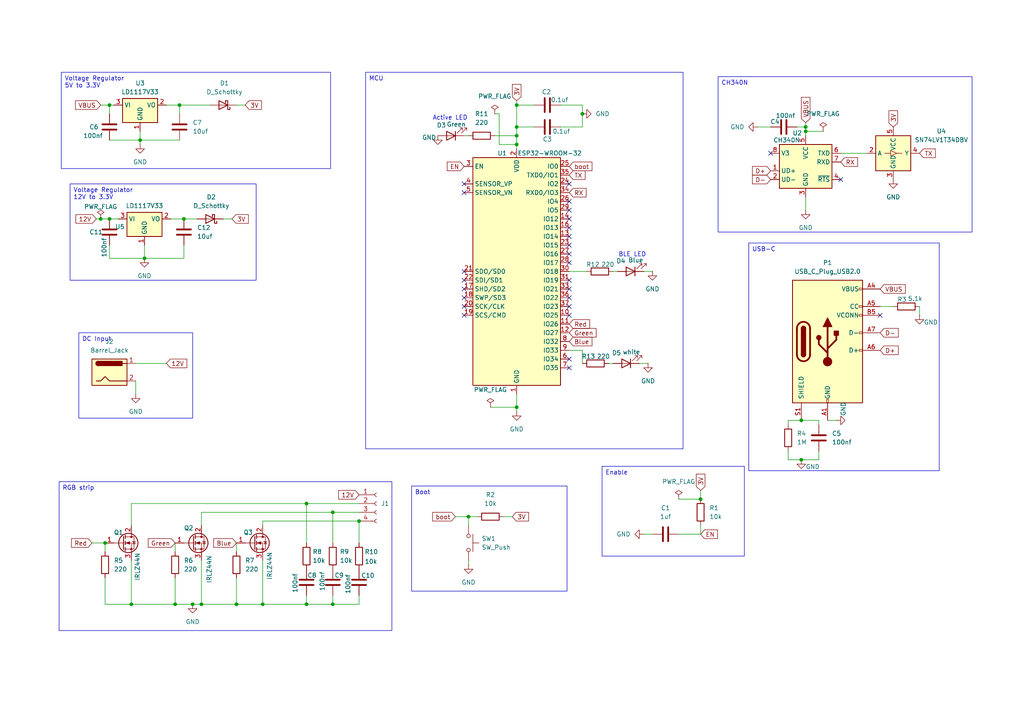
<source format=kicad_sch>
(kicad_sch
	(version 20250114)
	(generator "eeschema")
	(generator_version "9.0")
	(uuid "d0a0ac3d-10b0-4eff-b31d-eed00cc43350")
	(paper "A4")
	(lib_symbols
		(symbol "Connector:Barrel_Jack"
			(pin_names
				(offset 1.016)
			)
			(exclude_from_sim no)
			(in_bom yes)
			(on_board yes)
			(property "Reference" "J"
				(at 0 5.334 0)
				(effects
					(font
						(size 1.27 1.27)
					)
				)
			)
			(property "Value" "Barrel_Jack"
				(at 0 -5.08 0)
				(effects
					(font
						(size 1.27 1.27)
					)
				)
			)
			(property "Footprint" ""
				(at 1.27 -1.016 0)
				(effects
					(font
						(size 1.27 1.27)
					)
					(hide yes)
				)
			)
			(property "Datasheet" "~"
				(at 1.27 -1.016 0)
				(effects
					(font
						(size 1.27 1.27)
					)
					(hide yes)
				)
			)
			(property "Description" "DC Barrel Jack"
				(at 0 0 0)
				(effects
					(font
						(size 1.27 1.27)
					)
					(hide yes)
				)
			)
			(property "ki_keywords" "DC power barrel jack connector"
				(at 0 0 0)
				(effects
					(font
						(size 1.27 1.27)
					)
					(hide yes)
				)
			)
			(property "ki_fp_filters" "BarrelJack*"
				(at 0 0 0)
				(effects
					(font
						(size 1.27 1.27)
					)
					(hide yes)
				)
			)
			(symbol "Barrel_Jack_0_1"
				(rectangle
					(start -5.08 3.81)
					(end 5.08 -3.81)
					(stroke
						(width 0.254)
						(type default)
					)
					(fill
						(type background)
					)
				)
				(polyline
					(pts
						(xy -3.81 -2.54) (xy -2.54 -2.54) (xy -1.27 -1.27) (xy 0 -2.54) (xy 2.54 -2.54) (xy 5.08 -2.54)
					)
					(stroke
						(width 0.254)
						(type default)
					)
					(fill
						(type none)
					)
				)
				(arc
					(start -3.302 1.905)
					(mid -3.9343 2.54)
					(end -3.302 3.175)
					(stroke
						(width 0.254)
						(type default)
					)
					(fill
						(type none)
					)
				)
				(arc
					(start -3.302 1.905)
					(mid -3.9343 2.54)
					(end -3.302 3.175)
					(stroke
						(width 0.254)
						(type default)
					)
					(fill
						(type outline)
					)
				)
				(rectangle
					(start 3.683 3.175)
					(end -3.302 1.905)
					(stroke
						(width 0.254)
						(type default)
					)
					(fill
						(type outline)
					)
				)
				(polyline
					(pts
						(xy 5.08 2.54) (xy 3.81 2.54)
					)
					(stroke
						(width 0.254)
						(type default)
					)
					(fill
						(type none)
					)
				)
			)
			(symbol "Barrel_Jack_1_1"
				(pin passive line
					(at 7.62 2.54 180)
					(length 2.54)
					(name "~"
						(effects
							(font
								(size 1.27 1.27)
							)
						)
					)
					(number "1"
						(effects
							(font
								(size 1.27 1.27)
							)
						)
					)
				)
				(pin passive line
					(at 7.62 -2.54 180)
					(length 2.54)
					(name "~"
						(effects
							(font
								(size 1.27 1.27)
							)
						)
					)
					(number "2"
						(effects
							(font
								(size 1.27 1.27)
							)
						)
					)
				)
			)
			(embedded_fonts no)
		)
		(symbol "Connector:Conn_01x04_Socket"
			(pin_names
				(offset 1.016)
				(hide yes)
			)
			(exclude_from_sim no)
			(in_bom yes)
			(on_board yes)
			(property "Reference" "J"
				(at 0 5.08 0)
				(effects
					(font
						(size 1.27 1.27)
					)
				)
			)
			(property "Value" "Conn_01x04_Socket"
				(at 0 -7.62 0)
				(effects
					(font
						(size 1.27 1.27)
					)
				)
			)
			(property "Footprint" ""
				(at 0 0 0)
				(effects
					(font
						(size 1.27 1.27)
					)
					(hide yes)
				)
			)
			(property "Datasheet" "~"
				(at 0 0 0)
				(effects
					(font
						(size 1.27 1.27)
					)
					(hide yes)
				)
			)
			(property "Description" "Generic connector, single row, 01x04, script generated"
				(at 0 0 0)
				(effects
					(font
						(size 1.27 1.27)
					)
					(hide yes)
				)
			)
			(property "ki_locked" ""
				(at 0 0 0)
				(effects
					(font
						(size 1.27 1.27)
					)
				)
			)
			(property "ki_keywords" "connector"
				(at 0 0 0)
				(effects
					(font
						(size 1.27 1.27)
					)
					(hide yes)
				)
			)
			(property "ki_fp_filters" "Connector*:*_1x??_*"
				(at 0 0 0)
				(effects
					(font
						(size 1.27 1.27)
					)
					(hide yes)
				)
			)
			(symbol "Conn_01x04_Socket_1_1"
				(polyline
					(pts
						(xy -1.27 2.54) (xy -0.508 2.54)
					)
					(stroke
						(width 0.1524)
						(type default)
					)
					(fill
						(type none)
					)
				)
				(polyline
					(pts
						(xy -1.27 0) (xy -0.508 0)
					)
					(stroke
						(width 0.1524)
						(type default)
					)
					(fill
						(type none)
					)
				)
				(polyline
					(pts
						(xy -1.27 -2.54) (xy -0.508 -2.54)
					)
					(stroke
						(width 0.1524)
						(type default)
					)
					(fill
						(type none)
					)
				)
				(polyline
					(pts
						(xy -1.27 -5.08) (xy -0.508 -5.08)
					)
					(stroke
						(width 0.1524)
						(type default)
					)
					(fill
						(type none)
					)
				)
				(arc
					(start 0 2.032)
					(mid -0.5058 2.54)
					(end 0 3.048)
					(stroke
						(width 0.1524)
						(type default)
					)
					(fill
						(type none)
					)
				)
				(arc
					(start 0 -0.508)
					(mid -0.5058 0)
					(end 0 0.508)
					(stroke
						(width 0.1524)
						(type default)
					)
					(fill
						(type none)
					)
				)
				(arc
					(start 0 -3.048)
					(mid -0.5058 -2.54)
					(end 0 -2.032)
					(stroke
						(width 0.1524)
						(type default)
					)
					(fill
						(type none)
					)
				)
				(arc
					(start 0 -5.588)
					(mid -0.5058 -5.08)
					(end 0 -4.572)
					(stroke
						(width 0.1524)
						(type default)
					)
					(fill
						(type none)
					)
				)
				(pin passive line
					(at -5.08 2.54 0)
					(length 3.81)
					(name "Pin_1"
						(effects
							(font
								(size 1.27 1.27)
							)
						)
					)
					(number "1"
						(effects
							(font
								(size 1.27 1.27)
							)
						)
					)
				)
				(pin passive line
					(at -5.08 0 0)
					(length 3.81)
					(name "Pin_2"
						(effects
							(font
								(size 1.27 1.27)
							)
						)
					)
					(number "2"
						(effects
							(font
								(size 1.27 1.27)
							)
						)
					)
				)
				(pin passive line
					(at -5.08 -2.54 0)
					(length 3.81)
					(name "Pin_3"
						(effects
							(font
								(size 1.27 1.27)
							)
						)
					)
					(number "3"
						(effects
							(font
								(size 1.27 1.27)
							)
						)
					)
				)
				(pin passive line
					(at -5.08 -5.08 0)
					(length 3.81)
					(name "Pin_4"
						(effects
							(font
								(size 1.27 1.27)
							)
						)
					)
					(number "4"
						(effects
							(font
								(size 1.27 1.27)
							)
						)
					)
				)
			)
			(embedded_fonts no)
		)
		(symbol "Connector:USB_C_Plug_USB2.0"
			(pin_names
				(offset 1.016)
			)
			(exclude_from_sim no)
			(in_bom yes)
			(on_board yes)
			(property "Reference" "P"
				(at -10.16 19.05 0)
				(effects
					(font
						(size 1.27 1.27)
					)
					(justify left)
				)
			)
			(property "Value" "USB_C_Plug_USB2.0"
				(at 12.7 19.05 0)
				(effects
					(font
						(size 1.27 1.27)
					)
					(justify right)
				)
			)
			(property "Footprint" ""
				(at 3.81 0 0)
				(effects
					(font
						(size 1.27 1.27)
					)
					(hide yes)
				)
			)
			(property "Datasheet" "https://www.usb.org/sites/default/files/documents/usb_type-c.zip"
				(at 3.81 0 0)
				(effects
					(font
						(size 1.27 1.27)
					)
					(hide yes)
				)
			)
			(property "Description" "USB 2.0-only Type-C Plug connector"
				(at 0 0 0)
				(effects
					(font
						(size 1.27 1.27)
					)
					(hide yes)
				)
			)
			(property "ki_keywords" "usb universal serial bus type-C USB2.0"
				(at 0 0 0)
				(effects
					(font
						(size 1.27 1.27)
					)
					(hide yes)
				)
			)
			(property "ki_fp_filters" "USB*C*Plug*"
				(at 0 0 0)
				(effects
					(font
						(size 1.27 1.27)
					)
					(hide yes)
				)
			)
			(symbol "USB_C_Plug_USB2.0_0_0"
				(rectangle
					(start -0.254 -17.78)
					(end 0.254 -16.764)
					(stroke
						(width 0)
						(type default)
					)
					(fill
						(type none)
					)
				)
				(rectangle
					(start 10.16 15.494)
					(end 9.144 14.986)
					(stroke
						(width 0)
						(type default)
					)
					(fill
						(type none)
					)
				)
				(rectangle
					(start 10.16 10.414)
					(end 9.144 9.906)
					(stroke
						(width 0)
						(type default)
					)
					(fill
						(type none)
					)
				)
				(rectangle
					(start 10.16 7.874)
					(end 9.144 7.366)
					(stroke
						(width 0)
						(type default)
					)
					(fill
						(type none)
					)
				)
				(rectangle
					(start 10.16 2.794)
					(end 9.144 2.286)
					(stroke
						(width 0)
						(type default)
					)
					(fill
						(type none)
					)
				)
				(rectangle
					(start 10.16 -2.286)
					(end 9.144 -2.794)
					(stroke
						(width 0)
						(type default)
					)
					(fill
						(type none)
					)
				)
			)
			(symbol "USB_C_Plug_USB2.0_0_1"
				(rectangle
					(start -10.16 17.78)
					(end 10.16 -17.78)
					(stroke
						(width 0.254)
						(type default)
					)
					(fill
						(type background)
					)
				)
				(polyline
					(pts
						(xy -8.89 -3.81) (xy -8.89 3.81)
					)
					(stroke
						(width 0.508)
						(type default)
					)
					(fill
						(type none)
					)
				)
				(rectangle
					(start -7.62 -3.81)
					(end -6.35 3.81)
					(stroke
						(width 0.254)
						(type default)
					)
					(fill
						(type outline)
					)
				)
				(arc
					(start -7.62 3.81)
					(mid -6.985 4.4423)
					(end -6.35 3.81)
					(stroke
						(width 0.254)
						(type default)
					)
					(fill
						(type none)
					)
				)
				(arc
					(start -7.62 3.81)
					(mid -6.985 4.4423)
					(end -6.35 3.81)
					(stroke
						(width 0.254)
						(type default)
					)
					(fill
						(type outline)
					)
				)
				(arc
					(start -8.89 3.81)
					(mid -6.985 5.7067)
					(end -5.08 3.81)
					(stroke
						(width 0.508)
						(type default)
					)
					(fill
						(type none)
					)
				)
				(arc
					(start -5.08 -3.81)
					(mid -6.985 -5.7067)
					(end -8.89 -3.81)
					(stroke
						(width 0.508)
						(type default)
					)
					(fill
						(type none)
					)
				)
				(arc
					(start -6.35 -3.81)
					(mid -6.985 -4.4423)
					(end -7.62 -3.81)
					(stroke
						(width 0.254)
						(type default)
					)
					(fill
						(type none)
					)
				)
				(arc
					(start -6.35 -3.81)
					(mid -6.985 -4.4423)
					(end -7.62 -3.81)
					(stroke
						(width 0.254)
						(type default)
					)
					(fill
						(type outline)
					)
				)
				(polyline
					(pts
						(xy -5.08 3.81) (xy -5.08 -3.81)
					)
					(stroke
						(width 0.508)
						(type default)
					)
					(fill
						(type none)
					)
				)
				(circle
					(center -2.54 1.143)
					(radius 0.635)
					(stroke
						(width 0.254)
						(type default)
					)
					(fill
						(type outline)
					)
				)
				(polyline
					(pts
						(xy -1.27 4.318) (xy 0 6.858) (xy 1.27 4.318) (xy -1.27 4.318)
					)
					(stroke
						(width 0.254)
						(type default)
					)
					(fill
						(type outline)
					)
				)
				(polyline
					(pts
						(xy 0 -2.032) (xy 2.54 0.508) (xy 2.54 1.778)
					)
					(stroke
						(width 0.508)
						(type default)
					)
					(fill
						(type none)
					)
				)
				(polyline
					(pts
						(xy 0 -3.302) (xy -2.54 -0.762) (xy -2.54 0.508)
					)
					(stroke
						(width 0.508)
						(type default)
					)
					(fill
						(type none)
					)
				)
				(polyline
					(pts
						(xy 0 -5.842) (xy 0 4.318)
					)
					(stroke
						(width 0.508)
						(type default)
					)
					(fill
						(type none)
					)
				)
				(circle
					(center 0 -5.842)
					(radius 1.27)
					(stroke
						(width 0)
						(type default)
					)
					(fill
						(type outline)
					)
				)
				(rectangle
					(start 1.905 1.778)
					(end 3.175 3.048)
					(stroke
						(width 0.254)
						(type default)
					)
					(fill
						(type outline)
					)
				)
			)
			(symbol "USB_C_Plug_USB2.0_1_1"
				(pin passive line
					(at -7.62 -22.86 90)
					(length 5.08)
					(name "SHIELD"
						(effects
							(font
								(size 1.27 1.27)
							)
						)
					)
					(number "S1"
						(effects
							(font
								(size 1.27 1.27)
							)
						)
					)
				)
				(pin passive line
					(at 0 -22.86 90)
					(length 5.08)
					(name "GND"
						(effects
							(font
								(size 1.27 1.27)
							)
						)
					)
					(number "A1"
						(effects
							(font
								(size 1.27 1.27)
							)
						)
					)
				)
				(pin passive line
					(at 0 -22.86 90)
					(length 5.08)
					(hide yes)
					(name "GND"
						(effects
							(font
								(size 1.27 1.27)
							)
						)
					)
					(number "A12"
						(effects
							(font
								(size 1.27 1.27)
							)
						)
					)
				)
				(pin passive line
					(at 0 -22.86 90)
					(length 5.08)
					(hide yes)
					(name "GND"
						(effects
							(font
								(size 1.27 1.27)
							)
						)
					)
					(number "B1"
						(effects
							(font
								(size 1.27 1.27)
							)
						)
					)
				)
				(pin passive line
					(at 0 -22.86 90)
					(length 5.08)
					(hide yes)
					(name "GND"
						(effects
							(font
								(size 1.27 1.27)
							)
						)
					)
					(number "B12"
						(effects
							(font
								(size 1.27 1.27)
							)
						)
					)
				)
				(pin passive line
					(at 15.24 15.24 180)
					(length 5.08)
					(name "VBUS"
						(effects
							(font
								(size 1.27 1.27)
							)
						)
					)
					(number "A4"
						(effects
							(font
								(size 1.27 1.27)
							)
						)
					)
				)
				(pin passive line
					(at 15.24 15.24 180)
					(length 5.08)
					(hide yes)
					(name "VBUS"
						(effects
							(font
								(size 1.27 1.27)
							)
						)
					)
					(number "A9"
						(effects
							(font
								(size 1.27 1.27)
							)
						)
					)
				)
				(pin passive line
					(at 15.24 15.24 180)
					(length 5.08)
					(hide yes)
					(name "VBUS"
						(effects
							(font
								(size 1.27 1.27)
							)
						)
					)
					(number "B4"
						(effects
							(font
								(size 1.27 1.27)
							)
						)
					)
				)
				(pin passive line
					(at 15.24 15.24 180)
					(length 5.08)
					(hide yes)
					(name "VBUS"
						(effects
							(font
								(size 1.27 1.27)
							)
						)
					)
					(number "B9"
						(effects
							(font
								(size 1.27 1.27)
							)
						)
					)
				)
				(pin bidirectional line
					(at 15.24 10.16 180)
					(length 5.08)
					(name "CC"
						(effects
							(font
								(size 1.27 1.27)
							)
						)
					)
					(number "A5"
						(effects
							(font
								(size 1.27 1.27)
							)
						)
					)
				)
				(pin bidirectional line
					(at 15.24 7.62 180)
					(length 5.08)
					(name "VCONN"
						(effects
							(font
								(size 1.27 1.27)
							)
						)
					)
					(number "B5"
						(effects
							(font
								(size 1.27 1.27)
							)
						)
					)
				)
				(pin bidirectional line
					(at 15.24 2.54 180)
					(length 5.08)
					(name "D-"
						(effects
							(font
								(size 1.27 1.27)
							)
						)
					)
					(number "A7"
						(effects
							(font
								(size 1.27 1.27)
							)
						)
					)
				)
				(pin bidirectional line
					(at 15.24 -2.54 180)
					(length 5.08)
					(name "D+"
						(effects
							(font
								(size 1.27 1.27)
							)
						)
					)
					(number "A6"
						(effects
							(font
								(size 1.27 1.27)
							)
						)
					)
				)
			)
			(embedded_fonts no)
		)
		(symbol "Device:C"
			(pin_numbers
				(hide yes)
			)
			(pin_names
				(offset 0.254)
			)
			(exclude_from_sim no)
			(in_bom yes)
			(on_board yes)
			(property "Reference" "C"
				(at 0.635 2.54 0)
				(effects
					(font
						(size 1.27 1.27)
					)
					(justify left)
				)
			)
			(property "Value" "C"
				(at 0.635 -2.54 0)
				(effects
					(font
						(size 1.27 1.27)
					)
					(justify left)
				)
			)
			(property "Footprint" ""
				(at 0.9652 -3.81 0)
				(effects
					(font
						(size 1.27 1.27)
					)
					(hide yes)
				)
			)
			(property "Datasheet" "~"
				(at 0 0 0)
				(effects
					(font
						(size 1.27 1.27)
					)
					(hide yes)
				)
			)
			(property "Description" "Unpolarized capacitor"
				(at 0 0 0)
				(effects
					(font
						(size 1.27 1.27)
					)
					(hide yes)
				)
			)
			(property "ki_keywords" "cap capacitor"
				(at 0 0 0)
				(effects
					(font
						(size 1.27 1.27)
					)
					(hide yes)
				)
			)
			(property "ki_fp_filters" "C_*"
				(at 0 0 0)
				(effects
					(font
						(size 1.27 1.27)
					)
					(hide yes)
				)
			)
			(symbol "C_0_1"
				(polyline
					(pts
						(xy -2.032 0.762) (xy 2.032 0.762)
					)
					(stroke
						(width 0.508)
						(type default)
					)
					(fill
						(type none)
					)
				)
				(polyline
					(pts
						(xy -2.032 -0.762) (xy 2.032 -0.762)
					)
					(stroke
						(width 0.508)
						(type default)
					)
					(fill
						(type none)
					)
				)
			)
			(symbol "C_1_1"
				(pin passive line
					(at 0 3.81 270)
					(length 2.794)
					(name "~"
						(effects
							(font
								(size 1.27 1.27)
							)
						)
					)
					(number "1"
						(effects
							(font
								(size 1.27 1.27)
							)
						)
					)
				)
				(pin passive line
					(at 0 -3.81 90)
					(length 2.794)
					(name "~"
						(effects
							(font
								(size 1.27 1.27)
							)
						)
					)
					(number "2"
						(effects
							(font
								(size 1.27 1.27)
							)
						)
					)
				)
			)
			(embedded_fonts no)
		)
		(symbol "Device:D_Schottky"
			(pin_numbers
				(hide yes)
			)
			(pin_names
				(offset 1.016)
				(hide yes)
			)
			(exclude_from_sim no)
			(in_bom yes)
			(on_board yes)
			(property "Reference" "D"
				(at 0 2.54 0)
				(effects
					(font
						(size 1.27 1.27)
					)
				)
			)
			(property "Value" "D_Schottky"
				(at 0 -2.54 0)
				(effects
					(font
						(size 1.27 1.27)
					)
				)
			)
			(property "Footprint" ""
				(at 0 0 0)
				(effects
					(font
						(size 1.27 1.27)
					)
					(hide yes)
				)
			)
			(property "Datasheet" "~"
				(at 0 0 0)
				(effects
					(font
						(size 1.27 1.27)
					)
					(hide yes)
				)
			)
			(property "Description" "Schottky diode"
				(at 0 0 0)
				(effects
					(font
						(size 1.27 1.27)
					)
					(hide yes)
				)
			)
			(property "ki_keywords" "diode Schottky"
				(at 0 0 0)
				(effects
					(font
						(size 1.27 1.27)
					)
					(hide yes)
				)
			)
			(property "ki_fp_filters" "TO-???* *_Diode_* *SingleDiode* D_*"
				(at 0 0 0)
				(effects
					(font
						(size 1.27 1.27)
					)
					(hide yes)
				)
			)
			(symbol "D_Schottky_0_1"
				(polyline
					(pts
						(xy -1.905 0.635) (xy -1.905 1.27) (xy -1.27 1.27) (xy -1.27 -1.27) (xy -0.635 -1.27) (xy -0.635 -0.635)
					)
					(stroke
						(width 0.254)
						(type default)
					)
					(fill
						(type none)
					)
				)
				(polyline
					(pts
						(xy 1.27 1.27) (xy 1.27 -1.27) (xy -1.27 0) (xy 1.27 1.27)
					)
					(stroke
						(width 0.254)
						(type default)
					)
					(fill
						(type none)
					)
				)
				(polyline
					(pts
						(xy 1.27 0) (xy -1.27 0)
					)
					(stroke
						(width 0)
						(type default)
					)
					(fill
						(type none)
					)
				)
			)
			(symbol "D_Schottky_1_1"
				(pin passive line
					(at -3.81 0 0)
					(length 2.54)
					(name "K"
						(effects
							(font
								(size 1.27 1.27)
							)
						)
					)
					(number "1"
						(effects
							(font
								(size 1.27 1.27)
							)
						)
					)
				)
				(pin passive line
					(at 3.81 0 180)
					(length 2.54)
					(name "A"
						(effects
							(font
								(size 1.27 1.27)
							)
						)
					)
					(number "2"
						(effects
							(font
								(size 1.27 1.27)
							)
						)
					)
				)
			)
			(embedded_fonts no)
		)
		(symbol "Device:LED"
			(pin_numbers
				(hide yes)
			)
			(pin_names
				(offset 1.016)
				(hide yes)
			)
			(exclude_from_sim no)
			(in_bom yes)
			(on_board yes)
			(property "Reference" "D"
				(at 0 2.54 0)
				(effects
					(font
						(size 1.27 1.27)
					)
				)
			)
			(property "Value" "LED"
				(at 0 -2.54 0)
				(effects
					(font
						(size 1.27 1.27)
					)
				)
			)
			(property "Footprint" ""
				(at 0 0 0)
				(effects
					(font
						(size 1.27 1.27)
					)
					(hide yes)
				)
			)
			(property "Datasheet" "~"
				(at 0 0 0)
				(effects
					(font
						(size 1.27 1.27)
					)
					(hide yes)
				)
			)
			(property "Description" "Light emitting diode"
				(at 0 0 0)
				(effects
					(font
						(size 1.27 1.27)
					)
					(hide yes)
				)
			)
			(property "Sim.Pins" "1=K 2=A"
				(at 0 0 0)
				(effects
					(font
						(size 1.27 1.27)
					)
					(hide yes)
				)
			)
			(property "ki_keywords" "LED diode"
				(at 0 0 0)
				(effects
					(font
						(size 1.27 1.27)
					)
					(hide yes)
				)
			)
			(property "ki_fp_filters" "LED* LED_SMD:* LED_THT:*"
				(at 0 0 0)
				(effects
					(font
						(size 1.27 1.27)
					)
					(hide yes)
				)
			)
			(symbol "LED_0_1"
				(polyline
					(pts
						(xy -3.048 -0.762) (xy -4.572 -2.286) (xy -3.81 -2.286) (xy -4.572 -2.286) (xy -4.572 -1.524)
					)
					(stroke
						(width 0)
						(type default)
					)
					(fill
						(type none)
					)
				)
				(polyline
					(pts
						(xy -1.778 -0.762) (xy -3.302 -2.286) (xy -2.54 -2.286) (xy -3.302 -2.286) (xy -3.302 -1.524)
					)
					(stroke
						(width 0)
						(type default)
					)
					(fill
						(type none)
					)
				)
				(polyline
					(pts
						(xy -1.27 0) (xy 1.27 0)
					)
					(stroke
						(width 0)
						(type default)
					)
					(fill
						(type none)
					)
				)
				(polyline
					(pts
						(xy -1.27 -1.27) (xy -1.27 1.27)
					)
					(stroke
						(width 0.254)
						(type default)
					)
					(fill
						(type none)
					)
				)
				(polyline
					(pts
						(xy 1.27 -1.27) (xy 1.27 1.27) (xy -1.27 0) (xy 1.27 -1.27)
					)
					(stroke
						(width 0.254)
						(type default)
					)
					(fill
						(type none)
					)
				)
			)
			(symbol "LED_1_1"
				(pin passive line
					(at -3.81 0 0)
					(length 2.54)
					(name "K"
						(effects
							(font
								(size 1.27 1.27)
							)
						)
					)
					(number "1"
						(effects
							(font
								(size 1.27 1.27)
							)
						)
					)
				)
				(pin passive line
					(at 3.81 0 180)
					(length 2.54)
					(name "A"
						(effects
							(font
								(size 1.27 1.27)
							)
						)
					)
					(number "2"
						(effects
							(font
								(size 1.27 1.27)
							)
						)
					)
				)
			)
			(embedded_fonts no)
		)
		(symbol "Device:R"
			(pin_numbers
				(hide yes)
			)
			(pin_names
				(offset 0)
			)
			(exclude_from_sim no)
			(in_bom yes)
			(on_board yes)
			(property "Reference" "R"
				(at 2.032 0 90)
				(effects
					(font
						(size 1.27 1.27)
					)
				)
			)
			(property "Value" "R"
				(at 0 0 90)
				(effects
					(font
						(size 1.27 1.27)
					)
				)
			)
			(property "Footprint" ""
				(at -1.778 0 90)
				(effects
					(font
						(size 1.27 1.27)
					)
					(hide yes)
				)
			)
			(property "Datasheet" "~"
				(at 0 0 0)
				(effects
					(font
						(size 1.27 1.27)
					)
					(hide yes)
				)
			)
			(property "Description" "Resistor"
				(at 0 0 0)
				(effects
					(font
						(size 1.27 1.27)
					)
					(hide yes)
				)
			)
			(property "ki_keywords" "R res resistor"
				(at 0 0 0)
				(effects
					(font
						(size 1.27 1.27)
					)
					(hide yes)
				)
			)
			(property "ki_fp_filters" "R_*"
				(at 0 0 0)
				(effects
					(font
						(size 1.27 1.27)
					)
					(hide yes)
				)
			)
			(symbol "R_0_1"
				(rectangle
					(start -1.016 -2.54)
					(end 1.016 2.54)
					(stroke
						(width 0.254)
						(type default)
					)
					(fill
						(type none)
					)
				)
			)
			(symbol "R_1_1"
				(pin passive line
					(at 0 3.81 270)
					(length 1.27)
					(name "~"
						(effects
							(font
								(size 1.27 1.27)
							)
						)
					)
					(number "1"
						(effects
							(font
								(size 1.27 1.27)
							)
						)
					)
				)
				(pin passive line
					(at 0 -3.81 90)
					(length 1.27)
					(name "~"
						(effects
							(font
								(size 1.27 1.27)
							)
						)
					)
					(number "2"
						(effects
							(font
								(size 1.27 1.27)
							)
						)
					)
				)
			)
			(embedded_fonts no)
		)
		(symbol "Interface_USB:CH340N"
			(exclude_from_sim no)
			(in_bom yes)
			(on_board yes)
			(property "Reference" "U"
				(at -7.62 6.35 0)
				(effects
					(font
						(size 1.27 1.27)
					)
					(justify left)
				)
			)
			(property "Value" "CH340N"
				(at 7.62 6.35 0)
				(effects
					(font
						(size 1.27 1.27)
					)
					(justify right)
				)
			)
			(property "Footprint" "Package_SO:SOP-8_3.9x4.9mm_P1.27mm"
				(at -3.81 19.05 0)
				(effects
					(font
						(size 1.27 1.27)
					)
					(hide yes)
				)
			)
			(property "Datasheet" "https://aitendo3.sakura.ne.jp/aitendo_data/product_img/ic/inteface/CH340N/ch340n.pdf"
				(at -2.54 5.08 0)
				(effects
					(font
						(size 1.27 1.27)
					)
					(hide yes)
				)
			)
			(property "Description" "USB serial converter, 2Mbps, UART, SOP-8"
				(at 0 0 0)
				(effects
					(font
						(size 1.27 1.27)
					)
					(hide yes)
				)
			)
			(property "ki_keywords" "USB UART Serial Converter Interface"
				(at 0 0 0)
				(effects
					(font
						(size 1.27 1.27)
					)
					(hide yes)
				)
			)
			(property "ki_fp_filters" "SOP*3.9x4.9mm*P1.27mm*"
				(at 0 0 0)
				(effects
					(font
						(size 1.27 1.27)
					)
					(hide yes)
				)
			)
			(symbol "CH340N_0_1"
				(rectangle
					(start -7.62 5.08)
					(end 7.62 -7.62)
					(stroke
						(width 0.254)
						(type default)
					)
					(fill
						(type background)
					)
				)
			)
			(symbol "CH340N_1_1"
				(pin passive line
					(at -10.16 2.54 0)
					(length 2.54)
					(name "V3"
						(effects
							(font
								(size 1.27 1.27)
							)
						)
					)
					(number "8"
						(effects
							(font
								(size 1.27 1.27)
							)
						)
					)
				)
				(pin bidirectional line
					(at -10.16 -2.54 0)
					(length 2.54)
					(name "UD+"
						(effects
							(font
								(size 1.27 1.27)
							)
						)
					)
					(number "1"
						(effects
							(font
								(size 1.27 1.27)
							)
						)
					)
				)
				(pin bidirectional line
					(at -10.16 -5.08 0)
					(length 2.54)
					(name "UD-"
						(effects
							(font
								(size 1.27 1.27)
							)
						)
					)
					(number "2"
						(effects
							(font
								(size 1.27 1.27)
							)
						)
					)
				)
				(pin power_in line
					(at 0 7.62 270)
					(length 2.54)
					(name "VCC"
						(effects
							(font
								(size 1.27 1.27)
							)
						)
					)
					(number "5"
						(effects
							(font
								(size 1.27 1.27)
							)
						)
					)
				)
				(pin power_in line
					(at 0 -10.16 90)
					(length 2.54)
					(name "GND"
						(effects
							(font
								(size 1.27 1.27)
							)
						)
					)
					(number "3"
						(effects
							(font
								(size 1.27 1.27)
							)
						)
					)
				)
				(pin output line
					(at 10.16 2.54 180)
					(length 2.54)
					(name "TXD"
						(effects
							(font
								(size 1.27 1.27)
							)
						)
					)
					(number "6"
						(effects
							(font
								(size 1.27 1.27)
							)
						)
					)
				)
				(pin input line
					(at 10.16 0 180)
					(length 2.54)
					(name "RXD"
						(effects
							(font
								(size 1.27 1.27)
							)
						)
					)
					(number "7"
						(effects
							(font
								(size 1.27 1.27)
							)
						)
					)
				)
				(pin output line
					(at 10.16 -5.08 180)
					(length 2.54)
					(name "~{RTS}"
						(effects
							(font
								(size 1.27 1.27)
							)
						)
					)
					(number "4"
						(effects
							(font
								(size 1.27 1.27)
							)
						)
					)
				)
			)
			(embedded_fonts no)
		)
		(symbol "Logic_LevelTranslator:SN74LV1T34DBV"
			(exclude_from_sim no)
			(in_bom yes)
			(on_board yes)
			(property "Reference" "U"
				(at 5.08 6.35 0)
				(effects
					(font
						(size 1.27 1.27)
					)
					(justify left)
				)
			)
			(property "Value" "SN74LV1T34DBV"
				(at 5.08 3.81 0)
				(effects
					(font
						(size 1.27 1.27)
					)
					(justify left)
				)
			)
			(property "Footprint" "Package_TO_SOT_SMD:SOT-23-5"
				(at 16.51 -6.35 0)
				(effects
					(font
						(size 1.27 1.27)
					)
					(hide yes)
				)
			)
			(property "Datasheet" "https://www.ti.com/lit/ds/symlink/sn74lv1t34.pdf"
				(at -10.16 -5.08 0)
				(effects
					(font
						(size 1.27 1.27)
					)
					(hide yes)
				)
			)
			(property "Description" "Single Power Supply, Single Buffer GATE, CMOS Logic, Level Shifter, SOT-23-5"
				(at 0 0 0)
				(effects
					(font
						(size 1.27 1.27)
					)
					(hide yes)
				)
			)
			(property "ki_keywords" "single buffer level shift"
				(at 0 0 0)
				(effects
					(font
						(size 1.27 1.27)
					)
					(hide yes)
				)
			)
			(property "ki_fp_filters" "SOT?23*"
				(at 0 0 0)
				(effects
					(font
						(size 1.27 1.27)
					)
					(hide yes)
				)
			)
			(symbol "SN74LV1T34DBV_0_1"
				(rectangle
					(start -5.08 5.08)
					(end 5.08 -5.08)
					(stroke
						(width 0.254)
						(type default)
					)
					(fill
						(type background)
					)
				)
				(polyline
					(pts
						(xy -0.762 0) (xy -2.54 0)
					)
					(stroke
						(width 0)
						(type default)
					)
					(fill
						(type none)
					)
				)
				(polyline
					(pts
						(xy 1.016 0) (xy 2.54 0)
					)
					(stroke
						(width 0)
						(type default)
					)
					(fill
						(type none)
					)
				)
			)
			(symbol "SN74LV1T34DBV_1_1"
				(polyline
					(pts
						(xy -0.762 -0.762) (xy -0.762 0.762) (xy 1.016 0) (xy -0.762 -0.762)
					)
					(stroke
						(width 0)
						(type default)
					)
					(fill
						(type none)
					)
				)
				(pin input line
					(at -7.62 0 0)
					(length 2.54)
					(name "A"
						(effects
							(font
								(size 1.27 1.27)
							)
						)
					)
					(number "2"
						(effects
							(font
								(size 1.27 1.27)
							)
						)
					)
				)
				(pin no_connect line
					(at -5.08 2.54 0)
					(length 2.54)
					(hide yes)
					(name "NC"
						(effects
							(font
								(size 1.27 1.27)
							)
						)
					)
					(number "1"
						(effects
							(font
								(size 1.27 1.27)
							)
						)
					)
				)
				(pin power_in line
					(at 0 7.62 270)
					(length 2.54)
					(name "VCC"
						(effects
							(font
								(size 1.27 1.27)
							)
						)
					)
					(number "5"
						(effects
							(font
								(size 1.27 1.27)
							)
						)
					)
				)
				(pin power_in line
					(at 0 -7.62 90)
					(length 2.54)
					(name "GND"
						(effects
							(font
								(size 1.27 1.27)
							)
						)
					)
					(number "3"
						(effects
							(font
								(size 1.27 1.27)
							)
						)
					)
				)
				(pin output line
					(at 7.62 0 180)
					(length 2.54)
					(name "Y"
						(effects
							(font
								(size 1.27 1.27)
							)
						)
					)
					(number "4"
						(effects
							(font
								(size 1.27 1.27)
							)
						)
					)
				)
			)
			(embedded_fonts no)
		)
		(symbol "RF_Module:ESP32-WROOM-32"
			(exclude_from_sim no)
			(in_bom yes)
			(on_board yes)
			(property "Reference" "U"
				(at -12.7 34.29 0)
				(effects
					(font
						(size 1.27 1.27)
					)
					(justify left)
				)
			)
			(property "Value" "ESP32-WROOM-32"
				(at 1.27 34.29 0)
				(effects
					(font
						(size 1.27 1.27)
					)
					(justify left)
				)
			)
			(property "Footprint" "RF_Module:ESP32-WROOM-32"
				(at 0 -38.1 0)
				(effects
					(font
						(size 1.27 1.27)
					)
					(hide yes)
				)
			)
			(property "Datasheet" "https://www.espressif.com/sites/default/files/documentation/esp32-wroom-32_datasheet_en.pdf"
				(at -7.62 1.27 0)
				(effects
					(font
						(size 1.27 1.27)
					)
					(hide yes)
				)
			)
			(property "Description" "RF Module, ESP32-D0WDQ6 SoC, Wi-Fi 802.11b/g/n, Bluetooth, BLE, 32-bit, 2.7-3.6V, onboard antenna, SMD"
				(at 0 0 0)
				(effects
					(font
						(size 1.27 1.27)
					)
					(hide yes)
				)
			)
			(property "ki_keywords" "RF Radio BT ESP ESP32 Espressif onboard PCB antenna"
				(at 0 0 0)
				(effects
					(font
						(size 1.27 1.27)
					)
					(hide yes)
				)
			)
			(property "ki_fp_filters" "ESP32?WROOM?32*"
				(at 0 0 0)
				(effects
					(font
						(size 1.27 1.27)
					)
					(hide yes)
				)
			)
			(symbol "ESP32-WROOM-32_0_1"
				(rectangle
					(start -12.7 33.02)
					(end 12.7 -33.02)
					(stroke
						(width 0.254)
						(type default)
					)
					(fill
						(type background)
					)
				)
			)
			(symbol "ESP32-WROOM-32_1_1"
				(pin input line
					(at -15.24 30.48 0)
					(length 2.54)
					(name "EN"
						(effects
							(font
								(size 1.27 1.27)
							)
						)
					)
					(number "3"
						(effects
							(font
								(size 1.27 1.27)
							)
						)
					)
				)
				(pin input line
					(at -15.24 25.4 0)
					(length 2.54)
					(name "SENSOR_VP"
						(effects
							(font
								(size 1.27 1.27)
							)
						)
					)
					(number "4"
						(effects
							(font
								(size 1.27 1.27)
							)
						)
					)
				)
				(pin input line
					(at -15.24 22.86 0)
					(length 2.54)
					(name "SENSOR_VN"
						(effects
							(font
								(size 1.27 1.27)
							)
						)
					)
					(number "5"
						(effects
							(font
								(size 1.27 1.27)
							)
						)
					)
				)
				(pin bidirectional line
					(at -15.24 0 0)
					(length 2.54)
					(name "SDO/SD0"
						(effects
							(font
								(size 1.27 1.27)
							)
						)
					)
					(number "21"
						(effects
							(font
								(size 1.27 1.27)
							)
						)
					)
				)
				(pin bidirectional line
					(at -15.24 -2.54 0)
					(length 2.54)
					(name "SDI/SD1"
						(effects
							(font
								(size 1.27 1.27)
							)
						)
					)
					(number "22"
						(effects
							(font
								(size 1.27 1.27)
							)
						)
					)
				)
				(pin bidirectional line
					(at -15.24 -5.08 0)
					(length 2.54)
					(name "SHD/SD2"
						(effects
							(font
								(size 1.27 1.27)
							)
						)
					)
					(number "17"
						(effects
							(font
								(size 1.27 1.27)
							)
						)
					)
				)
				(pin bidirectional line
					(at -15.24 -7.62 0)
					(length 2.54)
					(name "SWP/SD3"
						(effects
							(font
								(size 1.27 1.27)
							)
						)
					)
					(number "18"
						(effects
							(font
								(size 1.27 1.27)
							)
						)
					)
				)
				(pin bidirectional line
					(at -15.24 -10.16 0)
					(length 2.54)
					(name "SCK/CLK"
						(effects
							(font
								(size 1.27 1.27)
							)
						)
					)
					(number "20"
						(effects
							(font
								(size 1.27 1.27)
							)
						)
					)
				)
				(pin bidirectional line
					(at -15.24 -12.7 0)
					(length 2.54)
					(name "SCS/CMD"
						(effects
							(font
								(size 1.27 1.27)
							)
						)
					)
					(number "19"
						(effects
							(font
								(size 1.27 1.27)
							)
						)
					)
				)
				(pin no_connect line
					(at -12.7 -27.94 0)
					(length 2.54)
					(hide yes)
					(name "NC"
						(effects
							(font
								(size 1.27 1.27)
							)
						)
					)
					(number "32"
						(effects
							(font
								(size 1.27 1.27)
							)
						)
					)
				)
				(pin power_in line
					(at 0 35.56 270)
					(length 2.54)
					(name "VDD"
						(effects
							(font
								(size 1.27 1.27)
							)
						)
					)
					(number "2"
						(effects
							(font
								(size 1.27 1.27)
							)
						)
					)
				)
				(pin power_in line
					(at 0 -35.56 90)
					(length 2.54)
					(name "GND"
						(effects
							(font
								(size 1.27 1.27)
							)
						)
					)
					(number "1"
						(effects
							(font
								(size 1.27 1.27)
							)
						)
					)
				)
				(pin passive line
					(at 0 -35.56 90)
					(length 2.54)
					(hide yes)
					(name "GND"
						(effects
							(font
								(size 1.27 1.27)
							)
						)
					)
					(number "15"
						(effects
							(font
								(size 1.27 1.27)
							)
						)
					)
				)
				(pin passive line
					(at 0 -35.56 90)
					(length 2.54)
					(hide yes)
					(name "GND"
						(effects
							(font
								(size 1.27 1.27)
							)
						)
					)
					(number "38"
						(effects
							(font
								(size 1.27 1.27)
							)
						)
					)
				)
				(pin passive line
					(at 0 -35.56 90)
					(length 2.54)
					(hide yes)
					(name "GND"
						(effects
							(font
								(size 1.27 1.27)
							)
						)
					)
					(number "39"
						(effects
							(font
								(size 1.27 1.27)
							)
						)
					)
				)
				(pin bidirectional line
					(at 15.24 30.48 180)
					(length 2.54)
					(name "IO0"
						(effects
							(font
								(size 1.27 1.27)
							)
						)
					)
					(number "25"
						(effects
							(font
								(size 1.27 1.27)
							)
						)
					)
				)
				(pin bidirectional line
					(at 15.24 27.94 180)
					(length 2.54)
					(name "TXD0/IO1"
						(effects
							(font
								(size 1.27 1.27)
							)
						)
					)
					(number "35"
						(effects
							(font
								(size 1.27 1.27)
							)
						)
					)
				)
				(pin bidirectional line
					(at 15.24 25.4 180)
					(length 2.54)
					(name "IO2"
						(effects
							(font
								(size 1.27 1.27)
							)
						)
					)
					(number "24"
						(effects
							(font
								(size 1.27 1.27)
							)
						)
					)
				)
				(pin bidirectional line
					(at 15.24 22.86 180)
					(length 2.54)
					(name "RXD0/IO3"
						(effects
							(font
								(size 1.27 1.27)
							)
						)
					)
					(number "34"
						(effects
							(font
								(size 1.27 1.27)
							)
						)
					)
				)
				(pin bidirectional line
					(at 15.24 20.32 180)
					(length 2.54)
					(name "IO4"
						(effects
							(font
								(size 1.27 1.27)
							)
						)
					)
					(number "26"
						(effects
							(font
								(size 1.27 1.27)
							)
						)
					)
				)
				(pin bidirectional line
					(at 15.24 17.78 180)
					(length 2.54)
					(name "IO5"
						(effects
							(font
								(size 1.27 1.27)
							)
						)
					)
					(number "29"
						(effects
							(font
								(size 1.27 1.27)
							)
						)
					)
				)
				(pin bidirectional line
					(at 15.24 15.24 180)
					(length 2.54)
					(name "IO12"
						(effects
							(font
								(size 1.27 1.27)
							)
						)
					)
					(number "14"
						(effects
							(font
								(size 1.27 1.27)
							)
						)
					)
				)
				(pin bidirectional line
					(at 15.24 12.7 180)
					(length 2.54)
					(name "IO13"
						(effects
							(font
								(size 1.27 1.27)
							)
						)
					)
					(number "16"
						(effects
							(font
								(size 1.27 1.27)
							)
						)
					)
				)
				(pin bidirectional line
					(at 15.24 10.16 180)
					(length 2.54)
					(name "IO14"
						(effects
							(font
								(size 1.27 1.27)
							)
						)
					)
					(number "13"
						(effects
							(font
								(size 1.27 1.27)
							)
						)
					)
				)
				(pin bidirectional line
					(at 15.24 7.62 180)
					(length 2.54)
					(name "IO15"
						(effects
							(font
								(size 1.27 1.27)
							)
						)
					)
					(number "23"
						(effects
							(font
								(size 1.27 1.27)
							)
						)
					)
				)
				(pin bidirectional line
					(at 15.24 5.08 180)
					(length 2.54)
					(name "IO16"
						(effects
							(font
								(size 1.27 1.27)
							)
						)
					)
					(number "27"
						(effects
							(font
								(size 1.27 1.27)
							)
						)
					)
				)
				(pin bidirectional line
					(at 15.24 2.54 180)
					(length 2.54)
					(name "IO17"
						(effects
							(font
								(size 1.27 1.27)
							)
						)
					)
					(number "28"
						(effects
							(font
								(size 1.27 1.27)
							)
						)
					)
				)
				(pin bidirectional line
					(at 15.24 0 180)
					(length 2.54)
					(name "IO18"
						(effects
							(font
								(size 1.27 1.27)
							)
						)
					)
					(number "30"
						(effects
							(font
								(size 1.27 1.27)
							)
						)
					)
				)
				(pin bidirectional line
					(at 15.24 -2.54 180)
					(length 2.54)
					(name "IO19"
						(effects
							(font
								(size 1.27 1.27)
							)
						)
					)
					(number "31"
						(effects
							(font
								(size 1.27 1.27)
							)
						)
					)
				)
				(pin bidirectional line
					(at 15.24 -5.08 180)
					(length 2.54)
					(name "IO21"
						(effects
							(font
								(size 1.27 1.27)
							)
						)
					)
					(number "33"
						(effects
							(font
								(size 1.27 1.27)
							)
						)
					)
				)
				(pin bidirectional line
					(at 15.24 -7.62 180)
					(length 2.54)
					(name "IO22"
						(effects
							(font
								(size 1.27 1.27)
							)
						)
					)
					(number "36"
						(effects
							(font
								(size 1.27 1.27)
							)
						)
					)
				)
				(pin bidirectional line
					(at 15.24 -10.16 180)
					(length 2.54)
					(name "IO23"
						(effects
							(font
								(size 1.27 1.27)
							)
						)
					)
					(number "37"
						(effects
							(font
								(size 1.27 1.27)
							)
						)
					)
				)
				(pin bidirectional line
					(at 15.24 -12.7 180)
					(length 2.54)
					(name "IO25"
						(effects
							(font
								(size 1.27 1.27)
							)
						)
					)
					(number "10"
						(effects
							(font
								(size 1.27 1.27)
							)
						)
					)
				)
				(pin bidirectional line
					(at 15.24 -15.24 180)
					(length 2.54)
					(name "IO26"
						(effects
							(font
								(size 1.27 1.27)
							)
						)
					)
					(number "11"
						(effects
							(font
								(size 1.27 1.27)
							)
						)
					)
				)
				(pin bidirectional line
					(at 15.24 -17.78 180)
					(length 2.54)
					(name "IO27"
						(effects
							(font
								(size 1.27 1.27)
							)
						)
					)
					(number "12"
						(effects
							(font
								(size 1.27 1.27)
							)
						)
					)
				)
				(pin bidirectional line
					(at 15.24 -20.32 180)
					(length 2.54)
					(name "IO32"
						(effects
							(font
								(size 1.27 1.27)
							)
						)
					)
					(number "8"
						(effects
							(font
								(size 1.27 1.27)
							)
						)
					)
				)
				(pin bidirectional line
					(at 15.24 -22.86 180)
					(length 2.54)
					(name "IO33"
						(effects
							(font
								(size 1.27 1.27)
							)
						)
					)
					(number "9"
						(effects
							(font
								(size 1.27 1.27)
							)
						)
					)
				)
				(pin input line
					(at 15.24 -25.4 180)
					(length 2.54)
					(name "IO34"
						(effects
							(font
								(size 1.27 1.27)
							)
						)
					)
					(number "6"
						(effects
							(font
								(size 1.27 1.27)
							)
						)
					)
				)
				(pin input line
					(at 15.24 -27.94 180)
					(length 2.54)
					(name "IO35"
						(effects
							(font
								(size 1.27 1.27)
							)
						)
					)
					(number "7"
						(effects
							(font
								(size 1.27 1.27)
							)
						)
					)
				)
			)
			(embedded_fonts no)
		)
		(symbol "Regulator_Linear:LD1117V33"
			(exclude_from_sim no)
			(in_bom yes)
			(on_board yes)
			(property "Reference" "U"
				(at -3.81 3.175 0)
				(effects
					(font
						(size 1.27 1.27)
					)
				)
			)
			(property "Value" "LD1117V33"
				(at 0 3.175 0)
				(effects
					(font
						(size 1.27 1.27)
					)
					(justify left)
				)
			)
			(property "Footprint" "Package_TO_SOT_THT:TO-220-3_Vertical"
				(at 0 5.08 0)
				(effects
					(font
						(size 1.27 1.27)
					)
					(hide yes)
				)
			)
			(property "Datasheet" "https://www.st.com/resource/en/datasheet/ld1117.pdf"
				(at 2.54 -6.35 0)
				(effects
					(font
						(size 1.27 1.27)
					)
					(hide yes)
				)
			)
			(property "Description" "800 mA Fixed Low Drop Positive Voltage Regulator (ldo). Max input 15V. Fixed Output 3.3V. TO-220-3"
				(at 0 0 0)
				(effects
					(font
						(size 1.27 1.27)
					)
					(hide yes)
				)
			)
			(property "ki_keywords" "low-dropout-regulator ldo"
				(at 0 0 0)
				(effects
					(font
						(size 1.27 1.27)
					)
					(hide yes)
				)
			)
			(property "ki_fp_filters" "*TO?220*"
				(at 0 0 0)
				(effects
					(font
						(size 1.27 1.27)
					)
					(hide yes)
				)
			)
			(symbol "LD1117V33_0_1"
				(rectangle
					(start -5.08 -5.08)
					(end 5.08 1.905)
					(stroke
						(width 0.254)
						(type default)
					)
					(fill
						(type background)
					)
				)
			)
			(symbol "LD1117V33_1_1"
				(pin power_in line
					(at -7.62 0 0)
					(length 2.54)
					(name "VI"
						(effects
							(font
								(size 1.27 1.27)
							)
						)
					)
					(number "3"
						(effects
							(font
								(size 1.27 1.27)
							)
						)
					)
				)
				(pin power_in line
					(at 0 -7.62 90)
					(length 2.54)
					(name "GND"
						(effects
							(font
								(size 1.27 1.27)
							)
						)
					)
					(number "1"
						(effects
							(font
								(size 1.27 1.27)
							)
						)
					)
				)
				(pin power_out line
					(at 7.62 0 180)
					(length 2.54)
					(name "VO"
						(effects
							(font
								(size 1.27 1.27)
							)
						)
					)
					(number "2"
						(effects
							(font
								(size 1.27 1.27)
							)
						)
					)
				)
			)
			(embedded_fonts no)
		)
		(symbol "Switch:SW_Push"
			(pin_numbers
				(hide yes)
			)
			(pin_names
				(offset 1.016)
				(hide yes)
			)
			(exclude_from_sim no)
			(in_bom yes)
			(on_board yes)
			(property "Reference" "SW"
				(at 1.27 2.54 0)
				(effects
					(font
						(size 1.27 1.27)
					)
					(justify left)
				)
			)
			(property "Value" "SW_Push"
				(at 0 -1.524 0)
				(effects
					(font
						(size 1.27 1.27)
					)
				)
			)
			(property "Footprint" ""
				(at 0 5.08 0)
				(effects
					(font
						(size 1.27 1.27)
					)
					(hide yes)
				)
			)
			(property "Datasheet" "~"
				(at 0 5.08 0)
				(effects
					(font
						(size 1.27 1.27)
					)
					(hide yes)
				)
			)
			(property "Description" "Push button switch, generic, two pins"
				(at 0 0 0)
				(effects
					(font
						(size 1.27 1.27)
					)
					(hide yes)
				)
			)
			(property "ki_keywords" "switch normally-open pushbutton push-button"
				(at 0 0 0)
				(effects
					(font
						(size 1.27 1.27)
					)
					(hide yes)
				)
			)
			(symbol "SW_Push_0_1"
				(circle
					(center -2.032 0)
					(radius 0.508)
					(stroke
						(width 0)
						(type default)
					)
					(fill
						(type none)
					)
				)
				(polyline
					(pts
						(xy 0 1.27) (xy 0 3.048)
					)
					(stroke
						(width 0)
						(type default)
					)
					(fill
						(type none)
					)
				)
				(circle
					(center 2.032 0)
					(radius 0.508)
					(stroke
						(width 0)
						(type default)
					)
					(fill
						(type none)
					)
				)
				(polyline
					(pts
						(xy 2.54 1.27) (xy -2.54 1.27)
					)
					(stroke
						(width 0)
						(type default)
					)
					(fill
						(type none)
					)
				)
				(pin passive line
					(at -5.08 0 0)
					(length 2.54)
					(name "1"
						(effects
							(font
								(size 1.27 1.27)
							)
						)
					)
					(number "1"
						(effects
							(font
								(size 1.27 1.27)
							)
						)
					)
				)
				(pin passive line
					(at 5.08 0 180)
					(length 2.54)
					(name "2"
						(effects
							(font
								(size 1.27 1.27)
							)
						)
					)
					(number "2"
						(effects
							(font
								(size 1.27 1.27)
							)
						)
					)
				)
			)
			(embedded_fonts no)
		)
		(symbol "Transistor_FET:IRLZ44N"
			(pin_names
				(hide yes)
			)
			(exclude_from_sim no)
			(in_bom yes)
			(on_board yes)
			(property "Reference" "Q"
				(at 5.08 1.905 0)
				(effects
					(font
						(size 1.27 1.27)
					)
					(justify left)
				)
			)
			(property "Value" "IRLZ44N"
				(at 5.08 0 0)
				(effects
					(font
						(size 1.27 1.27)
					)
					(justify left)
				)
			)
			(property "Footprint" "Package_TO_SOT_THT:TO-220-3_Vertical"
				(at 5.08 -1.905 0)
				(effects
					(font
						(size 1.27 1.27)
						(italic yes)
					)
					(justify left)
					(hide yes)
				)
			)
			(property "Datasheet" "http://www.irf.com/product-info/datasheets/data/irlz44n.pdf"
				(at 5.08 -3.81 0)
				(effects
					(font
						(size 1.27 1.27)
					)
					(justify left)
					(hide yes)
				)
			)
			(property "Description" "47A Id, 55V Vds, 22mOhm Rds Single N-Channel HEXFET Power MOSFET, TO-220AB"
				(at 0 0 0)
				(effects
					(font
						(size 1.27 1.27)
					)
					(hide yes)
				)
			)
			(property "ki_keywords" "N-Channel HEXFET MOSFET Logic-Level"
				(at 0 0 0)
				(effects
					(font
						(size 1.27 1.27)
					)
					(hide yes)
				)
			)
			(property "ki_fp_filters" "TO?220*"
				(at 0 0 0)
				(effects
					(font
						(size 1.27 1.27)
					)
					(hide yes)
				)
			)
			(symbol "IRLZ44N_0_1"
				(polyline
					(pts
						(xy 0.254 1.905) (xy 0.254 -1.905)
					)
					(stroke
						(width 0.254)
						(type default)
					)
					(fill
						(type none)
					)
				)
				(polyline
					(pts
						(xy 0.254 0) (xy -2.54 0)
					)
					(stroke
						(width 0)
						(type default)
					)
					(fill
						(type none)
					)
				)
				(polyline
					(pts
						(xy 0.762 2.286) (xy 0.762 1.27)
					)
					(stroke
						(width 0.254)
						(type default)
					)
					(fill
						(type none)
					)
				)
				(polyline
					(pts
						(xy 0.762 0.508) (xy 0.762 -0.508)
					)
					(stroke
						(width 0.254)
						(type default)
					)
					(fill
						(type none)
					)
				)
				(polyline
					(pts
						(xy 0.762 -1.27) (xy 0.762 -2.286)
					)
					(stroke
						(width 0.254)
						(type default)
					)
					(fill
						(type none)
					)
				)
				(polyline
					(pts
						(xy 0.762 -1.778) (xy 3.302 -1.778) (xy 3.302 1.778) (xy 0.762 1.778)
					)
					(stroke
						(width 0)
						(type default)
					)
					(fill
						(type none)
					)
				)
				(polyline
					(pts
						(xy 1.016 0) (xy 2.032 0.381) (xy 2.032 -0.381) (xy 1.016 0)
					)
					(stroke
						(width 0)
						(type default)
					)
					(fill
						(type outline)
					)
				)
				(circle
					(center 1.651 0)
					(radius 2.794)
					(stroke
						(width 0.254)
						(type default)
					)
					(fill
						(type none)
					)
				)
				(polyline
					(pts
						(xy 2.54 2.54) (xy 2.54 1.778)
					)
					(stroke
						(width 0)
						(type default)
					)
					(fill
						(type none)
					)
				)
				(circle
					(center 2.54 1.778)
					(radius 0.254)
					(stroke
						(width 0)
						(type default)
					)
					(fill
						(type outline)
					)
				)
				(circle
					(center 2.54 -1.778)
					(radius 0.254)
					(stroke
						(width 0)
						(type default)
					)
					(fill
						(type outline)
					)
				)
				(polyline
					(pts
						(xy 2.54 -2.54) (xy 2.54 0) (xy 0.762 0)
					)
					(stroke
						(width 0)
						(type default)
					)
					(fill
						(type none)
					)
				)
				(polyline
					(pts
						(xy 2.794 0.508) (xy 2.921 0.381) (xy 3.683 0.381) (xy 3.81 0.254)
					)
					(stroke
						(width 0)
						(type default)
					)
					(fill
						(type none)
					)
				)
				(polyline
					(pts
						(xy 3.302 0.381) (xy 2.921 -0.254) (xy 3.683 -0.254) (xy 3.302 0.381)
					)
					(stroke
						(width 0)
						(type default)
					)
					(fill
						(type none)
					)
				)
			)
			(symbol "IRLZ44N_1_1"
				(pin input line
					(at -5.08 0 0)
					(length 2.54)
					(name "G"
						(effects
							(font
								(size 1.27 1.27)
							)
						)
					)
					(number "1"
						(effects
							(font
								(size 1.27 1.27)
							)
						)
					)
				)
				(pin passive line
					(at 2.54 5.08 270)
					(length 2.54)
					(name "D"
						(effects
							(font
								(size 1.27 1.27)
							)
						)
					)
					(number "2"
						(effects
							(font
								(size 1.27 1.27)
							)
						)
					)
				)
				(pin passive line
					(at 2.54 -5.08 90)
					(length 2.54)
					(name "S"
						(effects
							(font
								(size 1.27 1.27)
							)
						)
					)
					(number "3"
						(effects
							(font
								(size 1.27 1.27)
							)
						)
					)
				)
			)
			(embedded_fonts no)
		)
		(symbol "power:GND"
			(power)
			(pin_numbers
				(hide yes)
			)
			(pin_names
				(offset 0)
				(hide yes)
			)
			(exclude_from_sim no)
			(in_bom yes)
			(on_board yes)
			(property "Reference" "#PWR"
				(at 0 -6.35 0)
				(effects
					(font
						(size 1.27 1.27)
					)
					(hide yes)
				)
			)
			(property "Value" "GND"
				(at 0 -3.81 0)
				(effects
					(font
						(size 1.27 1.27)
					)
				)
			)
			(property "Footprint" ""
				(at 0 0 0)
				(effects
					(font
						(size 1.27 1.27)
					)
					(hide yes)
				)
			)
			(property "Datasheet" ""
				(at 0 0 0)
				(effects
					(font
						(size 1.27 1.27)
					)
					(hide yes)
				)
			)
			(property "Description" "Power symbol creates a global label with name \"GND\" , ground"
				(at 0 0 0)
				(effects
					(font
						(size 1.27 1.27)
					)
					(hide yes)
				)
			)
			(property "ki_keywords" "global power"
				(at 0 0 0)
				(effects
					(font
						(size 1.27 1.27)
					)
					(hide yes)
				)
			)
			(symbol "GND_0_1"
				(polyline
					(pts
						(xy 0 0) (xy 0 -1.27) (xy 1.27 -1.27) (xy 0 -2.54) (xy -1.27 -1.27) (xy 0 -1.27)
					)
					(stroke
						(width 0)
						(type default)
					)
					(fill
						(type none)
					)
				)
			)
			(symbol "GND_1_1"
				(pin power_in line
					(at 0 0 270)
					(length 0)
					(name "~"
						(effects
							(font
								(size 1.27 1.27)
							)
						)
					)
					(number "1"
						(effects
							(font
								(size 1.27 1.27)
							)
						)
					)
				)
			)
			(embedded_fonts no)
		)
		(symbol "power:PWR_FLAG"
			(power)
			(pin_numbers
				(hide yes)
			)
			(pin_names
				(offset 0)
				(hide yes)
			)
			(exclude_from_sim no)
			(in_bom yes)
			(on_board yes)
			(property "Reference" "#FLG"
				(at 0 1.905 0)
				(effects
					(font
						(size 1.27 1.27)
					)
					(hide yes)
				)
			)
			(property "Value" "PWR_FLAG"
				(at 0 3.81 0)
				(effects
					(font
						(size 1.27 1.27)
					)
				)
			)
			(property "Footprint" ""
				(at 0 0 0)
				(effects
					(font
						(size 1.27 1.27)
					)
					(hide yes)
				)
			)
			(property "Datasheet" "~"
				(at 0 0 0)
				(effects
					(font
						(size 1.27 1.27)
					)
					(hide yes)
				)
			)
			(property "Description" "Special symbol for telling ERC where power comes from"
				(at 0 0 0)
				(effects
					(font
						(size 1.27 1.27)
					)
					(hide yes)
				)
			)
			(property "ki_keywords" "flag power"
				(at 0 0 0)
				(effects
					(font
						(size 1.27 1.27)
					)
					(hide yes)
				)
			)
			(symbol "PWR_FLAG_0_0"
				(pin power_out line
					(at 0 0 90)
					(length 0)
					(name "~"
						(effects
							(font
								(size 1.27 1.27)
							)
						)
					)
					(number "1"
						(effects
							(font
								(size 1.27 1.27)
							)
						)
					)
				)
			)
			(symbol "PWR_FLAG_0_1"
				(polyline
					(pts
						(xy 0 0) (xy 0 1.27) (xy -1.016 1.905) (xy 0 2.54) (xy 1.016 1.905) (xy 0 1.27)
					)
					(stroke
						(width 0)
						(type default)
					)
					(fill
						(type none)
					)
				)
			)
			(embedded_fonts no)
		)
	)
	(text "Active LED\n"
		(exclude_from_sim no)
		(at 130.556 34.29 0)
		(effects
			(font
				(size 1.27 1.27)
			)
		)
		(uuid "0afd7a2b-2652-4083-a86c-a46afeff0173")
	)
	(text "BLE LED\n"
		(exclude_from_sim no)
		(at 183.388 73.914 0)
		(effects
			(font
				(size 1.27 1.27)
			)
		)
		(uuid "aabac965-f505-432d-84c5-5b49c24a913b")
	)
	(text_box "CH340N\n\n"
		(exclude_from_sim no)
		(at 208.28 22.225 0)
		(size 73.66 45.085)
		(margins 0.9525 0.9525 0.9525 0.9525)
		(stroke
			(width 0)
			(type solid)
		)
		(fill
			(type none)
		)
		(effects
			(font
				(size 1.27 1.27)
			)
			(justify left top)
		)
		(uuid "1d63a96d-bbce-4a00-b0ef-63fc0afe044e")
	)
	(text_box "RGB strip\n"
		(exclude_from_sim no)
		(at 17.145 139.7 0)
		(size 96.52 43.18)
		(margins 0.9525 0.9525 0.9525 0.9525)
		(stroke
			(width 0)
			(type solid)
		)
		(fill
			(type none)
		)
		(effects
			(font
				(size 1.27 1.27)
			)
			(justify left top)
		)
		(uuid "2e4c4985-2594-4d47-825b-d109ed8b6aea")
	)
	(text_box "DC Input\n"
		(exclude_from_sim no)
		(at 22.86 96.52 0)
		(size 33.02 24.765)
		(margins 0.9525 0.9525 0.9525 0.9525)
		(stroke
			(width 0)
			(type solid)
		)
		(fill
			(type none)
		)
		(effects
			(font
				(size 1.27 1.27)
			)
			(justify left top)
		)
		(uuid "55c7787c-3507-4aea-81b8-dff862082973")
	)
	(text_box "Boot\n"
		(exclude_from_sim no)
		(at 119.38 140.97 0)
		(size 45.085 30.48)
		(margins 0.9525 0.9525 0.9525 0.9525)
		(stroke
			(width 0)
			(type solid)
		)
		(fill
			(type none)
		)
		(effects
			(font
				(size 1.27 1.27)
			)
			(justify left top)
		)
		(uuid "62d06040-2932-4766-afe1-a1317ba3efa5")
	)
	(text_box "Voltage Regulator\n5V to 3.3V\n"
		(exclude_from_sim no)
		(at 17.78 20.955 0)
		(size 78.105 27.94)
		(margins 0.9525 0.9525 0.9525 0.9525)
		(stroke
			(width 0)
			(type solid)
		)
		(fill
			(type none)
		)
		(effects
			(font
				(size 1.27 1.27)
			)
			(justify left top)
		)
		(uuid "836deb48-4417-4521-b507-27cc7937b14c")
	)
	(text_box "Enable\n"
		(exclude_from_sim no)
		(at 174.625 135.255 0)
		(size 41.275 26.035)
		(margins 0.9525 0.9525 0.9525 0.9525)
		(stroke
			(width 0)
			(type solid)
		)
		(fill
			(type none)
		)
		(effects
			(font
				(size 1.27 1.27)
			)
			(justify left top)
		)
		(uuid "875d2aa4-f22c-4758-b629-b14d4997c2ad")
	)
	(text_box "MCU\n"
		(exclude_from_sim no)
		(at 106.045 20.955 0)
		(size 92.075 109.22)
		(margins 0.9525 0.9525 0.9525 0.9525)
		(stroke
			(width 0)
			(type solid)
		)
		(fill
			(type none)
		)
		(effects
			(font
				(size 1.27 1.27)
			)
			(justify left top)
		)
		(uuid "addb2b39-4e3a-4f8e-9b79-7cd819cff38a")
	)
	(text_box "Voltage Regulator\n12V to 3.3V\n"
		(exclude_from_sim no)
		(at 20.32 53.34 0)
		(size 53.975 27.94)
		(margins 0.9525 0.9525 0.9525 0.9525)
		(stroke
			(width 0)
			(type solid)
		)
		(fill
			(type none)
		)
		(effects
			(font
				(size 1.27 1.27)
			)
			(justify left top)
		)
		(uuid "b5e982f1-7198-4e6d-81a6-97850e1b8e02")
	)
	(text_box "USB-C\n"
		(exclude_from_sim no)
		(at 217.17 70.485 0)
		(size 55.245 66.04)
		(margins 0.9525 0.9525 0.9525 0.9525)
		(stroke
			(width 0)
			(type solid)
		)
		(fill
			(type none)
		)
		(effects
			(font
				(size 1.27 1.27)
			)
			(justify left top)
		)
		(uuid "efe08dd3-be9d-456a-b2a6-9b773c997b93")
	)
	(junction
		(at 53.34 63.5)
		(diameter 0)
		(color 0 0 0 0)
		(uuid "01febe1f-887e-442f-bbfb-0254fd2ec4fe")
	)
	(junction
		(at 104.14 151.13)
		(diameter 0)
		(color 0 0 0 0)
		(uuid "089d66a7-8882-4dfd-91d1-85d2eab7dff7")
	)
	(junction
		(at 76.2 175.26)
		(diameter 0)
		(color 0 0 0 0)
		(uuid "0c71a433-2701-4eaa-acab-10ba9fa419e8")
	)
	(junction
		(at 96.52 148.59)
		(diameter 0)
		(color 0 0 0 0)
		(uuid "127608ac-c9bd-4d15-9b1d-943751b05033")
	)
	(junction
		(at 149.86 41.91)
		(diameter 0)
		(color 0 0 0 0)
		(uuid "12a2eeca-314a-4b25-ba62-a830c101a558")
	)
	(junction
		(at 149.86 36.83)
		(diameter 0)
		(color 0 0 0 0)
		(uuid "151633b0-b605-478f-9d26-3a5d5d8dfb63")
	)
	(junction
		(at 149.86 118.11)
		(diameter 0)
		(color 0 0 0 0)
		(uuid "18871ae6-f60a-4d20-adc4-8ae62ddd58df")
	)
	(junction
		(at 29.21 63.5)
		(diameter 0)
		(color 0 0 0 0)
		(uuid "1e45cae6-794d-4f51-9c06-bdc7f98d57b2")
	)
	(junction
		(at 58.42 175.26)
		(diameter 0)
		(color 0 0 0 0)
		(uuid "22d07dd0-9b2b-4567-9f5a-d7a146ea204d")
	)
	(junction
		(at 30.48 157.48)
		(diameter 0)
		(color 0 0 0 0)
		(uuid "2e98c660-56ab-4a9e-a4c8-0dbc6477333a")
	)
	(junction
		(at 50.8 175.26)
		(diameter 0)
		(color 0 0 0 0)
		(uuid "3254e0ce-4a03-4833-a2d4-4f06d442ea22")
	)
	(junction
		(at 233.68 36.83)
		(diameter 0)
		(color 0 0 0 0)
		(uuid "3b8c1b6c-b49d-4156-8754-16ba6e4c6ad9")
	)
	(junction
		(at 203.2 144.78)
		(diameter 0)
		(color 0 0 0 0)
		(uuid "46445328-64d5-4c8a-8f05-fe9cf57d2ea1")
	)
	(junction
		(at 168.91 33.02)
		(diameter 0)
		(color 0 0 0 0)
		(uuid "5e286b5d-896e-4095-b5d9-d763bb3a517b")
	)
	(junction
		(at 52.07 30.48)
		(diameter 0)
		(color 0 0 0 0)
		(uuid "7579dba6-bfe2-4e15-9ff3-6dac1d89fddb")
	)
	(junction
		(at 149.86 30.48)
		(diameter 0)
		(color 0 0 0 0)
		(uuid "836e3bb7-214b-4058-a5ad-728088c04799")
	)
	(junction
		(at 135.89 149.86)
		(diameter 0)
		(color 0 0 0 0)
		(uuid "8df179c9-055b-4862-b4ed-e1aca42d0ccc")
	)
	(junction
		(at 31.75 63.5)
		(diameter 0)
		(color 0 0 0 0)
		(uuid "9053bf4a-a177-4703-9bf7-144e1ca0da45")
	)
	(junction
		(at 88.9 146.05)
		(diameter 0)
		(color 0 0 0 0)
		(uuid "94abfae8-f315-421e-9b6e-85cdf827fb1d")
	)
	(junction
		(at 40.64 40.64)
		(diameter 0)
		(color 0 0 0 0)
		(uuid "9958eda7-3bb9-4c38-abce-d0b3a1ea9667")
	)
	(junction
		(at 232.41 133.35)
		(diameter 0)
		(color 0 0 0 0)
		(uuid "a5d88932-b2e2-45ac-a5fc-5d37971badbc")
	)
	(junction
		(at 96.52 175.26)
		(diameter 0)
		(color 0 0 0 0)
		(uuid "be174c6a-a679-455b-87a3-fb3214d1d375")
	)
	(junction
		(at 38.1 175.26)
		(diameter 0)
		(color 0 0 0 0)
		(uuid "c0d65110-49ef-41b8-9d14-c183b9bb1f83")
	)
	(junction
		(at 232.41 121.92)
		(diameter 0)
		(color 0 0 0 0)
		(uuid "c0e718f6-8c6f-4cd2-9d7d-87fedbd95d3e")
	)
	(junction
		(at 55.88 175.26)
		(diameter 0)
		(color 0 0 0 0)
		(uuid "ce28503b-0742-4b10-b157-3a919296fb22")
	)
	(junction
		(at 68.58 175.26)
		(diameter 0)
		(color 0 0 0 0)
		(uuid "e05dcd1b-4332-497e-8cf0-f11140fe1a90")
	)
	(junction
		(at 31.75 30.48)
		(diameter 0)
		(color 0 0 0 0)
		(uuid "e642a0ed-73b7-42f5-94a2-26daa3d9e0a6")
	)
	(junction
		(at 233.68 38.1)
		(diameter 0)
		(color 0 0 0 0)
		(uuid "e9e9e33a-8913-4313-9527-331860f32174")
	)
	(junction
		(at 41.91 74.93)
		(diameter 0)
		(color 0 0 0 0)
		(uuid "ee4b2ef8-343d-421d-bb13-b7664138fbce")
	)
	(junction
		(at 149.86 39.37)
		(diameter 0)
		(color 0 0 0 0)
		(uuid "f0788c85-efed-4381-bbf9-0047ce20ec94")
	)
	(junction
		(at 88.9 175.26)
		(diameter 0)
		(color 0 0 0 0)
		(uuid "f29da525-e7bf-4dde-890b-d8b4ed34e5ba")
	)
	(no_connect
		(at 165.1 86.36)
		(uuid "08db3fde-c983-4585-8e68-0b0bba0f3aa7")
	)
	(no_connect
		(at 165.1 83.82)
		(uuid "09d2ca57-1afe-4b40-864d-ab1ba1ef3341")
	)
	(no_connect
		(at 134.62 88.9)
		(uuid "0a63c193-3b88-45e0-a76c-0c39ef90f2cc")
	)
	(no_connect
		(at 165.1 53.34)
		(uuid "0e592391-f262-41e5-b600-7b1cd1eebad0")
	)
	(no_connect
		(at 223.52 44.45)
		(uuid "12e7b761-bca6-4332-913a-ed9aac937ea3")
	)
	(no_connect
		(at 134.62 78.74)
		(uuid "167e7ace-3fcf-4c49-85f5-06363cbbb83c")
	)
	(no_connect
		(at 134.62 53.34)
		(uuid "2a0014d3-f68b-4f4c-a22d-6d91526db44f")
	)
	(no_connect
		(at 165.1 63.5)
		(uuid "2bdaf50a-b648-4ccb-bfc7-36d4c3342ab8")
	)
	(no_connect
		(at 165.1 91.44)
		(uuid "2c68996c-c446-4981-b94f-0dc37a937b13")
	)
	(no_connect
		(at 134.62 86.36)
		(uuid "38f19a00-d649-4c2d-9a32-c0531dadcd35")
	)
	(no_connect
		(at 165.1 88.9)
		(uuid "3b21825f-1e75-4432-b689-f4975c66b2de")
	)
	(no_connect
		(at 165.1 106.68)
		(uuid "3c1c3aac-c45e-4461-b4e5-5d9d282b6cea")
	)
	(no_connect
		(at 165.1 104.14)
		(uuid "63fb6cb4-61fa-4c0f-9443-b812980a1f61")
	)
	(no_connect
		(at 134.62 55.88)
		(uuid "68829c3d-88fd-4a7d-ae9e-4a0e04c4df51")
	)
	(no_connect
		(at 134.62 83.82)
		(uuid "68ee9561-ab35-481e-ab3a-2590e60b4e11")
	)
	(no_connect
		(at 165.1 76.2)
		(uuid "6f48fa7e-6985-446c-bffe-e42f76b254dc")
	)
	(no_connect
		(at 165.1 73.66)
		(uuid "7afb6839-3071-4e26-8dab-bf1762913124")
	)
	(no_connect
		(at 255.27 91.44)
		(uuid "9899973b-3e91-482c-ae65-eaf131a3b1f3")
	)
	(no_connect
		(at 134.62 91.44)
		(uuid "9ba92f4a-9a8a-4217-b94b-eaf31e7a76a4")
	)
	(no_connect
		(at 165.1 81.28)
		(uuid "bffee2d4-b934-4897-87cc-a24b43e4696d")
	)
	(no_connect
		(at 165.1 71.12)
		(uuid "c0520971-bf51-420f-884f-63aa22199e32")
	)
	(no_connect
		(at 134.62 81.28)
		(uuid "d66c82ee-12ee-4b26-99d9-828cda5acb65")
	)
	(no_connect
		(at 165.1 68.58)
		(uuid "d755f059-d57c-4647-9510-212f476acfee")
	)
	(no_connect
		(at 165.1 60.96)
		(uuid "dc57c3a8-722f-4097-bacc-5ec75d96c38e")
	)
	(no_connect
		(at 243.84 52.07)
		(uuid "dee173e8-8012-47fa-bc1c-e9b01e6a09ed")
	)
	(no_connect
		(at 165.1 58.42)
		(uuid "ee6e32cf-2aab-40b9-9351-f326d7db58cb")
	)
	(no_connect
		(at 165.1 66.04)
		(uuid "fa40617c-2786-4d3b-ade8-be155dabab2d")
	)
	(wire
		(pts
			(xy 233.68 36.83) (xy 233.68 38.1)
		)
		(stroke
			(width 0)
			(type default)
		)
		(uuid "034faf70-a0fb-4dac-b1b2-db7f8dd6aeed")
	)
	(wire
		(pts
			(xy 228.6 130.81) (xy 228.6 133.35)
		)
		(stroke
			(width 0)
			(type default)
		)
		(uuid "0904a989-1422-4cbc-bfab-49e973b2d67f")
	)
	(wire
		(pts
			(xy 52.07 30.48) (xy 52.07 33.02)
		)
		(stroke
			(width 0)
			(type default)
		)
		(uuid "0d2f8b07-5878-4f3d-8bf6-f61e8299303d")
	)
	(wire
		(pts
			(xy 31.75 40.64) (xy 40.64 40.64)
		)
		(stroke
			(width 0)
			(type default)
		)
		(uuid "0d7487f5-e473-41e0-a610-4cd492c5b597")
	)
	(wire
		(pts
			(xy 38.1 146.05) (xy 88.9 146.05)
		)
		(stroke
			(width 0)
			(type default)
		)
		(uuid "0fe1b395-b193-41cd-a09b-0af368f913f1")
	)
	(wire
		(pts
			(xy 104.14 175.26) (xy 96.52 175.26)
		)
		(stroke
			(width 0)
			(type default)
		)
		(uuid "12875693-b752-4e74-8d5c-1eedca2266b5")
	)
	(wire
		(pts
			(xy 134.62 39.37) (xy 135.89 39.37)
		)
		(stroke
			(width 0)
			(type default)
		)
		(uuid "12d3cc5f-5256-4131-ad18-0d1572892dc6")
	)
	(wire
		(pts
			(xy 76.2 151.13) (xy 104.14 151.13)
		)
		(stroke
			(width 0)
			(type default)
		)
		(uuid "13a8dc5d-3596-4308-a992-28a657ead3d8")
	)
	(wire
		(pts
			(xy 143.51 39.37) (xy 149.86 39.37)
		)
		(stroke
			(width 0)
			(type default)
		)
		(uuid "15efdaae-b4fb-448f-9e0e-fc00edbebac0")
	)
	(wire
		(pts
			(xy 219.71 36.83) (xy 223.52 36.83)
		)
		(stroke
			(width 0)
			(type default)
		)
		(uuid "199e1886-3882-4b09-a93e-6da9ff08b9db")
	)
	(wire
		(pts
			(xy 50.8 175.26) (xy 55.88 175.26)
		)
		(stroke
			(width 0)
			(type default)
		)
		(uuid "1a5feda8-f159-4adb-a867-810f8b4cfb0b")
	)
	(wire
		(pts
			(xy 68.58 175.26) (xy 68.58 167.64)
		)
		(stroke
			(width 0)
			(type default)
		)
		(uuid "1e89b78c-c098-47fe-a476-3953d8c28ca3")
	)
	(wire
		(pts
			(xy 88.9 146.05) (xy 88.9 157.48)
		)
		(stroke
			(width 0)
			(type default)
		)
		(uuid "2208a229-42eb-4f97-ba2c-11fe1cd932c9")
	)
	(wire
		(pts
			(xy 76.2 152.4) (xy 76.2 151.13)
		)
		(stroke
			(width 0)
			(type default)
		)
		(uuid "22de7040-4927-4515-a7cf-d24d7b730f2e")
	)
	(wire
		(pts
			(xy 41.91 74.93) (xy 53.34 74.93)
		)
		(stroke
			(width 0)
			(type default)
		)
		(uuid "24611abe-ffb5-45e3-86fd-355d90d89c13")
	)
	(wire
		(pts
			(xy 38.1 152.4) (xy 38.1 146.05)
		)
		(stroke
			(width 0)
			(type default)
		)
		(uuid "2475a805-dc66-4f82-a76e-1e59846afce3")
	)
	(wire
		(pts
			(xy 58.42 152.4) (xy 58.42 148.59)
		)
		(stroke
			(width 0)
			(type default)
		)
		(uuid "2d6022d0-17cb-47b5-b7e0-1d7d0c3a6599")
	)
	(wire
		(pts
			(xy 68.58 175.26) (xy 76.2 175.26)
		)
		(stroke
			(width 0)
			(type default)
		)
		(uuid "2f1e98e2-a199-40d2-9cb9-656ce992a900")
	)
	(wire
		(pts
			(xy 231.14 36.83) (xy 233.68 36.83)
		)
		(stroke
			(width 0)
			(type default)
		)
		(uuid "36af6d3a-f3c1-4c84-86fa-d06b433ce075")
	)
	(wire
		(pts
			(xy 149.86 36.83) (xy 154.94 36.83)
		)
		(stroke
			(width 0)
			(type default)
		)
		(uuid "36b6428b-dafc-4e4b-b859-802b54721de7")
	)
	(wire
		(pts
			(xy 266.7 88.9) (xy 266.7 91.44)
		)
		(stroke
			(width 0)
			(type default)
		)
		(uuid "36e04ef3-a047-4e81-979a-5ab40cbfeb9b")
	)
	(wire
		(pts
			(xy 132.08 149.86) (xy 135.89 149.86)
		)
		(stroke
			(width 0)
			(type default)
		)
		(uuid "38a74693-72cc-4e89-bfe1-cf8328230f58")
	)
	(wire
		(pts
			(xy 144.78 41.91) (xy 149.86 41.91)
		)
		(stroke
			(width 0)
			(type default)
		)
		(uuid "3d6b0da8-9015-4ebb-a7d2-eb4ee095f07f")
	)
	(wire
		(pts
			(xy 255.27 88.9) (xy 259.08 88.9)
		)
		(stroke
			(width 0)
			(type default)
		)
		(uuid "3e5457ef-c077-4b84-b3f9-8474a1bbb3d3")
	)
	(wire
		(pts
			(xy 237.49 123.19) (xy 237.49 121.92)
		)
		(stroke
			(width 0)
			(type default)
		)
		(uuid "3f9b2189-28ac-44c9-ab37-045fbbd7ef02")
	)
	(wire
		(pts
			(xy 30.48 175.26) (xy 38.1 175.26)
		)
		(stroke
			(width 0)
			(type default)
		)
		(uuid "42b462f8-d64d-4b32-bccf-f0ab6e85e7bf")
	)
	(wire
		(pts
			(xy 177.8 105.41) (xy 176.53 105.41)
		)
		(stroke
			(width 0)
			(type default)
		)
		(uuid "4cb02ca4-1a2d-4e06-84ed-6f4a4f595948")
	)
	(wire
		(pts
			(xy 30.48 160.02) (xy 30.48 157.48)
		)
		(stroke
			(width 0)
			(type default)
		)
		(uuid "4d0d717d-10c2-4a0b-ae75-00677745cc92")
	)
	(wire
		(pts
			(xy 179.07 78.74) (xy 177.8 78.74)
		)
		(stroke
			(width 0)
			(type default)
		)
		(uuid "55cf4b70-d956-49fd-a6b0-97f4ea61ade5")
	)
	(wire
		(pts
			(xy 31.75 71.12) (xy 31.75 74.93)
		)
		(stroke
			(width 0)
			(type default)
		)
		(uuid "56c6ab3e-300a-45b6-85ce-e0d86bc28ac2")
	)
	(wire
		(pts
			(xy 68.58 30.48) (xy 71.12 30.48)
		)
		(stroke
			(width 0)
			(type default)
		)
		(uuid "56d8d800-2590-4c2d-81d3-5854c3a4d9a9")
	)
	(wire
		(pts
			(xy 40.64 38.1) (xy 40.64 40.64)
		)
		(stroke
			(width 0)
			(type default)
		)
		(uuid "5b42add4-4f52-4a0b-a2ce-0ffccb282f16")
	)
	(wire
		(pts
			(xy 49.53 63.5) (xy 53.34 63.5)
		)
		(stroke
			(width 0)
			(type default)
		)
		(uuid "5ce37251-4138-4db2-8b45-077d11ec9b7f")
	)
	(wire
		(pts
			(xy 39.37 105.41) (xy 48.26 105.41)
		)
		(stroke
			(width 0)
			(type default)
		)
		(uuid "5e1ebd3d-551e-4100-b39d-7504b7aefd06")
	)
	(wire
		(pts
			(xy 196.85 144.78) (xy 203.2 144.78)
		)
		(stroke
			(width 0)
			(type default)
		)
		(uuid "5eaea873-b52e-46f1-9aeb-7b8109c37925")
	)
	(wire
		(pts
			(xy 149.86 36.83) (xy 149.86 39.37)
		)
		(stroke
			(width 0)
			(type default)
		)
		(uuid "625092de-3f0c-458d-a5bf-587b8a5a6b33")
	)
	(wire
		(pts
			(xy 237.49 133.35) (xy 232.41 133.35)
		)
		(stroke
			(width 0)
			(type default)
		)
		(uuid "64da8bbe-b7e2-49fc-a2b0-eb19c54cd2e2")
	)
	(wire
		(pts
			(xy 40.64 40.64) (xy 52.07 40.64)
		)
		(stroke
			(width 0)
			(type default)
		)
		(uuid "67dcfd72-5089-4870-9062-8220c546a04b")
	)
	(wire
		(pts
			(xy 228.6 123.19) (xy 228.6 121.92)
		)
		(stroke
			(width 0)
			(type default)
		)
		(uuid "68c88261-8f90-42b9-8603-f052df6ffbba")
	)
	(wire
		(pts
			(xy 165.1 101.6) (xy 168.91 101.6)
		)
		(stroke
			(width 0)
			(type default)
		)
		(uuid "6ca5b139-68df-4d94-97ef-14b3cc8b88d1")
	)
	(wire
		(pts
			(xy 149.86 29.21) (xy 149.86 30.48)
		)
		(stroke
			(width 0)
			(type default)
		)
		(uuid "74de2afb-d6ef-4b70-a9dd-009da4bcd3ba")
	)
	(wire
		(pts
			(xy 165.1 78.74) (xy 170.18 78.74)
		)
		(stroke
			(width 0)
			(type default)
		)
		(uuid "74e0ca63-4fda-400a-94e6-1e853262edcf")
	)
	(wire
		(pts
			(xy 88.9 146.05) (xy 104.14 146.05)
		)
		(stroke
			(width 0)
			(type default)
		)
		(uuid "750ba0f8-a5d5-4696-bb50-ff58e24d3f60")
	)
	(wire
		(pts
			(xy 149.86 41.91) (xy 149.86 43.18)
		)
		(stroke
			(width 0)
			(type default)
		)
		(uuid "752a4cc8-2ca2-49bd-b07b-f0b221c1a1ba")
	)
	(wire
		(pts
			(xy 233.68 35.56) (xy 233.68 36.83)
		)
		(stroke
			(width 0)
			(type default)
		)
		(uuid "75f18975-318a-458c-a5d8-99b439ed2f3a")
	)
	(wire
		(pts
			(xy 168.91 36.83) (xy 168.91 33.02)
		)
		(stroke
			(width 0)
			(type default)
		)
		(uuid "76fd0531-38be-4ea7-b38e-f3d73ffa42ac")
	)
	(wire
		(pts
			(xy 48.26 30.48) (xy 52.07 30.48)
		)
		(stroke
			(width 0)
			(type default)
		)
		(uuid "7c9892df-36e0-45d0-a280-83bc162a565d")
	)
	(wire
		(pts
			(xy 55.88 175.26) (xy 58.42 175.26)
		)
		(stroke
			(width 0)
			(type default)
		)
		(uuid "7d1d3162-5fb2-434a-94b5-f353c34be667")
	)
	(wire
		(pts
			(xy 233.68 38.1) (xy 233.68 39.37)
		)
		(stroke
			(width 0)
			(type default)
		)
		(uuid "7fcab2d1-68c1-490f-ac35-81a5d7687284")
	)
	(wire
		(pts
			(xy 240.03 121.92) (xy 242.57 121.92)
		)
		(stroke
			(width 0)
			(type default)
		)
		(uuid "821d451d-4096-4a81-963c-24cd9c861609")
	)
	(wire
		(pts
			(xy 34.29 63.5) (xy 31.75 63.5)
		)
		(stroke
			(width 0)
			(type default)
		)
		(uuid "82db6e55-5804-40fd-a109-1e88625188ab")
	)
	(wire
		(pts
			(xy 68.58 160.02) (xy 68.58 157.48)
		)
		(stroke
			(width 0)
			(type default)
		)
		(uuid "841baece-df86-4d30-bda6-5889285b059f")
	)
	(wire
		(pts
			(xy 233.68 57.15) (xy 233.68 60.96)
		)
		(stroke
			(width 0)
			(type default)
		)
		(uuid "876c4f10-8958-43ea-ac78-8b1c3677992b")
	)
	(wire
		(pts
			(xy 237.49 121.92) (xy 232.41 121.92)
		)
		(stroke
			(width 0)
			(type default)
		)
		(uuid "8ca87cb4-079f-468f-ba6c-07d53d4bf8d0")
	)
	(wire
		(pts
			(xy 135.89 162.56) (xy 135.89 163.83)
		)
		(stroke
			(width 0)
			(type default)
		)
		(uuid "8dfcd3ef-28ea-4805-9ddc-820ecc99b182")
	)
	(wire
		(pts
			(xy 168.91 30.48) (xy 168.91 33.02)
		)
		(stroke
			(width 0)
			(type default)
		)
		(uuid "907ffc77-93f2-4e33-9dfb-c4a9480c2596")
	)
	(wire
		(pts
			(xy 88.9 175.26) (xy 76.2 175.26)
		)
		(stroke
			(width 0)
			(type default)
		)
		(uuid "923b847a-4029-46e6-bee5-6892b41bfd78")
	)
	(wire
		(pts
			(xy 39.37 110.49) (xy 39.37 114.3)
		)
		(stroke
			(width 0)
			(type default)
		)
		(uuid "96dc3e9b-71dd-4138-828e-788054fd47c1")
	)
	(wire
		(pts
			(xy 144.78 33.02) (xy 143.51 33.02)
		)
		(stroke
			(width 0)
			(type default)
		)
		(uuid "979887e3-9d3d-45d5-98fa-6623f1e71fc0")
	)
	(wire
		(pts
			(xy 96.52 148.59) (xy 104.14 148.59)
		)
		(stroke
			(width 0)
			(type default)
		)
		(uuid "98fb8714-3fa5-4070-8eea-74f7de4f9753")
	)
	(wire
		(pts
			(xy 162.56 36.83) (xy 168.91 36.83)
		)
		(stroke
			(width 0)
			(type default)
		)
		(uuid "996bbd6d-1706-4021-92fa-ee1a10da0ba2")
	)
	(wire
		(pts
			(xy 52.07 30.48) (xy 60.96 30.48)
		)
		(stroke
			(width 0)
			(type default)
		)
		(uuid "9b4144a0-8966-40e4-be56-c0208a82b86e")
	)
	(wire
		(pts
			(xy 168.91 101.6) (xy 168.91 105.41)
		)
		(stroke
			(width 0)
			(type default)
		)
		(uuid "a11ac4de-0a7b-459e-902d-52039d29d4d7")
	)
	(wire
		(pts
			(xy 27.94 63.5) (xy 29.21 63.5)
		)
		(stroke
			(width 0)
			(type default)
		)
		(uuid "a1dbc92d-1bf4-45fa-94e2-3551d5f420b8")
	)
	(wire
		(pts
			(xy 142.24 118.11) (xy 149.86 118.11)
		)
		(stroke
			(width 0)
			(type default)
		)
		(uuid "a1f49c48-0690-4497-84a6-db93e79a3c92")
	)
	(wire
		(pts
			(xy 29.21 30.48) (xy 31.75 30.48)
		)
		(stroke
			(width 0)
			(type default)
		)
		(uuid "a4856da8-ab9b-4916-bcb7-5da4e97f0884")
	)
	(wire
		(pts
			(xy 228.6 133.35) (xy 232.41 133.35)
		)
		(stroke
			(width 0)
			(type default)
		)
		(uuid "a53b9618-bae8-4bef-b815-d6e03fbc19b8")
	)
	(wire
		(pts
			(xy 96.52 148.59) (xy 96.52 157.48)
		)
		(stroke
			(width 0)
			(type default)
		)
		(uuid "a802d1df-3382-4f39-a826-ce35f67c8a23")
	)
	(wire
		(pts
			(xy 38.1 175.26) (xy 50.8 175.26)
		)
		(stroke
			(width 0)
			(type default)
		)
		(uuid "a95b4119-6613-45ec-8a7e-ea0f1dd4101d")
	)
	(wire
		(pts
			(xy 31.75 74.93) (xy 41.91 74.93)
		)
		(stroke
			(width 0)
			(type default)
		)
		(uuid "abdf8cd7-4ec3-4299-9568-74641532f3a4")
	)
	(wire
		(pts
			(xy 233.68 38.1) (xy 238.76 38.1)
		)
		(stroke
			(width 0)
			(type default)
		)
		(uuid "abe91ed6-f42f-425c-a342-11ae1e0c4b62")
	)
	(wire
		(pts
			(xy 149.86 30.48) (xy 149.86 36.83)
		)
		(stroke
			(width 0)
			(type default)
		)
		(uuid "ae10503d-d7c4-49c8-bec7-eb2d9ec9614b")
	)
	(wire
		(pts
			(xy 64.77 63.5) (xy 67.31 63.5)
		)
		(stroke
			(width 0)
			(type default)
		)
		(uuid "ae6518c2-37f9-45f0-9562-effcc0bdf57b")
	)
	(wire
		(pts
			(xy 30.48 167.64) (xy 30.48 175.26)
		)
		(stroke
			(width 0)
			(type default)
		)
		(uuid "ae820528-cf4c-4f84-b0c9-119f36f2eedb")
	)
	(wire
		(pts
			(xy 40.64 41.91) (xy 40.64 40.64)
		)
		(stroke
			(width 0)
			(type default)
		)
		(uuid "b34a9154-8bee-4daf-ae83-dd11f8a376f7")
	)
	(wire
		(pts
			(xy 162.56 30.48) (xy 168.91 30.48)
		)
		(stroke
			(width 0)
			(type default)
		)
		(uuid "b56ba777-a9b8-48c3-bb8e-12b887453142")
	)
	(wire
		(pts
			(xy 58.42 162.56) (xy 58.42 175.26)
		)
		(stroke
			(width 0)
			(type default)
		)
		(uuid "b69a34bc-f6d9-45b1-ab85-d8cbc0dc3b77")
	)
	(wire
		(pts
			(xy 53.34 74.93) (xy 53.34 71.12)
		)
		(stroke
			(width 0)
			(type default)
		)
		(uuid "b99729f3-8e78-437e-84f2-9a4828ba0582")
	)
	(wire
		(pts
			(xy 228.6 121.92) (xy 232.41 121.92)
		)
		(stroke
			(width 0)
			(type default)
		)
		(uuid "ba7f86d1-67d7-4204-bcc9-3b970413edae")
	)
	(wire
		(pts
			(xy 149.86 30.48) (xy 154.94 30.48)
		)
		(stroke
			(width 0)
			(type default)
		)
		(uuid "bb5d1150-5273-4ca0-9269-67d47102d2fb")
	)
	(wire
		(pts
			(xy 237.49 130.81) (xy 237.49 133.35)
		)
		(stroke
			(width 0)
			(type default)
		)
		(uuid "bfefd476-4efb-4f4d-af98-554c2e72bbe5")
	)
	(wire
		(pts
			(xy 31.75 30.48) (xy 31.75 33.02)
		)
		(stroke
			(width 0)
			(type default)
		)
		(uuid "c11d7fe5-284d-41f3-b44b-0c7a3bf0d703")
	)
	(wire
		(pts
			(xy 149.86 118.11) (xy 149.86 119.38)
		)
		(stroke
			(width 0)
			(type default)
		)
		(uuid "c2ad6c6c-a659-4d6f-9554-cc0d9c8b5670")
	)
	(wire
		(pts
			(xy 104.14 172.72) (xy 104.14 175.26)
		)
		(stroke
			(width 0)
			(type default)
		)
		(uuid "c2dde987-79cd-4802-b77b-c315a9418fcd")
	)
	(wire
		(pts
			(xy 76.2 162.56) (xy 76.2 175.26)
		)
		(stroke
			(width 0)
			(type default)
		)
		(uuid "c427b887-3709-47b4-98d3-551d1a295a6a")
	)
	(wire
		(pts
			(xy 41.91 71.12) (xy 41.91 74.93)
		)
		(stroke
			(width 0)
			(type default)
		)
		(uuid "c5895d4c-af15-45b4-b22e-7e3046c5e6d9")
	)
	(wire
		(pts
			(xy 96.52 172.72) (xy 96.52 175.26)
		)
		(stroke
			(width 0)
			(type default)
		)
		(uuid "c7b7660c-d628-4e65-aa95-51452aa6e166")
	)
	(wire
		(pts
			(xy 144.78 33.02) (xy 144.78 41.91)
		)
		(stroke
			(width 0)
			(type default)
		)
		(uuid "cbd0d6f0-901b-4a53-9eb9-b2d758bfb4dd")
	)
	(wire
		(pts
			(xy 88.9 172.72) (xy 88.9 175.26)
		)
		(stroke
			(width 0)
			(type default)
		)
		(uuid "ccdce31e-1642-4969-8a69-676fa8155c04")
	)
	(wire
		(pts
			(xy 243.84 44.45) (xy 251.46 44.45)
		)
		(stroke
			(width 0)
			(type default)
		)
		(uuid "cfbaa6bf-9625-4742-ab69-a4ca74946120")
	)
	(wire
		(pts
			(xy 146.05 149.86) (xy 148.59 149.86)
		)
		(stroke
			(width 0)
			(type default)
		)
		(uuid "d02d603e-a816-4074-b422-50dce03b1558")
	)
	(wire
		(pts
			(xy 29.21 63.5) (xy 31.75 63.5)
		)
		(stroke
			(width 0)
			(type default)
		)
		(uuid "d1fb8956-01dc-4d3e-a8a4-43cdcce3cc17")
	)
	(wire
		(pts
			(xy 96.52 175.26) (xy 88.9 175.26)
		)
		(stroke
			(width 0)
			(type default)
		)
		(uuid "d49973b0-ce19-46fa-a169-f9ee6af86fa9")
	)
	(wire
		(pts
			(xy 31.75 30.48) (xy 33.02 30.48)
		)
		(stroke
			(width 0)
			(type default)
		)
		(uuid "d5908d29-fd85-407a-b06d-5dd5471689bd")
	)
	(wire
		(pts
			(xy 50.8 167.64) (xy 50.8 175.26)
		)
		(stroke
			(width 0)
			(type default)
		)
		(uuid "d8805a3a-8cff-4145-a837-5b97cbddc63b")
	)
	(wire
		(pts
			(xy 149.86 114.3) (xy 149.86 118.11)
		)
		(stroke
			(width 0)
			(type default)
		)
		(uuid "d943912d-f58b-4d51-920b-c18847376ae4")
	)
	(wire
		(pts
			(xy 135.89 149.86) (xy 138.43 149.86)
		)
		(stroke
			(width 0)
			(type default)
		)
		(uuid "dd0aa8dc-a548-48cc-b578-236770ea3309")
	)
	(wire
		(pts
			(xy 58.42 148.59) (xy 96.52 148.59)
		)
		(stroke
			(width 0)
			(type default)
		)
		(uuid "de238291-2e0f-4914-aca4-630676ed2b7a")
	)
	(wire
		(pts
			(xy 135.89 149.86) (xy 135.89 152.4)
		)
		(stroke
			(width 0)
			(type default)
		)
		(uuid "e67180dc-f365-4a6f-b7fa-b521566c4731")
	)
	(wire
		(pts
			(xy 203.2 152.4) (xy 203.2 154.94)
		)
		(stroke
			(width 0)
			(type default)
		)
		(uuid "e77550b7-3dc2-4d20-bf5e-e68508498709")
	)
	(wire
		(pts
			(xy 50.8 160.02) (xy 50.8 157.48)
		)
		(stroke
			(width 0)
			(type default)
		)
		(uuid "e9ae80e3-d303-4d1d-9cb1-529c0676b5b3")
	)
	(wire
		(pts
			(xy 203.2 142.24) (xy 203.2 144.78)
		)
		(stroke
			(width 0)
			(type default)
		)
		(uuid "ea8ce804-5006-4e0d-8b3d-bf2ae9eb5b3b")
	)
	(wire
		(pts
			(xy 104.14 151.13) (xy 104.14 157.48)
		)
		(stroke
			(width 0)
			(type default)
		)
		(uuid "eb59f490-1355-431c-98ea-edaaf40e87eb")
	)
	(wire
		(pts
			(xy 38.1 162.56) (xy 38.1 175.26)
		)
		(stroke
			(width 0)
			(type default)
		)
		(uuid "ed5399b1-1e5b-438e-8c14-58918845def8")
	)
	(wire
		(pts
			(xy 53.34 63.5) (xy 57.15 63.5)
		)
		(stroke
			(width 0)
			(type default)
		)
		(uuid "ef16a99c-37b0-4268-9184-10154edd7cf8")
	)
	(wire
		(pts
			(xy 196.85 154.94) (xy 203.2 154.94)
		)
		(stroke
			(width 0)
			(type default)
		)
		(uuid "ef797662-b259-4d78-b16c-9ea428346e29")
	)
	(wire
		(pts
			(xy 186.69 154.94) (xy 189.23 154.94)
		)
		(stroke
			(width 0)
			(type default)
		)
		(uuid "f1706d40-bd4a-4a4c-b653-20c4cd4beb46")
	)
	(wire
		(pts
			(xy 189.23 78.74) (xy 186.69 78.74)
		)
		(stroke
			(width 0)
			(type default)
		)
		(uuid "f3b4946f-5651-41c8-92d3-0400a0fa25b2")
	)
	(wire
		(pts
			(xy 58.42 175.26) (xy 68.58 175.26)
		)
		(stroke
			(width 0)
			(type default)
		)
		(uuid "f8d57422-db65-441f-8519-5426081aae51")
	)
	(wire
		(pts
			(xy 149.86 39.37) (xy 149.86 41.91)
		)
		(stroke
			(width 0)
			(type default)
		)
		(uuid "fae8cf43-702f-48b0-a2ce-5af759455b47")
	)
	(wire
		(pts
			(xy 187.96 105.41) (xy 185.42 105.41)
		)
		(stroke
			(width 0)
			(type default)
		)
		(uuid "fb7c5bb8-ebe1-43e4-ae10-000930067fed")
	)
	(wire
		(pts
			(xy 26.67 157.48) (xy 30.48 157.48)
		)
		(stroke
			(width 0)
			(type default)
		)
		(uuid "fc292ec1-db40-4f7d-b296-c93a597b4978")
	)
	(global_label "Blue"
		(shape input)
		(at 68.58 157.48 180)
		(fields_autoplaced yes)
		(effects
			(font
				(size 1.27 1.27)
			)
			(justify right)
		)
		(uuid "0584b312-7ac1-4662-945d-b29a6f9a38f5")
		(property "Intersheetrefs" "${INTERSHEET_REFS}"
			(at 61.422 157.48 0)
			(effects
				(font
					(size 1.27 1.27)
				)
				(justify right)
				(hide yes)
			)
		)
	)
	(global_label "VBUS"
		(shape input)
		(at 255.27 83.82 0)
		(fields_autoplaced yes)
		(effects
			(font
				(size 1.27 1.27)
			)
			(justify left)
		)
		(uuid "3eb98e40-e5e7-4f68-bb7b-f078b4aaadbe")
		(property "Intersheetrefs" "${INTERSHEET_REFS}"
			(at 263.1538 83.82 0)
			(effects
				(font
					(size 1.27 1.27)
				)
				(justify left)
				(hide yes)
			)
		)
	)
	(global_label "VBUS"
		(shape input)
		(at 29.21 30.48 180)
		(fields_autoplaced yes)
		(effects
			(font
				(size 1.27 1.27)
			)
			(justify right)
		)
		(uuid "4c2c635e-b351-46cc-ad69-6b0064528e8d")
		(property "Intersheetrefs" "${INTERSHEET_REFS}"
			(at 21.3262 30.48 0)
			(effects
				(font
					(size 1.27 1.27)
				)
				(justify right)
				(hide yes)
			)
		)
	)
	(global_label "TX"
		(shape input)
		(at 266.7 44.45 0)
		(fields_autoplaced yes)
		(effects
			(font
				(size 1.27 1.27)
			)
			(justify left)
		)
		(uuid "50804c38-7bec-4876-8ec5-523072a1d252")
		(property "Intersheetrefs" "${INTERSHEET_REFS}"
			(at 271.8623 44.45 0)
			(effects
				(font
					(size 1.27 1.27)
				)
				(justify left)
				(hide yes)
			)
		)
	)
	(global_label "Red"
		(shape input)
		(at 26.67 157.48 180)
		(fields_autoplaced yes)
		(effects
			(font
				(size 1.27 1.27)
			)
			(justify right)
		)
		(uuid "55ab8af5-3066-411d-b481-9ba3f37e176e")
		(property "Intersheetrefs" "${INTERSHEET_REFS}"
			(at 20.1772 157.48 0)
			(effects
				(font
					(size 1.27 1.27)
				)
				(justify right)
				(hide yes)
			)
		)
	)
	(global_label "3V"
		(shape input)
		(at 148.59 149.86 0)
		(fields_autoplaced yes)
		(effects
			(font
				(size 1.27 1.27)
			)
			(justify left)
		)
		(uuid "5dd8f850-794d-41ea-a87c-04a8157f116d")
		(property "Intersheetrefs" "${INTERSHEET_REFS}"
			(at 153.8733 149.86 0)
			(effects
				(font
					(size 1.27 1.27)
				)
				(justify left)
				(hide yes)
			)
		)
	)
	(global_label "3V"
		(shape input)
		(at 259.08 36.83 90)
		(fields_autoplaced yes)
		(effects
			(font
				(size 1.27 1.27)
			)
			(justify left)
		)
		(uuid "65751cd0-a6d7-4873-85c1-621ca6ceb984")
		(property "Intersheetrefs" "${INTERSHEET_REFS}"
			(at 259.08 31.5467 90)
			(effects
				(font
					(size 1.27 1.27)
				)
				(justify left)
				(hide yes)
			)
		)
	)
	(global_label "EN"
		(shape input)
		(at 134.62 48.26 180)
		(fields_autoplaced yes)
		(effects
			(font
				(size 1.27 1.27)
			)
			(justify right)
		)
		(uuid "69c68f46-f327-494c-a5c3-ad929d9ef056")
		(property "Intersheetrefs" "${INTERSHEET_REFS}"
			(at 129.1553 48.26 0)
			(effects
				(font
					(size 1.27 1.27)
				)
				(justify right)
				(hide yes)
			)
		)
	)
	(global_label "12V"
		(shape input)
		(at 104.14 143.51 180)
		(fields_autoplaced yes)
		(effects
			(font
				(size 1.27 1.27)
			)
			(justify right)
		)
		(uuid "69d8b584-99e1-40a1-afa8-d0764ff517c0")
		(property "Intersheetrefs" "${INTERSHEET_REFS}"
			(at 97.6472 143.51 0)
			(effects
				(font
					(size 1.27 1.27)
				)
				(justify right)
				(hide yes)
			)
		)
	)
	(global_label "VBUS"
		(shape input)
		(at 233.68 35.56 90)
		(fields_autoplaced yes)
		(effects
			(font
				(size 1.27 1.27)
			)
			(justify left)
		)
		(uuid "75a7f71b-83e7-4358-bc89-96439030e57a")
		(property "Intersheetrefs" "${INTERSHEET_REFS}"
			(at 233.68 27.6762 90)
			(effects
				(font
					(size 1.27 1.27)
				)
				(justify left)
				(hide yes)
			)
		)
	)
	(global_label "D+"
		(shape input)
		(at 255.27 101.6 0)
		(fields_autoplaced yes)
		(effects
			(font
				(size 1.27 1.27)
			)
			(justify left)
		)
		(uuid "7a3ca42c-4cce-4845-89df-9abaeb903957")
		(property "Intersheetrefs" "${INTERSHEET_REFS}"
			(at 261.0976 101.6 0)
			(effects
				(font
					(size 1.27 1.27)
				)
				(justify left)
				(hide yes)
			)
		)
	)
	(global_label "3V"
		(shape input)
		(at 203.2 142.24 90)
		(fields_autoplaced yes)
		(effects
			(font
				(size 1.27 1.27)
			)
			(justify left)
		)
		(uuid "7a725cac-bbcf-4a43-81d6-e80b29552df4")
		(property "Intersheetrefs" "${INTERSHEET_REFS}"
			(at 203.2 136.9567 90)
			(effects
				(font
					(size 1.27 1.27)
				)
				(justify left)
				(hide yes)
			)
		)
	)
	(global_label "boot"
		(shape input)
		(at 165.1 48.26 0)
		(fields_autoplaced yes)
		(effects
			(font
				(size 1.27 1.27)
			)
			(justify left)
		)
		(uuid "85b6ebf0-1b8a-4e62-aec7-5239f103d5e2")
		(property "Intersheetrefs" "${INTERSHEET_REFS}"
			(at 172.2579 48.26 0)
			(effects
				(font
					(size 1.27 1.27)
				)
				(justify left)
				(hide yes)
			)
		)
	)
	(global_label "12V"
		(shape input)
		(at 27.94 63.5 180)
		(fields_autoplaced yes)
		(effects
			(font
				(size 1.27 1.27)
			)
			(justify right)
		)
		(uuid "8d9fec39-be12-4981-a7be-4fd6053436a5")
		(property "Intersheetrefs" "${INTERSHEET_REFS}"
			(at 21.4472 63.5 0)
			(effects
				(font
					(size 1.27 1.27)
				)
				(justify right)
				(hide yes)
			)
		)
	)
	(global_label "12V"
		(shape input)
		(at 48.26 105.41 0)
		(fields_autoplaced yes)
		(effects
			(font
				(size 1.27 1.27)
			)
			(justify left)
		)
		(uuid "991bcefc-7348-460a-aaee-62ff57a7563f")
		(property "Intersheetrefs" "${INTERSHEET_REFS}"
			(at 54.7528 105.41 0)
			(effects
				(font
					(size 1.27 1.27)
				)
				(justify left)
				(hide yes)
			)
		)
	)
	(global_label "3V"
		(shape input)
		(at 149.86 29.21 90)
		(fields_autoplaced yes)
		(effects
			(font
				(size 1.27 1.27)
			)
			(justify left)
		)
		(uuid "a24e1c88-c042-454e-b0ca-4c4e5120a662")
		(property "Intersheetrefs" "${INTERSHEET_REFS}"
			(at 149.86 23.9267 90)
			(effects
				(font
					(size 1.27 1.27)
				)
				(justify left)
				(hide yes)
			)
		)
	)
	(global_label "D+"
		(shape input)
		(at 223.52 49.53 180)
		(fields_autoplaced yes)
		(effects
			(font
				(size 1.27 1.27)
			)
			(justify right)
		)
		(uuid "aa9716c8-90fd-45aa-8d68-804ab6f19626")
		(property "Intersheetrefs" "${INTERSHEET_REFS}"
			(at 217.6924 49.53 0)
			(effects
				(font
					(size 1.27 1.27)
				)
				(justify right)
				(hide yes)
			)
		)
	)
	(global_label "D-"
		(shape input)
		(at 223.52 52.07 180)
		(fields_autoplaced yes)
		(effects
			(font
				(size 1.27 1.27)
			)
			(justify right)
		)
		(uuid "b3e25c57-e9b4-4e67-8bb1-053753ad2dca")
		(property "Intersheetrefs" "${INTERSHEET_REFS}"
			(at 217.6924 52.07 0)
			(effects
				(font
					(size 1.27 1.27)
				)
				(justify right)
				(hide yes)
			)
		)
	)
	(global_label "Red"
		(shape input)
		(at 165.1 93.98 0)
		(fields_autoplaced yes)
		(effects
			(font
				(size 1.27 1.27)
			)
			(justify left)
		)
		(uuid "b5d0a14f-a4dd-4b0d-97ed-d431b70b877f")
		(property "Intersheetrefs" "${INTERSHEET_REFS}"
			(at 171.5928 93.98 0)
			(effects
				(font
					(size 1.27 1.27)
				)
				(justify left)
				(hide yes)
			)
		)
	)
	(global_label "Green"
		(shape input)
		(at 165.1 96.52 0)
		(fields_autoplaced yes)
		(effects
			(font
				(size 1.27 1.27)
			)
			(justify left)
		)
		(uuid "b7a91f9d-76bd-404f-a2bb-fc8fc1367e29")
		(property "Intersheetrefs" "${INTERSHEET_REFS}"
			(at 173.4676 96.52 0)
			(effects
				(font
					(size 1.27 1.27)
				)
				(justify left)
				(hide yes)
			)
		)
	)
	(global_label "D-"
		(shape input)
		(at 255.27 96.52 0)
		(fields_autoplaced yes)
		(effects
			(font
				(size 1.27 1.27)
			)
			(justify left)
		)
		(uuid "baebfd63-b4da-4ab6-942e-8e507ba09f89")
		(property "Intersheetrefs" "${INTERSHEET_REFS}"
			(at 261.0976 96.52 0)
			(effects
				(font
					(size 1.27 1.27)
				)
				(justify left)
				(hide yes)
			)
		)
	)
	(global_label "Blue"
		(shape input)
		(at 165.1 99.06 0)
		(fields_autoplaced yes)
		(effects
			(font
				(size 1.27 1.27)
			)
			(justify left)
		)
		(uuid "bc20b0b9-b465-49d4-8d54-67768953efce")
		(property "Intersheetrefs" "${INTERSHEET_REFS}"
			(at 172.258 99.06 0)
			(effects
				(font
					(size 1.27 1.27)
				)
				(justify left)
				(hide yes)
			)
		)
	)
	(global_label "EN"
		(shape input)
		(at 203.2 154.94 0)
		(fields_autoplaced yes)
		(effects
			(font
				(size 1.27 1.27)
			)
			(justify left)
		)
		(uuid "be43735b-7307-4040-beb8-77a33ec22e11")
		(property "Intersheetrefs" "${INTERSHEET_REFS}"
			(at 208.6647 154.94 0)
			(effects
				(font
					(size 1.27 1.27)
				)
				(justify left)
				(hide yes)
			)
		)
	)
	(global_label "3V"
		(shape input)
		(at 67.31 63.5 0)
		(fields_autoplaced yes)
		(effects
			(font
				(size 1.27 1.27)
			)
			(justify left)
		)
		(uuid "d1baf5a1-8a55-46a8-a68e-fd1013e04d72")
		(property "Intersheetrefs" "${INTERSHEET_REFS}"
			(at 72.5933 63.5 0)
			(effects
				(font
					(size 1.27 1.27)
				)
				(justify left)
				(hide yes)
			)
		)
	)
	(global_label "boot"
		(shape input)
		(at 132.08 149.86 180)
		(fields_autoplaced yes)
		(effects
			(font
				(size 1.27 1.27)
			)
			(justify right)
		)
		(uuid "df1c5288-712b-437f-9b60-80308f6d4c52")
		(property "Intersheetrefs" "${INTERSHEET_REFS}"
			(at 124.9221 149.86 0)
			(effects
				(font
					(size 1.27 1.27)
				)
				(justify right)
				(hide yes)
			)
		)
	)
	(global_label "Green"
		(shape input)
		(at 50.8 157.48 180)
		(fields_autoplaced yes)
		(effects
			(font
				(size 1.27 1.27)
			)
			(justify right)
		)
		(uuid "e481965b-3416-460f-a4fb-a4fa6287eb6f")
		(property "Intersheetrefs" "${INTERSHEET_REFS}"
			(at 42.4324 157.48 0)
			(effects
				(font
					(size 1.27 1.27)
				)
				(justify right)
				(hide yes)
			)
		)
	)
	(global_label "RX"
		(shape input)
		(at 243.84 46.99 0)
		(fields_autoplaced yes)
		(effects
			(font
				(size 1.27 1.27)
			)
			(justify left)
		)
		(uuid "e4877aa7-2d34-4242-9310-9c2130910536")
		(property "Intersheetrefs" "${INTERSHEET_REFS}"
			(at 249.3047 46.99 0)
			(effects
				(font
					(size 1.27 1.27)
				)
				(justify left)
				(hide yes)
			)
		)
	)
	(global_label "TX"
		(shape input)
		(at 165.1 50.8 0)
		(fields_autoplaced yes)
		(effects
			(font
				(size 1.27 1.27)
			)
			(justify left)
		)
		(uuid "e692720d-0e12-4812-88f5-9a96b24e3ba0")
		(property "Intersheetrefs" "${INTERSHEET_REFS}"
			(at 170.2623 50.8 0)
			(effects
				(font
					(size 1.27 1.27)
				)
				(justify left)
				(hide yes)
			)
		)
	)
	(global_label "RX"
		(shape input)
		(at 165.1 55.88 0)
		(fields_autoplaced yes)
		(effects
			(font
				(size 1.27 1.27)
			)
			(justify left)
		)
		(uuid "f02e6419-587b-4589-affa-740d3b4f6dfc")
		(property "Intersheetrefs" "${INTERSHEET_REFS}"
			(at 170.5647 55.88 0)
			(effects
				(font
					(size 1.27 1.27)
				)
				(justify left)
				(hide yes)
			)
		)
	)
	(global_label "3V"
		(shape input)
		(at 71.12 30.48 0)
		(fields_autoplaced yes)
		(effects
			(font
				(size 1.27 1.27)
			)
			(justify left)
		)
		(uuid "fb0c197d-f2a6-46a0-a851-cf1a3a2fcef0")
		(property "Intersheetrefs" "${INTERSHEET_REFS}"
			(at 76.4033 30.48 0)
			(effects
				(font
					(size 1.27 1.27)
				)
				(justify left)
				(hide yes)
			)
		)
	)
	(symbol
		(lib_id "Device:R")
		(at 228.6 127 180)
		(unit 1)
		(exclude_from_sim no)
		(in_bom yes)
		(on_board yes)
		(dnp no)
		(fields_autoplaced yes)
		(uuid "0246e7e7-3c11-4a04-bd41-7ddef727ed8f")
		(property "Reference" "R4"
			(at 231.14 125.7299 0)
			(effects
				(font
					(size 1.27 1.27)
				)
				(justify right)
			)
		)
		(property "Value" "1M"
			(at 231.14 128.2699 0)
			(effects
				(font
					(size 1.27 1.27)
				)
				(justify right)
			)
		)
		(property "Footprint" "Resistor_THT:R_Axial_DIN0207_L6.3mm_D2.5mm_P10.16mm_Horizontal"
			(at 230.378 127 90)
			(effects
				(font
					(size 1.27 1.27)
				)
				(hide yes)
			)
		)
		(property "Datasheet" "~"
			(at 228.6 127 0)
			(effects
				(font
					(size 1.27 1.27)
				)
				(hide yes)
			)
		)
		(property "Description" "Resistor"
			(at 228.6 127 0)
			(effects
				(font
					(size 1.27 1.27)
				)
				(hide yes)
			)
		)
		(pin "2"
			(uuid "5c1f40fa-8e27-4b1f-9d85-8deed70f85cb")
		)
		(pin "1"
			(uuid "b0f1c87e-cdeb-4fbf-a65e-ac037fea694c")
		)
		(instances
			(project "Bluetooth Controlled LED strip"
				(path "/d0a0ac3d-10b0-4eff-b31d-eed00cc43350"
					(reference "R4")
					(unit 1)
				)
			)
		)
	)
	(symbol
		(lib_id "power:GND")
		(at 41.91 74.93 0)
		(unit 1)
		(exclude_from_sim no)
		(in_bom yes)
		(on_board yes)
		(dnp no)
		(fields_autoplaced yes)
		(uuid "05237714-3994-4ff0-8333-0c0c2d223bbc")
		(property "Reference" "#PWR015"
			(at 41.91 81.28 0)
			(effects
				(font
					(size 1.27 1.27)
				)
				(hide yes)
			)
		)
		(property "Value" "GND"
			(at 41.91 80.01 0)
			(effects
				(font
					(size 1.27 1.27)
				)
			)
		)
		(property "Footprint" ""
			(at 41.91 74.93 0)
			(effects
				(font
					(size 1.27 1.27)
				)
				(hide yes)
			)
		)
		(property "Datasheet" ""
			(at 41.91 74.93 0)
			(effects
				(font
					(size 1.27 1.27)
				)
				(hide yes)
			)
		)
		(property "Description" "Power symbol creates a global label with name \"GND\" , ground"
			(at 41.91 74.93 0)
			(effects
				(font
					(size 1.27 1.27)
				)
				(hide yes)
			)
		)
		(pin "1"
			(uuid "77eec40f-90dc-41fd-ae79-57be7985aa3c")
		)
		(instances
			(project ""
				(path "/d0a0ac3d-10b0-4eff-b31d-eed00cc43350"
					(reference "#PWR015")
					(unit 1)
				)
			)
		)
	)
	(symbol
		(lib_id "Transistor_FET:IRLZ44N")
		(at 73.66 157.48 0)
		(unit 1)
		(exclude_from_sim no)
		(in_bom yes)
		(on_board yes)
		(dnp no)
		(uuid "0ad2476b-0ebc-4b30-9ec9-5bdabf147936")
		(property "Reference" "Q3"
			(at 70.612 154.432 0)
			(effects
				(font
					(size 1.27 1.27)
				)
				(justify left)
			)
		)
		(property "Value" "IRLZ44N"
			(at 78.232 168.148 90)
			(effects
				(font
					(size 1.27 1.27)
				)
				(justify left)
			)
		)
		(property "Footprint" "Package_TO_SOT_THT:TO-220-3_Vertical"
			(at 78.74 159.385 0)
			(effects
				(font
					(size 1.27 1.27)
					(italic yes)
				)
				(justify left)
				(hide yes)
			)
		)
		(property "Datasheet" "http://www.irf.com/product-info/datasheets/data/irlz44n.pdf"
			(at 78.74 161.29 0)
			(effects
				(font
					(size 1.27 1.27)
				)
				(justify left)
				(hide yes)
			)
		)
		(property "Description" "47A Id, 55V Vds, 22mOhm Rds Single N-Channel HEXFET Power MOSFET, TO-220AB"
			(at 73.66 157.48 0)
			(effects
				(font
					(size 1.27 1.27)
				)
				(hide yes)
			)
		)
		(pin "2"
			(uuid "f0038d93-3b8c-428a-8413-ff7efa4f803e")
		)
		(pin "3"
			(uuid "4398d604-60f1-4f76-8800-2c75fb8600cf")
		)
		(pin "1"
			(uuid "8c9410d7-4cdf-42f0-960b-bb2716c6a84f")
		)
		(instances
			(project "Bluetooth Controlled LED strip"
				(path "/d0a0ac3d-10b0-4eff-b31d-eed00cc43350"
					(reference "Q3")
					(unit 1)
				)
			)
		)
	)
	(symbol
		(lib_id "Connector:Conn_01x04_Socket")
		(at 109.22 146.05 0)
		(unit 1)
		(exclude_from_sim no)
		(in_bom yes)
		(on_board yes)
		(dnp no)
		(uuid "0dc3ea85-9dd5-494a-9944-546c1c955d1e")
		(property "Reference" "J1"
			(at 110.49 146.0499 0)
			(effects
				(font
					(size 1.27 1.27)
				)
				(justify left)
			)
		)
		(property "Value" "Conn_01x04_Socket"
			(at 110.49 148.5899 0)
			(effects
				(font
					(size 1.27 1.27)
				)
				(justify left)
				(hide yes)
			)
		)
		(property "Footprint" "Connector_PinSocket_2.54mm:PinSocket_1x04_P2.54mm_Vertical"
			(at 109.22 146.05 0)
			(effects
				(font
					(size 1.27 1.27)
				)
				(hide yes)
			)
		)
		(property "Datasheet" "~"
			(at 109.22 146.05 0)
			(effects
				(font
					(size 1.27 1.27)
				)
				(hide yes)
			)
		)
		(property "Description" "Generic connector, single row, 01x04, script generated"
			(at 109.22 146.05 0)
			(effects
				(font
					(size 1.27 1.27)
				)
				(hide yes)
			)
		)
		(pin "4"
			(uuid "3a45025e-568b-47e6-af85-fb1e60d089b2")
		)
		(pin "1"
			(uuid "76f59d88-9dd6-46d7-9480-d1c69d1507cb")
		)
		(pin "3"
			(uuid "63e32e4d-b8c1-4c53-9203-63ab368a3fac")
		)
		(pin "2"
			(uuid "0cefa8b8-6992-444a-9d7d-07ee49c2b5ca")
		)
		(instances
			(project ""
				(path "/d0a0ac3d-10b0-4eff-b31d-eed00cc43350"
					(reference "J1")
					(unit 1)
				)
			)
		)
	)
	(symbol
		(lib_id "Device:LED")
		(at 130.81 39.37 180)
		(unit 1)
		(exclude_from_sim no)
		(in_bom yes)
		(on_board yes)
		(dnp no)
		(uuid "114037db-d6cc-44df-86be-b06416730da9")
		(property "Reference" "D3"
			(at 128.016 36.322 0)
			(effects
				(font
					(size 1.27 1.27)
				)
			)
		)
		(property "Value" "Green"
			(at 132.334 36.068 0)
			(effects
				(font
					(size 1.27 1.27)
				)
			)
		)
		(property "Footprint" "LED_SMD:LED_0603_1608Metric"
			(at 130.81 39.37 0)
			(effects
				(font
					(size 1.27 1.27)
				)
				(hide yes)
			)
		)
		(property "Datasheet" "~"
			(at 130.81 39.37 0)
			(effects
				(font
					(size 1.27 1.27)
				)
				(hide yes)
			)
		)
		(property "Description" "Light emitting diode"
			(at 130.81 39.37 0)
			(effects
				(font
					(size 1.27 1.27)
				)
				(hide yes)
			)
		)
		(property "Sim.Pins" "1=K 2=A"
			(at 130.81 39.37 0)
			(effects
				(font
					(size 1.27 1.27)
				)
				(hide yes)
			)
		)
		(pin "1"
			(uuid "7d697c33-e872-438b-b02b-77d898998f16")
		)
		(pin "2"
			(uuid "3511e091-8712-464f-afda-19ac9af85e08")
		)
		(instances
			(project ""
				(path "/d0a0ac3d-10b0-4eff-b31d-eed00cc43350"
					(reference "D3")
					(unit 1)
				)
			)
		)
	)
	(symbol
		(lib_id "Device:R")
		(at 142.24 149.86 90)
		(unit 1)
		(exclude_from_sim no)
		(in_bom yes)
		(on_board yes)
		(dnp no)
		(fields_autoplaced yes)
		(uuid "16ee56dc-991b-419c-9995-d8cdf3ce48ad")
		(property "Reference" "R2"
			(at 142.24 143.51 90)
			(effects
				(font
					(size 1.27 1.27)
				)
			)
		)
		(property "Value" "10k"
			(at 142.24 146.05 90)
			(effects
				(font
					(size 1.27 1.27)
				)
			)
		)
		(property "Footprint" "Resistor_THT:R_Axial_DIN0207_L6.3mm_D2.5mm_P10.16mm_Horizontal"
			(at 142.24 151.638 90)
			(effects
				(font
					(size 1.27 1.27)
				)
				(hide yes)
			)
		)
		(property "Datasheet" "~"
			(at 142.24 149.86 0)
			(effects
				(font
					(size 1.27 1.27)
				)
				(hide yes)
			)
		)
		(property "Description" "Resistor"
			(at 142.24 149.86 0)
			(effects
				(font
					(size 1.27 1.27)
				)
				(hide yes)
			)
		)
		(pin "2"
			(uuid "432b663e-fe82-4c12-a345-39bf31d333ff")
		)
		(pin "1"
			(uuid "261c6d38-a830-456d-8f6e-fcc65a5f18dc")
		)
		(instances
			(project ""
				(path "/d0a0ac3d-10b0-4eff-b31d-eed00cc43350"
					(reference "R2")
					(unit 1)
				)
			)
		)
	)
	(symbol
		(lib_id "Device:C")
		(at 31.75 36.83 0)
		(unit 1)
		(exclude_from_sim no)
		(in_bom yes)
		(on_board yes)
		(dnp no)
		(uuid "1875077e-eaf2-43da-97a8-31dc8ce5d1fe")
		(property "Reference" "C6"
			(at 25.908 36.83 0)
			(effects
				(font
					(size 1.27 1.27)
				)
				(justify left)
			)
		)
		(property "Value" "100nf"
			(at 24.13 39.37 0)
			(effects
				(font
					(size 1.27 1.27)
				)
				(justify left)
			)
		)
		(property "Footprint" "Capacitor_SMD:C_0603_1608Metric"
			(at 32.7152 40.64 0)
			(effects
				(font
					(size 1.27 1.27)
				)
				(hide yes)
			)
		)
		(property "Datasheet" "~"
			(at 31.75 36.83 0)
			(effects
				(font
					(size 1.27 1.27)
				)
				(hide yes)
			)
		)
		(property "Description" "Unpolarized capacitor"
			(at 31.75 36.83 0)
			(effects
				(font
					(size 1.27 1.27)
				)
				(hide yes)
			)
		)
		(pin "1"
			(uuid "445c5937-61d9-44d8-beff-8cbad4b9fe09")
		)
		(pin "2"
			(uuid "f1a61ff9-19b3-44c7-9dfd-ad0c7f9c0108")
		)
		(instances
			(project ""
				(path "/d0a0ac3d-10b0-4eff-b31d-eed00cc43350"
					(reference "C6")
					(unit 1)
				)
			)
		)
	)
	(symbol
		(lib_id "Device:R")
		(at 50.8 163.83 0)
		(unit 1)
		(exclude_from_sim no)
		(in_bom yes)
		(on_board yes)
		(dnp no)
		(fields_autoplaced yes)
		(uuid "18b5fd77-4feb-475f-8baf-de0138931024")
		(property "Reference" "R6"
			(at 53.34 162.5599 0)
			(effects
				(font
					(size 1.27 1.27)
				)
				(justify left)
			)
		)
		(property "Value" "220"
			(at 53.34 165.0999 0)
			(effects
				(font
					(size 1.27 1.27)
				)
				(justify left)
			)
		)
		(property "Footprint" "Resistor_THT:R_Axial_DIN0207_L6.3mm_D2.5mm_P10.16mm_Horizontal"
			(at 49.022 163.83 90)
			(effects
				(font
					(size 1.27 1.27)
				)
				(hide yes)
			)
		)
		(property "Datasheet" "~"
			(at 50.8 163.83 0)
			(effects
				(font
					(size 1.27 1.27)
				)
				(hide yes)
			)
		)
		(property "Description" "Resistor"
			(at 50.8 163.83 0)
			(effects
				(font
					(size 1.27 1.27)
				)
				(hide yes)
			)
		)
		(pin "1"
			(uuid "79cca8ce-061f-4db0-99a4-2b26f4f10f36")
		)
		(pin "2"
			(uuid "919eacfd-1056-4279-8147-0001625546fc")
		)
		(instances
			(project "Bluetooth Controlled LED strip"
				(path "/d0a0ac3d-10b0-4eff-b31d-eed00cc43350"
					(reference "R6")
					(unit 1)
				)
			)
		)
	)
	(symbol
		(lib_id "Device:R")
		(at 68.58 163.83 0)
		(unit 1)
		(exclude_from_sim no)
		(in_bom yes)
		(on_board yes)
		(dnp no)
		(fields_autoplaced yes)
		(uuid "1de2ed3b-ffb4-42ac-9327-2eb21faf5ec9")
		(property "Reference" "R7"
			(at 71.12 162.5599 0)
			(effects
				(font
					(size 1.27 1.27)
				)
				(justify left)
			)
		)
		(property "Value" "220"
			(at 71.12 165.0999 0)
			(effects
				(font
					(size 1.27 1.27)
				)
				(justify left)
			)
		)
		(property "Footprint" "Resistor_THT:R_Axial_DIN0207_L6.3mm_D2.5mm_P10.16mm_Horizontal"
			(at 66.802 163.83 90)
			(effects
				(font
					(size 1.27 1.27)
				)
				(hide yes)
			)
		)
		(property "Datasheet" "~"
			(at 68.58 163.83 0)
			(effects
				(font
					(size 1.27 1.27)
				)
				(hide yes)
			)
		)
		(property "Description" "Resistor"
			(at 68.58 163.83 0)
			(effects
				(font
					(size 1.27 1.27)
				)
				(hide yes)
			)
		)
		(pin "1"
			(uuid "693c1ef8-4a27-47ba-b92a-15dfe5221da6")
		)
		(pin "2"
			(uuid "9398eaeb-5da4-479d-8d93-5fee8bd48a90")
		)
		(instances
			(project "Bluetooth Controlled LED strip"
				(path "/d0a0ac3d-10b0-4eff-b31d-eed00cc43350"
					(reference "R7")
					(unit 1)
				)
			)
		)
	)
	(symbol
		(lib_id "Device:C")
		(at 53.34 67.31 0)
		(unit 1)
		(exclude_from_sim no)
		(in_bom yes)
		(on_board yes)
		(dnp no)
		(fields_autoplaced yes)
		(uuid "207365dc-5f12-4387-ac14-5be71d8331a7")
		(property "Reference" "C12"
			(at 57.15 66.0399 0)
			(effects
				(font
					(size 1.27 1.27)
				)
				(justify left)
			)
		)
		(property "Value" "10uf"
			(at 57.15 68.5799 0)
			(effects
				(font
					(size 1.27 1.27)
				)
				(justify left)
			)
		)
		(property "Footprint" "Capacitor_SMD:C_0603_1608Metric"
			(at 54.3052 71.12 0)
			(effects
				(font
					(size 1.27 1.27)
				)
				(hide yes)
			)
		)
		(property "Datasheet" "~"
			(at 53.34 67.31 0)
			(effects
				(font
					(size 1.27 1.27)
				)
				(hide yes)
			)
		)
		(property "Description" "Unpolarized capacitor"
			(at 53.34 67.31 0)
			(effects
				(font
					(size 1.27 1.27)
				)
				(hide yes)
			)
		)
		(pin "1"
			(uuid "9f270b84-fe9f-4ab3-b1a0-9e95149fb868")
		)
		(pin "2"
			(uuid "7c37de10-9923-45d8-b6a7-eb1bf66962bf")
		)
		(instances
			(project "Bluetooth Controlled LED strip"
				(path "/d0a0ac3d-10b0-4eff-b31d-eed00cc43350"
					(reference "C12")
					(unit 1)
				)
			)
		)
	)
	(symbol
		(lib_id "power:PWR_FLAG")
		(at 196.85 144.78 0)
		(unit 1)
		(exclude_from_sim no)
		(in_bom yes)
		(on_board yes)
		(dnp no)
		(fields_autoplaced yes)
		(uuid "233b24d5-f0dc-4060-bd54-4a5da585a637")
		(property "Reference" "#FLG02"
			(at 196.85 142.875 0)
			(effects
				(font
					(size 1.27 1.27)
				)
				(hide yes)
			)
		)
		(property "Value" "PWR_FLAG"
			(at 196.85 139.7 0)
			(effects
				(font
					(size 1.27 1.27)
				)
			)
		)
		(property "Footprint" ""
			(at 196.85 144.78 0)
			(effects
				(font
					(size 1.27 1.27)
				)
				(hide yes)
			)
		)
		(property "Datasheet" "~"
			(at 196.85 144.78 0)
			(effects
				(font
					(size 1.27 1.27)
				)
				(hide yes)
			)
		)
		(property "Description" "Special symbol for telling ERC where power comes from"
			(at 196.85 144.78 0)
			(effects
				(font
					(size 1.27 1.27)
				)
				(hide yes)
			)
		)
		(pin "1"
			(uuid "e92b5bbe-9013-47d3-9e46-131ba3e4504e")
		)
		(instances
			(project ""
				(path "/d0a0ac3d-10b0-4eff-b31d-eed00cc43350"
					(reference "#FLG02")
					(unit 1)
				)
			)
		)
	)
	(symbol
		(lib_id "Connector:Barrel_Jack")
		(at 31.75 107.95 0)
		(unit 1)
		(exclude_from_sim no)
		(in_bom yes)
		(on_board yes)
		(dnp no)
		(fields_autoplaced yes)
		(uuid "25a0bc2e-1df3-479d-9266-585528e62499")
		(property "Reference" "J2"
			(at 31.75 99.06 0)
			(effects
				(font
					(size 1.27 1.27)
				)
			)
		)
		(property "Value" "Barrel_Jack"
			(at 31.75 101.6 0)
			(effects
				(font
					(size 1.27 1.27)
				)
			)
		)
		(property "Footprint" "Connector_BarrelJack:BarrelJack_Wuerth_694108106102_2.5x5.5mm"
			(at 33.02 108.966 0)
			(effects
				(font
					(size 1.27 1.27)
				)
				(hide yes)
			)
		)
		(property "Datasheet" "~"
			(at 33.02 108.966 0)
			(effects
				(font
					(size 1.27 1.27)
				)
				(hide yes)
			)
		)
		(property "Description" "DC Barrel Jack"
			(at 31.75 107.95 0)
			(effects
				(font
					(size 1.27 1.27)
				)
				(hide yes)
			)
		)
		(pin "1"
			(uuid "2ca633b0-921b-412d-b5b4-6ccd9522855e")
		)
		(pin "2"
			(uuid "d9512480-7c56-417d-b4a5-6cbf3f3a0d01")
		)
		(instances
			(project ""
				(path "/d0a0ac3d-10b0-4eff-b31d-eed00cc43350"
					(reference "J2")
					(unit 1)
				)
			)
		)
	)
	(symbol
		(lib_id "Device:R")
		(at 139.7 39.37 270)
		(unit 1)
		(exclude_from_sim no)
		(in_bom yes)
		(on_board yes)
		(dnp no)
		(uuid "283995b7-911c-49fe-9dca-08cdb3a5f1a2")
		(property "Reference" "R11"
			(at 139.7 33.02 90)
			(effects
				(font
					(size 1.27 1.27)
				)
			)
		)
		(property "Value" "220"
			(at 139.7 35.56 90)
			(effects
				(font
					(size 1.27 1.27)
				)
			)
		)
		(property "Footprint" "Resistor_THT:R_Axial_DIN0207_L6.3mm_D2.5mm_P10.16mm_Horizontal"
			(at 139.7 37.592 90)
			(effects
				(font
					(size 1.27 1.27)
				)
				(hide yes)
			)
		)
		(property "Datasheet" "~"
			(at 139.7 39.37 0)
			(effects
				(font
					(size 1.27 1.27)
				)
				(hide yes)
			)
		)
		(property "Description" "Resistor"
			(at 139.7 39.37 0)
			(effects
				(font
					(size 1.27 1.27)
				)
				(hide yes)
			)
		)
		(pin "2"
			(uuid "4c2de1aa-fc0c-4aca-9115-f3597900d9f6")
		)
		(pin "1"
			(uuid "afeea178-c38f-41d4-af31-63a27b2b0b36")
		)
		(instances
			(project "Bluetooth Controlled LED strip"
				(path "/d0a0ac3d-10b0-4eff-b31d-eed00cc43350"
					(reference "R11")
					(unit 1)
				)
			)
		)
	)
	(symbol
		(lib_id "power:GND")
		(at 232.41 133.35 0)
		(unit 1)
		(exclude_from_sim no)
		(in_bom yes)
		(on_board yes)
		(dnp no)
		(uuid "2ba21a61-68bd-48a6-b7d1-49767a7c3453")
		(property "Reference" "#PWR011"
			(at 232.41 139.7 0)
			(effects
				(font
					(size 1.27 1.27)
				)
				(hide yes)
			)
		)
		(property "Value" "GND"
			(at 235.712 135.382 0)
			(effects
				(font
					(size 1.27 1.27)
				)
			)
		)
		(property "Footprint" ""
			(at 232.41 133.35 0)
			(effects
				(font
					(size 1.27 1.27)
				)
				(hide yes)
			)
		)
		(property "Datasheet" ""
			(at 232.41 133.35 0)
			(effects
				(font
					(size 1.27 1.27)
				)
				(hide yes)
			)
		)
		(property "Description" "Power symbol creates a global label with name \"GND\" , ground"
			(at 232.41 133.35 0)
			(effects
				(font
					(size 1.27 1.27)
				)
				(hide yes)
			)
		)
		(pin "1"
			(uuid "58dff590-7fb5-4f2d-a12e-efd08d83307d")
		)
		(instances
			(project ""
				(path "/d0a0ac3d-10b0-4eff-b31d-eed00cc43350"
					(reference "#PWR011")
					(unit 1)
				)
			)
		)
	)
	(symbol
		(lib_id "power:GND")
		(at 242.57 121.92 90)
		(unit 1)
		(exclude_from_sim no)
		(in_bom yes)
		(on_board yes)
		(dnp no)
		(uuid "30f349bd-8eb2-40d6-b92c-b9ff26b9715a")
		(property "Reference" "#PWR012"
			(at 248.92 121.92 0)
			(effects
				(font
					(size 1.27 1.27)
				)
				(hide yes)
			)
		)
		(property "Value" "GND"
			(at 244.602 118.618 0)
			(effects
				(font
					(size 1.27 1.27)
				)
			)
		)
		(property "Footprint" ""
			(at 242.57 121.92 0)
			(effects
				(font
					(size 1.27 1.27)
				)
				(hide yes)
			)
		)
		(property "Datasheet" ""
			(at 242.57 121.92 0)
			(effects
				(font
					(size 1.27 1.27)
				)
				(hide yes)
			)
		)
		(property "Description" "Power symbol creates a global label with name \"GND\" , ground"
			(at 242.57 121.92 0)
			(effects
				(font
					(size 1.27 1.27)
				)
				(hide yes)
			)
		)
		(pin "1"
			(uuid "8b8bf372-e3b0-4a06-812a-86084c2beea4")
		)
		(instances
			(project "Bluetooth Controlled LED strip"
				(path "/d0a0ac3d-10b0-4eff-b31d-eed00cc43350"
					(reference "#PWR012")
					(unit 1)
				)
			)
		)
	)
	(symbol
		(lib_id "power:GND")
		(at 259.08 52.07 0)
		(unit 1)
		(exclude_from_sim no)
		(in_bom yes)
		(on_board yes)
		(dnp no)
		(fields_autoplaced yes)
		(uuid "319ff950-aca4-4cd1-8fda-a9a6bdb921eb")
		(property "Reference" "#PWR02"
			(at 259.08 58.42 0)
			(effects
				(font
					(size 1.27 1.27)
				)
				(hide yes)
			)
		)
		(property "Value" "GND"
			(at 259.08 57.15 0)
			(effects
				(font
					(size 1.27 1.27)
				)
			)
		)
		(property "Footprint" ""
			(at 259.08 52.07 0)
			(effects
				(font
					(size 1.27 1.27)
				)
				(hide yes)
			)
		)
		(property "Datasheet" ""
			(at 259.08 52.07 0)
			(effects
				(font
					(size 1.27 1.27)
				)
				(hide yes)
			)
		)
		(property "Description" "Power symbol creates a global label with name \"GND\" , ground"
			(at 259.08 52.07 0)
			(effects
				(font
					(size 1.27 1.27)
				)
				(hide yes)
			)
		)
		(pin "1"
			(uuid "2d0c7e7e-3de8-42f2-8b02-f80a864f1e63")
		)
		(instances
			(project ""
				(path "/d0a0ac3d-10b0-4eff-b31d-eed00cc43350"
					(reference "#PWR02")
					(unit 1)
				)
			)
		)
	)
	(symbol
		(lib_id "power:GND")
		(at 219.71 36.83 270)
		(unit 1)
		(exclude_from_sim no)
		(in_bom yes)
		(on_board yes)
		(dnp no)
		(fields_autoplaced yes)
		(uuid "31a96ccd-16b2-4a62-8b67-38ae0f33027e")
		(property "Reference" "#PWR010"
			(at 213.36 36.83 0)
			(effects
				(font
					(size 1.27 1.27)
				)
				(hide yes)
			)
		)
		(property "Value" "GND"
			(at 215.9 36.8299 90)
			(effects
				(font
					(size 1.27 1.27)
				)
				(justify right)
			)
		)
		(property "Footprint" ""
			(at 219.71 36.83 0)
			(effects
				(font
					(size 1.27 1.27)
				)
				(hide yes)
			)
		)
		(property "Datasheet" ""
			(at 219.71 36.83 0)
			(effects
				(font
					(size 1.27 1.27)
				)
				(hide yes)
			)
		)
		(property "Description" "Power symbol creates a global label with name \"GND\" , ground"
			(at 219.71 36.83 0)
			(effects
				(font
					(size 1.27 1.27)
				)
				(hide yes)
			)
		)
		(pin "1"
			(uuid "c09d6b11-accd-4c8c-b7dd-5a7b415fe02e")
		)
		(instances
			(project "Bluetooth Controlled LED strip"
				(path "/d0a0ac3d-10b0-4eff-b31d-eed00cc43350"
					(reference "#PWR010")
					(unit 1)
				)
			)
		)
	)
	(symbol
		(lib_id "power:PWR_FLAG")
		(at 238.76 38.1 0)
		(unit 1)
		(exclude_from_sim no)
		(in_bom yes)
		(on_board yes)
		(dnp no)
		(fields_autoplaced yes)
		(uuid "32d45a6a-cc77-42ee-bbde-0019073d3f84")
		(property "Reference" "#FLG05"
			(at 238.76 36.195 0)
			(effects
				(font
					(size 1.27 1.27)
				)
				(hide yes)
			)
		)
		(property "Value" "PWR_FLAG"
			(at 238.76 33.02 0)
			(effects
				(font
					(size 1.27 1.27)
				)
			)
		)
		(property "Footprint" ""
			(at 238.76 38.1 0)
			(effects
				(font
					(size 1.27 1.27)
				)
				(hide yes)
			)
		)
		(property "Datasheet" "~"
			(at 238.76 38.1 0)
			(effects
				(font
					(size 1.27 1.27)
				)
				(hide yes)
			)
		)
		(property "Description" "Special symbol for telling ERC where power comes from"
			(at 238.76 38.1 0)
			(effects
				(font
					(size 1.27 1.27)
				)
				(hide yes)
			)
		)
		(pin "1"
			(uuid "3d994917-c9f8-4eae-8a7f-cb0ce900db53")
		)
		(instances
			(project "Bluetooth Controlled LED strip"
				(path "/d0a0ac3d-10b0-4eff-b31d-eed00cc43350"
					(reference "#FLG05")
					(unit 1)
				)
			)
		)
	)
	(symbol
		(lib_id "Device:C")
		(at 52.07 36.83 0)
		(unit 1)
		(exclude_from_sim no)
		(in_bom yes)
		(on_board yes)
		(dnp no)
		(fields_autoplaced yes)
		(uuid "3d50fe6b-de12-40f6-9699-813a455bd5b5")
		(property "Reference" "C7"
			(at 55.88 35.5599 0)
			(effects
				(font
					(size 1.27 1.27)
				)
				(justify left)
			)
		)
		(property "Value" "10uf"
			(at 55.88 38.0999 0)
			(effects
				(font
					(size 1.27 1.27)
				)
				(justify left)
			)
		)
		(property "Footprint" "Capacitor_SMD:C_0603_1608Metric"
			(at 53.0352 40.64 0)
			(effects
				(font
					(size 1.27 1.27)
				)
				(hide yes)
			)
		)
		(property "Datasheet" "~"
			(at 52.07 36.83 0)
			(effects
				(font
					(size 1.27 1.27)
				)
				(hide yes)
			)
		)
		(property "Description" "Unpolarized capacitor"
			(at 52.07 36.83 0)
			(effects
				(font
					(size 1.27 1.27)
				)
				(hide yes)
			)
		)
		(pin "1"
			(uuid "3ee8fbdc-d9f3-4436-a76e-6519d4bdd5b1")
		)
		(pin "2"
			(uuid "4761404d-72b0-44cf-8241-ab57d53192b4")
		)
		(instances
			(project "Bluetooth Controlled LED strip"
				(path "/d0a0ac3d-10b0-4eff-b31d-eed00cc43350"
					(reference "C7")
					(unit 1)
				)
			)
		)
	)
	(symbol
		(lib_id "Device:R")
		(at 172.72 105.41 90)
		(unit 1)
		(exclude_from_sim no)
		(in_bom yes)
		(on_board yes)
		(dnp no)
		(uuid "40f7547a-82b4-429b-aaaf-41f0475d9dd2")
		(property "Reference" "R13"
			(at 170.688 103.378 90)
			(effects
				(font
					(size 1.27 1.27)
				)
			)
		)
		(property "Value" "220"
			(at 175.006 103.378 90)
			(effects
				(font
					(size 1.27 1.27)
				)
			)
		)
		(property "Footprint" "Resistor_THT:R_Axial_DIN0207_L6.3mm_D2.5mm_P10.16mm_Horizontal"
			(at 172.72 107.188 90)
			(effects
				(font
					(size 1.27 1.27)
				)
				(hide yes)
			)
		)
		(property "Datasheet" "~"
			(at 172.72 105.41 0)
			(effects
				(font
					(size 1.27 1.27)
				)
				(hide yes)
			)
		)
		(property "Description" "Resistor"
			(at 172.72 105.41 0)
			(effects
				(font
					(size 1.27 1.27)
				)
				(hide yes)
			)
		)
		(pin "2"
			(uuid "aeef905e-868e-455f-85b6-c9f49eae9070")
		)
		(pin "1"
			(uuid "808f7e36-fe20-4d9f-a70a-a57ff9b51a69")
		)
		(instances
			(project "Bluetooth Controlled LED strip"
				(path "/d0a0ac3d-10b0-4eff-b31d-eed00cc43350"
					(reference "R13")
					(unit 1)
				)
			)
		)
	)
	(symbol
		(lib_id "power:GND")
		(at 55.88 175.26 0)
		(unit 1)
		(exclude_from_sim no)
		(in_bom yes)
		(on_board yes)
		(dnp no)
		(fields_autoplaced yes)
		(uuid "41b3eb86-d216-4577-b070-7309271c7bac")
		(property "Reference" "#PWR014"
			(at 55.88 181.61 0)
			(effects
				(font
					(size 1.27 1.27)
				)
				(hide yes)
			)
		)
		(property "Value" "GND"
			(at 55.88 180.34 0)
			(effects
				(font
					(size 1.27 1.27)
				)
			)
		)
		(property "Footprint" ""
			(at 55.88 175.26 0)
			(effects
				(font
					(size 1.27 1.27)
				)
				(hide yes)
			)
		)
		(property "Datasheet" ""
			(at 55.88 175.26 0)
			(effects
				(font
					(size 1.27 1.27)
				)
				(hide yes)
			)
		)
		(property "Description" "Power symbol creates a global label with name \"GND\" , ground"
			(at 55.88 175.26 0)
			(effects
				(font
					(size 1.27 1.27)
				)
				(hide yes)
			)
		)
		(pin "1"
			(uuid "37df576c-1c2c-4c45-94c6-7a3654f36adf")
		)
		(instances
			(project ""
				(path "/d0a0ac3d-10b0-4eff-b31d-eed00cc43350"
					(reference "#PWR014")
					(unit 1)
				)
			)
		)
	)
	(symbol
		(lib_id "power:PWR_FLAG")
		(at 142.24 118.11 0)
		(unit 1)
		(exclude_from_sim no)
		(in_bom yes)
		(on_board yes)
		(dnp no)
		(fields_autoplaced yes)
		(uuid "438e2174-3f6c-4b23-bb96-cd7a9c743cc4")
		(property "Reference" "#FLG03"
			(at 142.24 116.205 0)
			(effects
				(font
					(size 1.27 1.27)
				)
				(hide yes)
			)
		)
		(property "Value" "PWR_FLAG"
			(at 142.24 113.03 0)
			(effects
				(font
					(size 1.27 1.27)
				)
			)
		)
		(property "Footprint" ""
			(at 142.24 118.11 0)
			(effects
				(font
					(size 1.27 1.27)
				)
				(hide yes)
			)
		)
		(property "Datasheet" "~"
			(at 142.24 118.11 0)
			(effects
				(font
					(size 1.27 1.27)
				)
				(hide yes)
			)
		)
		(property "Description" "Special symbol for telling ERC where power comes from"
			(at 142.24 118.11 0)
			(effects
				(font
					(size 1.27 1.27)
				)
				(hide yes)
			)
		)
		(pin "1"
			(uuid "f908e6b8-6581-4514-ba92-343f7b85dade")
		)
		(instances
			(project "Bluetooth Controlled LED strip"
				(path "/d0a0ac3d-10b0-4eff-b31d-eed00cc43350"
					(reference "#FLG03")
					(unit 1)
				)
			)
		)
	)
	(symbol
		(lib_id "Device:D_Schottky")
		(at 60.96 63.5 180)
		(unit 1)
		(exclude_from_sim no)
		(in_bom yes)
		(on_board yes)
		(dnp no)
		(fields_autoplaced yes)
		(uuid "44e36d40-c19f-48bc-8b19-8b66a30b3b14")
		(property "Reference" "D2"
			(at 61.2775 57.15 0)
			(effects
				(font
					(size 1.27 1.27)
				)
			)
		)
		(property "Value" "D_Schottky"
			(at 61.2775 59.69 0)
			(effects
				(font
					(size 1.27 1.27)
				)
			)
		)
		(property "Footprint" "Diode_THT:D_DO-41_SOD81_P10.16mm_Horizontal"
			(at 60.96 63.5 0)
			(effects
				(font
					(size 1.27 1.27)
				)
				(hide yes)
			)
		)
		(property "Datasheet" "~"
			(at 60.96 63.5 0)
			(effects
				(font
					(size 1.27 1.27)
				)
				(hide yes)
			)
		)
		(property "Description" "Schottky diode"
			(at 60.96 63.5 0)
			(effects
				(font
					(size 1.27 1.27)
				)
				(hide yes)
			)
		)
		(pin "1"
			(uuid "f9c0670e-5c15-44c1-9f37-7065beac917f")
		)
		(pin "2"
			(uuid "5d8b0922-498c-4522-9b29-092783d02bda")
		)
		(instances
			(project "Bluetooth Controlled LED strip"
				(path "/d0a0ac3d-10b0-4eff-b31d-eed00cc43350"
					(reference "D2")
					(unit 1)
				)
			)
		)
	)
	(symbol
		(lib_id "RF_Module:ESP32-WROOM-32")
		(at 149.86 78.74 0)
		(unit 1)
		(exclude_from_sim no)
		(in_bom yes)
		(on_board yes)
		(dnp no)
		(uuid "49d823a5-e31c-40cb-952e-39bfdd73b7be")
		(property "Reference" "U1"
			(at 144.272 44.45 0)
			(effects
				(font
					(size 1.27 1.27)
				)
				(justify left)
			)
		)
		(property "Value" "ESP32-WROOM-32"
			(at 150.114 44.45 0)
			(effects
				(font
					(size 1.27 1.27)
				)
				(justify left)
			)
		)
		(property "Footprint" "RF_Module:ESP32-WROOM-32"
			(at 149.86 116.84 0)
			(effects
				(font
					(size 1.27 1.27)
				)
				(hide yes)
			)
		)
		(property "Datasheet" "https://www.espressif.com/sites/default/files/documentation/esp32-wroom-32_datasheet_en.pdf"
			(at 142.24 77.47 0)
			(effects
				(font
					(size 1.27 1.27)
				)
				(hide yes)
			)
		)
		(property "Description" "RF Module, ESP32-D0WDQ6 SoC, Wi-Fi 802.11b/g/n, Bluetooth, BLE, 32-bit, 2.7-3.6V, onboard antenna, SMD"
			(at 149.86 78.74 0)
			(effects
				(font
					(size 1.27 1.27)
				)
				(hide yes)
			)
		)
		(pin "35"
			(uuid "93815ef7-c800-4f9d-b80a-3dd8b6310750")
		)
		(pin "22"
			(uuid "3205f213-6d7b-45af-b28e-d070ac9f722d")
		)
		(pin "18"
			(uuid "ddb57bbc-0cab-4ed0-85e2-ab076de1f670")
		)
		(pin "3"
			(uuid "bafdecd2-e82d-41d0-970e-9adc261a4bb9")
		)
		(pin "32"
			(uuid "90e008c6-dcfb-4820-b3d9-cf389b85ed80")
		)
		(pin "15"
			(uuid "ccace7fb-ea7d-46a7-94fb-b173af250706")
		)
		(pin "21"
			(uuid "db8db52b-501f-46ac-9105-034b26388bcc")
		)
		(pin "19"
			(uuid "62bff586-3612-42ce-b78c-8f74a5b8eaf6")
		)
		(pin "38"
			(uuid "7bd06bdb-0764-4dd8-8d4a-d58e1c3e7497")
		)
		(pin "17"
			(uuid "3ffa85d2-7513-4902-a346-6e73be20fb66")
		)
		(pin "5"
			(uuid "8eb31dcf-3196-4c84-ab0f-262a8117abd6")
		)
		(pin "4"
			(uuid "d6bf695b-57ff-4330-b080-387c59c3d9d0")
		)
		(pin "20"
			(uuid "141ad791-5621-4a8d-b284-36a82648873c")
		)
		(pin "2"
			(uuid "90475186-3b4b-455f-b68d-d023cfd74bf9")
		)
		(pin "39"
			(uuid "e5ca5ce7-6e3d-4da8-a0e1-d19a6d76e0d5")
		)
		(pin "1"
			(uuid "555f8f85-b680-4fe5-8ad9-a28cc95c45d8")
		)
		(pin "25"
			(uuid "a03b0a62-6e18-46b5-af97-6e88303072b4")
		)
		(pin "13"
			(uuid "c9889275-377a-478d-bf87-e54dc14a30ce")
		)
		(pin "9"
			(uuid "da490271-bd6d-449a-9768-f2b6bc22786a")
		)
		(pin "34"
			(uuid "bc40d00f-e8be-4041-bb40-1709cffcb530")
		)
		(pin "14"
			(uuid "02a42874-d2f8-4783-aa08-730398e36bcb")
		)
		(pin "7"
			(uuid "7c3c1843-59ea-4017-b248-3665329cf4d0")
		)
		(pin "29"
			(uuid "d58ce9dd-51c8-4fa6-8d0d-884727849c1a")
		)
		(pin "33"
			(uuid "17512d66-2594-4a34-bc32-ffae5d8c6aa2")
		)
		(pin "30"
			(uuid "44574015-91c3-49d0-951b-401466a48cbc")
		)
		(pin "10"
			(uuid "769ce59a-35ae-4a60-9e99-02e99eea560c")
		)
		(pin "6"
			(uuid "388b674e-640e-4873-b10f-92aeeb598597")
		)
		(pin "16"
			(uuid "6ebfca19-35e7-4258-b397-e6cd9ecc666c")
		)
		(pin "37"
			(uuid "da851141-9b40-4b47-b16f-46b32ca0eeb3")
		)
		(pin "11"
			(uuid "c28007c1-522f-482a-b129-f473b642cdf9")
		)
		(pin "12"
			(uuid "317ea48b-c496-4d5c-86f6-7d4df672677a")
		)
		(pin "27"
			(uuid "7fe67ec9-84c6-4bd3-848c-0d147ea52636")
		)
		(pin "24"
			(uuid "183e2ef4-9fc8-45f5-bce0-3f7bf680b95c")
		)
		(pin "26"
			(uuid "53a57735-6e38-4796-807c-a8705b24b1fd")
		)
		(pin "31"
			(uuid "41b5d62b-ac6b-41f6-8f3e-1704573b6c1f")
		)
		(pin "23"
			(uuid "97824573-a2f0-4483-a6fc-d491d62f868a")
		)
		(pin "28"
			(uuid "f072003f-1c94-48ef-abe9-a0ec90233d5d")
		)
		(pin "8"
			(uuid "2a5fff77-f2e9-4c0e-8bcc-eea2df59abe4")
		)
		(pin "36"
			(uuid "11609f9e-3085-4a31-b7aa-1ff2d76604e9")
		)
		(instances
			(project ""
				(path "/d0a0ac3d-10b0-4eff-b31d-eed00cc43350"
					(reference "U1")
					(unit 1)
				)
			)
		)
	)
	(symbol
		(lib_id "Logic_LevelTranslator:SN74LV1T34DBV")
		(at 259.08 44.45 0)
		(unit 1)
		(exclude_from_sim no)
		(in_bom yes)
		(on_board yes)
		(dnp no)
		(fields_autoplaced yes)
		(uuid "53136d83-c884-4442-8b52-041a0af87b05")
		(property "Reference" "U4"
			(at 273.05 38.0298 0)
			(effects
				(font
					(size 1.27 1.27)
				)
			)
		)
		(property "Value" "SN74LV1T34DBV"
			(at 273.05 40.5698 0)
			(effects
				(font
					(size 1.27 1.27)
				)
			)
		)
		(property "Footprint" "Package_TO_SOT_SMD:SOT-23-5"
			(at 275.59 50.8 0)
			(effects
				(font
					(size 1.27 1.27)
				)
				(hide yes)
			)
		)
		(property "Datasheet" "https://www.ti.com/lit/ds/symlink/sn74lv1t34.pdf"
			(at 248.92 49.53 0)
			(effects
				(font
					(size 1.27 1.27)
				)
				(hide yes)
			)
		)
		(property "Description" "Single Power Supply, Single Buffer GATE, CMOS Logic, Level Shifter, SOT-23-5"
			(at 259.08 44.45 0)
			(effects
				(font
					(size 1.27 1.27)
				)
				(hide yes)
			)
		)
		(pin "5"
			(uuid "84b51ff0-618e-44d0-a5a0-a73885baa86e")
		)
		(pin "2"
			(uuid "224e00c0-229c-4bc2-9b7c-a2c378290642")
		)
		(pin "1"
			(uuid "383e5ab9-6307-498c-b23b-73a2c475f75a")
		)
		(pin "3"
			(uuid "6f98be83-72fb-4806-8a08-9d50aabc2ed3")
		)
		(pin "4"
			(uuid "ed62f488-a5b5-4598-aa32-af807e986dfe")
		)
		(instances
			(project ""
				(path "/d0a0ac3d-10b0-4eff-b31d-eed00cc43350"
					(reference "U4")
					(unit 1)
				)
			)
		)
	)
	(symbol
		(lib_id "Device:C")
		(at 158.75 30.48 90)
		(unit 1)
		(exclude_from_sim no)
		(in_bom yes)
		(on_board yes)
		(dnp no)
		(uuid "59e5334d-bd37-4171-a2a6-a10cdffbdfdb")
		(property "Reference" "C2"
			(at 158.496 26.67 90)
			(effects
				(font
					(size 1.27 1.27)
				)
			)
		)
		(property "Value" "0.1uf"
			(at 162.306 28.956 90)
			(effects
				(font
					(size 1.27 1.27)
				)
			)
		)
		(property "Footprint" "Capacitor_SMD:C_0603_1608Metric"
			(at 162.56 29.5148 0)
			(effects
				(font
					(size 1.27 1.27)
				)
				(hide yes)
			)
		)
		(property "Datasheet" "~"
			(at 158.75 30.48 0)
			(effects
				(font
					(size 1.27 1.27)
				)
				(hide yes)
			)
		)
		(property "Description" "Unpolarized capacitor"
			(at 158.75 30.48 0)
			(effects
				(font
					(size 1.27 1.27)
				)
				(hide yes)
			)
		)
		(pin "1"
			(uuid "875980ad-0634-4e6f-89fd-7900e77cb61e")
		)
		(pin "2"
			(uuid "4b652576-b2ce-4703-a872-8b08dcd62e5b")
		)
		(instances
			(project ""
				(path "/d0a0ac3d-10b0-4eff-b31d-eed00cc43350"
					(reference "C2")
					(unit 1)
				)
			)
		)
	)
	(symbol
		(lib_id "Device:C")
		(at 96.52 168.91 0)
		(unit 1)
		(exclude_from_sim no)
		(in_bom yes)
		(on_board yes)
		(dnp no)
		(uuid "5f2b45c9-4ecb-409d-b22c-767a84804d25")
		(property "Reference" "C9"
			(at 97.028 166.878 0)
			(effects
				(font
					(size 1.27 1.27)
				)
				(justify left)
			)
		)
		(property "Value" "100nf"
			(at 93.472 171.45 90)
			(effects
				(font
					(size 1.27 1.27)
				)
				(justify left)
			)
		)
		(property "Footprint" "Capacitor_SMD:C_0603_1608Metric"
			(at 97.4852 172.72 0)
			(effects
				(font
					(size 1.27 1.27)
				)
				(hide yes)
			)
		)
		(property "Datasheet" "~"
			(at 96.52 168.91 0)
			(effects
				(font
					(size 1.27 1.27)
				)
				(hide yes)
			)
		)
		(property "Description" "Unpolarized capacitor"
			(at 96.52 168.91 0)
			(effects
				(font
					(size 1.27 1.27)
				)
				(hide yes)
			)
		)
		(pin "1"
			(uuid "c5ef31d2-9b29-4eaf-830e-65df4a835779")
		)
		(pin "2"
			(uuid "d03f8196-f253-44e3-8629-0311ceef2cdb")
		)
		(instances
			(project "Bluetooth Controlled LED strip"
				(path "/d0a0ac3d-10b0-4eff-b31d-eed00cc43350"
					(reference "C9")
					(unit 1)
				)
			)
		)
	)
	(symbol
		(lib_id "Device:C")
		(at 158.75 36.83 90)
		(unit 1)
		(exclude_from_sim no)
		(in_bom yes)
		(on_board yes)
		(dnp no)
		(uuid "63f29fdd-a3de-4a38-af80-191008afec84")
		(property "Reference" "C3"
			(at 158.75 40.386 90)
			(effects
				(font
					(size 1.27 1.27)
				)
			)
		)
		(property "Value" "0.1uf"
			(at 162.814 38.1 90)
			(effects
				(font
					(size 1.27 1.27)
				)
			)
		)
		(property "Footprint" "Capacitor_SMD:C_0603_1608Metric"
			(at 162.56 35.8648 0)
			(effects
				(font
					(size 1.27 1.27)
				)
				(hide yes)
			)
		)
		(property "Datasheet" "~"
			(at 158.75 36.83 0)
			(effects
				(font
					(size 1.27 1.27)
				)
				(hide yes)
			)
		)
		(property "Description" "Unpolarized capacitor"
			(at 158.75 36.83 0)
			(effects
				(font
					(size 1.27 1.27)
				)
				(hide yes)
			)
		)
		(pin "2"
			(uuid "95307aed-5b03-4545-b376-fad03071485e")
		)
		(pin "1"
			(uuid "1b0cc746-49c8-4b13-985d-7b6f097d7018")
		)
		(instances
			(project ""
				(path "/d0a0ac3d-10b0-4eff-b31d-eed00cc43350"
					(reference "C3")
					(unit 1)
				)
			)
		)
	)
	(symbol
		(lib_id "Regulator_Linear:LD1117V33")
		(at 41.91 63.5 0)
		(unit 1)
		(exclude_from_sim no)
		(in_bom yes)
		(on_board yes)
		(dnp no)
		(uuid "64befb67-755c-440d-b036-e6f5a9eeafe5")
		(property "Reference" "U5"
			(at 34.798 65.786 0)
			(effects
				(font
					(size 1.27 1.27)
				)
			)
		)
		(property "Value" "LD1117V33"
			(at 41.91 59.69 0)
			(effects
				(font
					(size 1.27 1.27)
				)
			)
		)
		(property "Footprint" "Package_TO_SOT_THT:TO-220-3_Vertical"
			(at 41.91 58.42 0)
			(effects
				(font
					(size 1.27 1.27)
				)
				(hide yes)
			)
		)
		(property "Datasheet" "https://www.st.com/resource/en/datasheet/ld1117.pdf"
			(at 44.45 69.85 0)
			(effects
				(font
					(size 1.27 1.27)
				)
				(hide yes)
			)
		)
		(property "Description" "800 mA Fixed Low Drop Positive Voltage Regulator (ldo). Max input 15V. Fixed Output 3.3V. TO-220-3"
			(at 41.91 63.5 0)
			(effects
				(font
					(size 1.27 1.27)
				)
				(hide yes)
			)
		)
		(pin "3"
			(uuid "005ff166-2a4f-449e-a38d-bf3506773847")
		)
		(pin "1"
			(uuid "24f6f337-69c1-46f7-88f4-df14c5a1ed1d")
		)
		(pin "2"
			(uuid "6250b270-07cd-4e2d-9296-42759aa60522")
		)
		(instances
			(project ""
				(path "/d0a0ac3d-10b0-4eff-b31d-eed00cc43350"
					(reference "U5")
					(unit 1)
				)
			)
		)
	)
	(symbol
		(lib_id "power:PWR_FLAG")
		(at 143.51 33.02 0)
		(unit 1)
		(exclude_from_sim no)
		(in_bom yes)
		(on_board yes)
		(dnp no)
		(fields_autoplaced yes)
		(uuid "690ed632-8d5c-4e4b-a140-fb4847bd7165")
		(property "Reference" "#FLG01"
			(at 143.51 31.115 0)
			(effects
				(font
					(size 1.27 1.27)
				)
				(hide yes)
			)
		)
		(property "Value" "PWR_FLAG"
			(at 143.51 27.94 0)
			(effects
				(font
					(size 1.27 1.27)
				)
			)
		)
		(property "Footprint" ""
			(at 143.51 33.02 0)
			(effects
				(font
					(size 1.27 1.27)
				)
				(hide yes)
			)
		)
		(property "Datasheet" "~"
			(at 143.51 33.02 0)
			(effects
				(font
					(size 1.27 1.27)
				)
				(hide yes)
			)
		)
		(property "Description" "Special symbol for telling ERC where power comes from"
			(at 143.51 33.02 0)
			(effects
				(font
					(size 1.27 1.27)
				)
				(hide yes)
			)
		)
		(pin "1"
			(uuid "9e163d1d-7e31-49ed-a2ae-5b9b93c7e071")
		)
		(instances
			(project ""
				(path "/d0a0ac3d-10b0-4eff-b31d-eed00cc43350"
					(reference "#FLG01")
					(unit 1)
				)
			)
		)
	)
	(symbol
		(lib_id "Switch:SW_Push")
		(at 135.89 157.48 270)
		(unit 1)
		(exclude_from_sim no)
		(in_bom yes)
		(on_board yes)
		(dnp no)
		(fields_autoplaced yes)
		(uuid "6b44eb16-4f29-48e8-8885-33af81d0dcc1")
		(property "Reference" "SW1"
			(at 139.7 156.2099 90)
			(effects
				(font
					(size 1.27 1.27)
				)
				(justify left)
			)
		)
		(property "Value" "SW_Push"
			(at 139.7 158.7499 90)
			(effects
				(font
					(size 1.27 1.27)
				)
				(justify left)
			)
		)
		(property "Footprint" "Button_Switch_THT:SW_PUSH_6mm_H5mm"
			(at 140.97 157.48 0)
			(effects
				(font
					(size 1.27 1.27)
				)
				(hide yes)
			)
		)
		(property "Datasheet" "~"
			(at 140.97 157.48 0)
			(effects
				(font
					(size 1.27 1.27)
				)
				(hide yes)
			)
		)
		(property "Description" "Push button switch, generic, two pins"
			(at 135.89 157.48 0)
			(effects
				(font
					(size 1.27 1.27)
				)
				(hide yes)
			)
		)
		(pin "1"
			(uuid "3a33265d-5eba-459c-97c6-305cb16725e5")
		)
		(pin "2"
			(uuid "21a4af77-3148-4116-a180-8142b8084468")
		)
		(instances
			(project ""
				(path "/d0a0ac3d-10b0-4eff-b31d-eed00cc43350"
					(reference "SW1")
					(unit 1)
				)
			)
		)
	)
	(symbol
		(lib_id "Device:C")
		(at 31.75 67.31 0)
		(unit 1)
		(exclude_from_sim no)
		(in_bom yes)
		(on_board yes)
		(dnp no)
		(uuid "76f29524-e9e3-4567-851f-d33c6470b368")
		(property "Reference" "C11"
			(at 25.908 67.31 0)
			(effects
				(font
					(size 1.27 1.27)
				)
				(justify left)
			)
		)
		(property "Value" "100nf"
			(at 30.226 74.676 90)
			(effects
				(font
					(size 1.27 1.27)
				)
				(justify left)
			)
		)
		(property "Footprint" "Capacitor_SMD:C_0603_1608Metric"
			(at 32.7152 71.12 0)
			(effects
				(font
					(size 1.27 1.27)
				)
				(hide yes)
			)
		)
		(property "Datasheet" "~"
			(at 31.75 67.31 0)
			(effects
				(font
					(size 1.27 1.27)
				)
				(hide yes)
			)
		)
		(property "Description" "Unpolarized capacitor"
			(at 31.75 67.31 0)
			(effects
				(font
					(size 1.27 1.27)
				)
				(hide yes)
			)
		)
		(pin "1"
			(uuid "02383c6b-c4e6-4aa1-9351-604c99d6a433")
		)
		(pin "2"
			(uuid "c884531c-52cf-408f-a3a2-5139c9f372e2")
		)
		(instances
			(project "Bluetooth Controlled LED strip"
				(path "/d0a0ac3d-10b0-4eff-b31d-eed00cc43350"
					(reference "C11")
					(unit 1)
				)
			)
		)
	)
	(symbol
		(lib_id "Device:C")
		(at 88.9 168.91 0)
		(unit 1)
		(exclude_from_sim no)
		(in_bom yes)
		(on_board yes)
		(dnp no)
		(uuid "7a6458a1-5995-4988-a2cf-4f9715d172b8")
		(property "Reference" "C8"
			(at 89.154 166.878 0)
			(effects
				(font
					(size 1.27 1.27)
				)
				(justify left)
			)
		)
		(property "Value" "100nf"
			(at 85.598 171.958 90)
			(effects
				(font
					(size 1.27 1.27)
				)
				(justify left)
			)
		)
		(property "Footprint" "Capacitor_SMD:C_0603_1608Metric"
			(at 89.8652 172.72 0)
			(effects
				(font
					(size 1.27 1.27)
				)
				(hide yes)
			)
		)
		(property "Datasheet" "~"
			(at 88.9 168.91 0)
			(effects
				(font
					(size 1.27 1.27)
				)
				(hide yes)
			)
		)
		(property "Description" "Unpolarized capacitor"
			(at 88.9 168.91 0)
			(effects
				(font
					(size 1.27 1.27)
				)
				(hide yes)
			)
		)
		(pin "1"
			(uuid "1fb6a7d7-0675-47f7-9fc7-e4cad7f6a46f")
		)
		(pin "2"
			(uuid "ad4bdf1f-8663-42f2-a517-02961b1b748b")
		)
		(instances
			(project ""
				(path "/d0a0ac3d-10b0-4eff-b31d-eed00cc43350"
					(reference "C8")
					(unit 1)
				)
			)
		)
	)
	(symbol
		(lib_id "Device:C")
		(at 227.33 36.83 90)
		(unit 1)
		(exclude_from_sim no)
		(in_bom yes)
		(on_board yes)
		(dnp no)
		(uuid "7fccd934-78ac-47a5-9d2e-cf14d775c4e6")
		(property "Reference" "C4"
			(at 224.79 35.306 90)
			(effects
				(font
					(size 1.27 1.27)
				)
			)
		)
		(property "Value" "100nf"
			(at 227.838 33.528 90)
			(effects
				(font
					(size 1.27 1.27)
				)
			)
		)
		(property "Footprint" "Capacitor_SMD:C_0603_1608Metric"
			(at 231.14 35.8648 0)
			(effects
				(font
					(size 1.27 1.27)
				)
				(hide yes)
			)
		)
		(property "Datasheet" "~"
			(at 227.33 36.83 0)
			(effects
				(font
					(size 1.27 1.27)
				)
				(hide yes)
			)
		)
		(property "Description" "Unpolarized capacitor"
			(at 227.33 36.83 0)
			(effects
				(font
					(size 1.27 1.27)
				)
				(hide yes)
			)
		)
		(pin "2"
			(uuid "aa5a065e-b7a7-4925-95fd-fbd61e2b53ef")
		)
		(pin "1"
			(uuid "39fb2223-51ed-44f8-9bb9-ab8fd4436ae2")
		)
		(instances
			(project ""
				(path "/d0a0ac3d-10b0-4eff-b31d-eed00cc43350"
					(reference "C4")
					(unit 1)
				)
			)
		)
	)
	(symbol
		(lib_id "Device:C")
		(at 193.04 154.94 90)
		(unit 1)
		(exclude_from_sim no)
		(in_bom yes)
		(on_board yes)
		(dnp no)
		(fields_autoplaced yes)
		(uuid "83e4af20-67ce-40a0-9be3-7437026cadd0")
		(property "Reference" "C1"
			(at 193.04 147.32 90)
			(effects
				(font
					(size 1.27 1.27)
				)
			)
		)
		(property "Value" "1uf"
			(at 193.04 149.86 90)
			(effects
				(font
					(size 1.27 1.27)
				)
			)
		)
		(property "Footprint" "Capacitor_SMD:C_0603_1608Metric"
			(at 196.85 153.9748 0)
			(effects
				(font
					(size 1.27 1.27)
				)
				(hide yes)
			)
		)
		(property "Datasheet" "~"
			(at 193.04 154.94 0)
			(effects
				(font
					(size 1.27 1.27)
				)
				(hide yes)
			)
		)
		(property "Description" "Unpolarized capacitor"
			(at 193.04 154.94 0)
			(effects
				(font
					(size 1.27 1.27)
				)
				(hide yes)
			)
		)
		(pin "2"
			(uuid "be4294da-af69-4146-bea7-3721af9a36a8")
		)
		(pin "1"
			(uuid "fc03eeb2-4a2e-465c-b4d9-de0bf67bf4fc")
		)
		(instances
			(project ""
				(path "/d0a0ac3d-10b0-4eff-b31d-eed00cc43350"
					(reference "C1")
					(unit 1)
				)
			)
		)
	)
	(symbol
		(lib_id "power:GND")
		(at 186.69 154.94 270)
		(unit 1)
		(exclude_from_sim no)
		(in_bom yes)
		(on_board yes)
		(dnp no)
		(fields_autoplaced yes)
		(uuid "87749bb7-11fc-412d-b842-7ee1df320b60")
		(property "Reference" "#PWR04"
			(at 180.34 154.94 0)
			(effects
				(font
					(size 1.27 1.27)
				)
				(hide yes)
			)
		)
		(property "Value" "GND"
			(at 182.88 154.9399 90)
			(effects
				(font
					(size 1.27 1.27)
				)
				(justify right)
			)
		)
		(property "Footprint" ""
			(at 186.69 154.94 0)
			(effects
				(font
					(size 1.27 1.27)
				)
				(hide yes)
			)
		)
		(property "Datasheet" ""
			(at 186.69 154.94 0)
			(effects
				(font
					(size 1.27 1.27)
				)
				(hide yes)
			)
		)
		(property "Description" "Power symbol creates a global label with name \"GND\" , ground"
			(at 186.69 154.94 0)
			(effects
				(font
					(size 1.27 1.27)
				)
				(hide yes)
			)
		)
		(pin "1"
			(uuid "935667a5-1cbb-4bec-b7f5-dac5d864a3f0")
		)
		(instances
			(project ""
				(path "/d0a0ac3d-10b0-4eff-b31d-eed00cc43350"
					(reference "#PWR04")
					(unit 1)
				)
			)
		)
	)
	(symbol
		(lib_id "power:GND")
		(at 39.37 114.3 0)
		(unit 1)
		(exclude_from_sim no)
		(in_bom yes)
		(on_board yes)
		(dnp no)
		(fields_autoplaced yes)
		(uuid "8c08d6b5-03a1-41d8-ab9c-760e0a9c1f24")
		(property "Reference" "#PWR016"
			(at 39.37 120.65 0)
			(effects
				(font
					(size 1.27 1.27)
				)
				(hide yes)
			)
		)
		(property "Value" "GND"
			(at 39.37 119.38 0)
			(effects
				(font
					(size 1.27 1.27)
				)
			)
		)
		(property "Footprint" ""
			(at 39.37 114.3 0)
			(effects
				(font
					(size 1.27 1.27)
				)
				(hide yes)
			)
		)
		(property "Datasheet" ""
			(at 39.37 114.3 0)
			(effects
				(font
					(size 1.27 1.27)
				)
				(hide yes)
			)
		)
		(property "Description" "Power symbol creates a global label with name \"GND\" , ground"
			(at 39.37 114.3 0)
			(effects
				(font
					(size 1.27 1.27)
				)
				(hide yes)
			)
		)
		(pin "1"
			(uuid "9273e634-a6f2-447e-a2c5-fa9f675eef88")
		)
		(instances
			(project "Bluetooth Controlled LED strip"
				(path "/d0a0ac3d-10b0-4eff-b31d-eed00cc43350"
					(reference "#PWR016")
					(unit 1)
				)
			)
		)
	)
	(symbol
		(lib_id "Device:R")
		(at 96.52 161.29 0)
		(unit 1)
		(exclude_from_sim no)
		(in_bom yes)
		(on_board yes)
		(dnp no)
		(uuid "8da2b432-3645-4939-861e-34b1a83a0c05")
		(property "Reference" "R9"
			(at 98.552 160.02 0)
			(effects
				(font
					(size 1.27 1.27)
				)
				(justify left)
			)
		)
		(property "Value" "10k"
			(at 98.552 162.56 0)
			(effects
				(font
					(size 1.27 1.27)
				)
				(justify left)
			)
		)
		(property "Footprint" "Resistor_THT:R_Axial_DIN0207_L6.3mm_D2.5mm_P10.16mm_Horizontal"
			(at 94.742 161.29 90)
			(effects
				(font
					(size 1.27 1.27)
				)
				(hide yes)
			)
		)
		(property "Datasheet" "~"
			(at 96.52 161.29 0)
			(effects
				(font
					(size 1.27 1.27)
				)
				(hide yes)
			)
		)
		(property "Description" "Resistor"
			(at 96.52 161.29 0)
			(effects
				(font
					(size 1.27 1.27)
				)
				(hide yes)
			)
		)
		(pin "1"
			(uuid "5d50938a-0bbb-418f-9e5b-9e98a4526a93")
		)
		(pin "2"
			(uuid "ecff8209-30f5-495d-ac1b-e2aeaf44cb84")
		)
		(instances
			(project "Bluetooth Controlled LED strip"
				(path "/d0a0ac3d-10b0-4eff-b31d-eed00cc43350"
					(reference "R9")
					(unit 1)
				)
			)
		)
	)
	(symbol
		(lib_id "power:GND")
		(at 233.68 60.96 0)
		(unit 1)
		(exclude_from_sim no)
		(in_bom yes)
		(on_board yes)
		(dnp no)
		(fields_autoplaced yes)
		(uuid "95423e1e-ef07-4183-8528-d9689ba23faa")
		(property "Reference" "#PWR09"
			(at 233.68 67.31 0)
			(effects
				(font
					(size 1.27 1.27)
				)
				(hide yes)
			)
		)
		(property "Value" "GND"
			(at 233.68 66.04 0)
			(effects
				(font
					(size 1.27 1.27)
				)
			)
		)
		(property "Footprint" ""
			(at 233.68 60.96 0)
			(effects
				(font
					(size 1.27 1.27)
				)
				(hide yes)
			)
		)
		(property "Datasheet" ""
			(at 233.68 60.96 0)
			(effects
				(font
					(size 1.27 1.27)
				)
				(hide yes)
			)
		)
		(property "Description" "Power symbol creates a global label with name \"GND\" , ground"
			(at 233.68 60.96 0)
			(effects
				(font
					(size 1.27 1.27)
				)
				(hide yes)
			)
		)
		(pin "1"
			(uuid "d568b0f7-7b04-49f4-9f69-0bad9e1f46fb")
		)
		(instances
			(project ""
				(path "/d0a0ac3d-10b0-4eff-b31d-eed00cc43350"
					(reference "#PWR09")
					(unit 1)
				)
			)
		)
	)
	(symbol
		(lib_id "Device:R")
		(at 30.48 163.83 0)
		(unit 1)
		(exclude_from_sim no)
		(in_bom yes)
		(on_board yes)
		(dnp no)
		(fields_autoplaced yes)
		(uuid "963a661d-5580-49da-be74-493bfce82f5e")
		(property "Reference" "R5"
			(at 33.02 162.5599 0)
			(effects
				(font
					(size 1.27 1.27)
				)
				(justify left)
			)
		)
		(property "Value" "220"
			(at 33.02 165.0999 0)
			(effects
				(font
					(size 1.27 1.27)
				)
				(justify left)
			)
		)
		(property "Footprint" "Resistor_THT:R_Axial_DIN0207_L6.3mm_D2.5mm_P10.16mm_Horizontal"
			(at 28.702 163.83 90)
			(effects
				(font
					(size 1.27 1.27)
				)
				(hide yes)
			)
		)
		(property "Datasheet" "~"
			(at 30.48 163.83 0)
			(effects
				(font
					(size 1.27 1.27)
				)
				(hide yes)
			)
		)
		(property "Description" "Resistor"
			(at 30.48 163.83 0)
			(effects
				(font
					(size 1.27 1.27)
				)
				(hide yes)
			)
		)
		(pin "1"
			(uuid "6f8d33a7-fc0f-43cd-816a-793b1c8577a3")
		)
		(pin "2"
			(uuid "850d75cf-9960-4840-97f8-2c65cc4f27b3")
		)
		(instances
			(project ""
				(path "/d0a0ac3d-10b0-4eff-b31d-eed00cc43350"
					(reference "R5")
					(unit 1)
				)
			)
		)
	)
	(symbol
		(lib_id "Device:C")
		(at 104.14 168.91 0)
		(unit 1)
		(exclude_from_sim no)
		(in_bom yes)
		(on_board yes)
		(dnp no)
		(uuid "964517f6-79e1-4eab-9369-1d6589197514")
		(property "Reference" "C10"
			(at 104.7448 166.9179 0)
			(effects
				(font
					(size 1.27 1.27)
				)
				(justify left)
			)
		)
		(property "Value" "100nf"
			(at 100.9348 172.2519 90)
			(effects
				(font
					(size 1.27 1.27)
				)
				(justify left)
			)
		)
		(property "Footprint" "Capacitor_SMD:C_0603_1608Metric"
			(at 105.1052 172.72 0)
			(effects
				(font
					(size 1.27 1.27)
				)
				(hide yes)
			)
		)
		(property "Datasheet" "~"
			(at 104.14 168.91 0)
			(effects
				(font
					(size 1.27 1.27)
				)
				(hide yes)
			)
		)
		(property "Description" "Unpolarized capacitor"
			(at 104.14 168.91 0)
			(effects
				(font
					(size 1.27 1.27)
				)
				(hide yes)
			)
		)
		(pin "1"
			(uuid "44a75dbc-d446-4a9b-b471-ce1413c026cc")
		)
		(pin "2"
			(uuid "712a8f12-5378-4944-ba4e-a80ba096192b")
		)
		(instances
			(project "Bluetooth Controlled LED strip"
				(path "/d0a0ac3d-10b0-4eff-b31d-eed00cc43350"
					(reference "C10")
					(unit 1)
				)
			)
		)
	)
	(symbol
		(lib_id "power:GND")
		(at 149.86 119.38 0)
		(unit 1)
		(exclude_from_sim no)
		(in_bom yes)
		(on_board yes)
		(dnp no)
		(fields_autoplaced yes)
		(uuid "9b13dbab-50f3-4eeb-86fe-5b03d2b7ce32")
		(property "Reference" "#PWR01"
			(at 149.86 125.73 0)
			(effects
				(font
					(size 1.27 1.27)
				)
				(hide yes)
			)
		)
		(property "Value" "GND"
			(at 149.86 124.46 0)
			(effects
				(font
					(size 1.27 1.27)
				)
			)
		)
		(property "Footprint" ""
			(at 149.86 119.38 0)
			(effects
				(font
					(size 1.27 1.27)
				)
				(hide yes)
			)
		)
		(property "Datasheet" ""
			(at 149.86 119.38 0)
			(effects
				(font
					(size 1.27 1.27)
				)
				(hide yes)
			)
		)
		(property "Description" "Power symbol creates a global label with name \"GND\" , ground"
			(at 149.86 119.38 0)
			(effects
				(font
					(size 1.27 1.27)
				)
				(hide yes)
			)
		)
		(pin "1"
			(uuid "2a1e9c13-de2f-4328-a9e9-362924dd0d6d")
		)
		(instances
			(project ""
				(path "/d0a0ac3d-10b0-4eff-b31d-eed00cc43350"
					(reference "#PWR01")
					(unit 1)
				)
			)
		)
	)
	(symbol
		(lib_id "power:GND")
		(at 187.96 105.41 0)
		(unit 1)
		(exclude_from_sim no)
		(in_bom yes)
		(on_board yes)
		(dnp no)
		(fields_autoplaced yes)
		(uuid "9b4d48b2-fea7-43a3-84c5-c913a4be3ab6")
		(property "Reference" "#PWR019"
			(at 187.96 111.76 0)
			(effects
				(font
					(size 1.27 1.27)
				)
				(hide yes)
			)
		)
		(property "Value" "GND"
			(at 187.96 110.49 0)
			(effects
				(font
					(size 1.27 1.27)
				)
			)
		)
		(property "Footprint" ""
			(at 187.96 105.41 0)
			(effects
				(font
					(size 1.27 1.27)
				)
				(hide yes)
			)
		)
		(property "Datasheet" ""
			(at 187.96 105.41 0)
			(effects
				(font
					(size 1.27 1.27)
				)
				(hide yes)
			)
		)
		(property "Description" "Power symbol creates a global label with name \"GND\" , ground"
			(at 187.96 105.41 0)
			(effects
				(font
					(size 1.27 1.27)
				)
				(hide yes)
			)
		)
		(pin "1"
			(uuid "18636acc-57c1-4606-a808-1e00256fe2a6")
		)
		(instances
			(project "Bluetooth Controlled LED strip"
				(path "/d0a0ac3d-10b0-4eff-b31d-eed00cc43350"
					(reference "#PWR019")
					(unit 1)
				)
			)
		)
	)
	(symbol
		(lib_id "power:GND")
		(at 168.91 33.02 90)
		(unit 1)
		(exclude_from_sim no)
		(in_bom yes)
		(on_board yes)
		(dnp no)
		(fields_autoplaced yes)
		(uuid "9e1c1e39-8dce-47e7-8ff1-acc7194f03c8")
		(property "Reference" "#PWR05"
			(at 175.26 33.02 0)
			(effects
				(font
					(size 1.27 1.27)
				)
				(hide yes)
			)
		)
		(property "Value" "GND"
			(at 172.72 33.0199 90)
			(effects
				(font
					(size 1.27 1.27)
				)
				(justify right)
			)
		)
		(property "Footprint" ""
			(at 168.91 33.02 0)
			(effects
				(font
					(size 1.27 1.27)
				)
				(hide yes)
			)
		)
		(property "Datasheet" ""
			(at 168.91 33.02 0)
			(effects
				(font
					(size 1.27 1.27)
				)
				(hide yes)
			)
		)
		(property "Description" "Power symbol creates a global label with name \"GND\" , ground"
			(at 168.91 33.02 0)
			(effects
				(font
					(size 1.27 1.27)
				)
				(hide yes)
			)
		)
		(pin "1"
			(uuid "4918f473-2ffa-441e-ad2c-d7288fe0cf48")
		)
		(instances
			(project ""
				(path "/d0a0ac3d-10b0-4eff-b31d-eed00cc43350"
					(reference "#PWR05")
					(unit 1)
				)
			)
		)
	)
	(symbol
		(lib_id "power:GND")
		(at 127 39.37 0)
		(unit 1)
		(exclude_from_sim no)
		(in_bom yes)
		(on_board yes)
		(dnp no)
		(uuid "9e91efe6-e290-4c8c-881b-fd704622777d")
		(property "Reference" "#PWR017"
			(at 127 45.72 0)
			(effects
				(font
					(size 1.27 1.27)
				)
				(hide yes)
			)
		)
		(property "Value" "GND"
			(at 124.46 39.878 0)
			(effects
				(font
					(size 1.27 1.27)
				)
			)
		)
		(property "Footprint" ""
			(at 127 39.37 0)
			(effects
				(font
					(size 1.27 1.27)
				)
				(hide yes)
			)
		)
		(property "Datasheet" ""
			(at 127 39.37 0)
			(effects
				(font
					(size 1.27 1.27)
				)
				(hide yes)
			)
		)
		(property "Description" "Power symbol creates a global label with name \"GND\" , ground"
			(at 127 39.37 0)
			(effects
				(font
					(size 1.27 1.27)
				)
				(hide yes)
			)
		)
		(pin "1"
			(uuid "7cf37090-922b-4236-a2fe-20fc9fb28dc1")
		)
		(instances
			(project "Bluetooth Controlled LED strip"
				(path "/d0a0ac3d-10b0-4eff-b31d-eed00cc43350"
					(reference "#PWR017")
					(unit 1)
				)
			)
		)
	)
	(symbol
		(lib_id "Transistor_FET:IRLZ44N")
		(at 55.88 157.48 0)
		(unit 1)
		(exclude_from_sim no)
		(in_bom yes)
		(on_board yes)
		(dnp no)
		(uuid "a295bf9f-cbcd-4bd5-ac31-d37d815317f1")
		(property "Reference" "Q2"
			(at 53.34 153.162 0)
			(effects
				(font
					(size 1.27 1.27)
				)
				(justify left)
			)
		)
		(property "Value" "IRLZ44N"
			(at 60.706 169.164 90)
			(effects
				(font
					(size 1.27 1.27)
				)
				(justify left)
			)
		)
		(property "Footprint" "Package_TO_SOT_THT:TO-220-3_Vertical"
			(at 60.96 159.385 0)
			(effects
				(font
					(size 1.27 1.27)
					(italic yes)
				)
				(justify left)
				(hide yes)
			)
		)
		(property "Datasheet" "http://www.irf.com/product-info/datasheets/data/irlz44n.pdf"
			(at 60.96 161.29 0)
			(effects
				(font
					(size 1.27 1.27)
				)
				(justify left)
				(hide yes)
			)
		)
		(property "Description" "47A Id, 55V Vds, 22mOhm Rds Single N-Channel HEXFET Power MOSFET, TO-220AB"
			(at 55.88 157.48 0)
			(effects
				(font
					(size 1.27 1.27)
				)
				(hide yes)
			)
		)
		(pin "2"
			(uuid "e5ec6e78-1ce4-4c67-9f0b-cc71639c8341")
		)
		(pin "3"
			(uuid "6c56a648-5591-48ac-8f01-e73e3e7b1ec8")
		)
		(pin "1"
			(uuid "329f2ebd-5dcd-417a-8ed3-9c722829dd16")
		)
		(instances
			(project "Bluetooth Controlled LED strip"
				(path "/d0a0ac3d-10b0-4eff-b31d-eed00cc43350"
					(reference "Q2")
					(unit 1)
				)
			)
		)
	)
	(symbol
		(lib_id "Device:R")
		(at 88.9 161.29 0)
		(unit 1)
		(exclude_from_sim no)
		(in_bom yes)
		(on_board yes)
		(dnp no)
		(uuid "a8b231bb-54cf-4f00-baee-3380170c5b01")
		(property "Reference" "R8"
			(at 90.678 160.02 0)
			(effects
				(font
					(size 1.27 1.27)
				)
				(justify left)
			)
		)
		(property "Value" "10k"
			(at 90.678 162.56 0)
			(effects
				(font
					(size 1.27 1.27)
				)
				(justify left)
			)
		)
		(property "Footprint" "Resistor_THT:R_Axial_DIN0207_L6.3mm_D2.5mm_P10.16mm_Horizontal"
			(at 87.122 161.29 90)
			(effects
				(font
					(size 1.27 1.27)
				)
				(hide yes)
			)
		)
		(property "Datasheet" "~"
			(at 88.9 161.29 0)
			(effects
				(font
					(size 1.27 1.27)
				)
				(hide yes)
			)
		)
		(property "Description" "Resistor"
			(at 88.9 161.29 0)
			(effects
				(font
					(size 1.27 1.27)
				)
				(hide yes)
			)
		)
		(pin "1"
			(uuid "24b65512-8346-4151-8559-c328b73dbc3f")
		)
		(pin "2"
			(uuid "bd78d024-ea02-457f-85c6-6cfc26d447f5")
		)
		(instances
			(project "Bluetooth Controlled LED strip"
				(path "/d0a0ac3d-10b0-4eff-b31d-eed00cc43350"
					(reference "R8")
					(unit 1)
				)
			)
		)
	)
	(symbol
		(lib_id "Device:R")
		(at 173.99 78.74 90)
		(unit 1)
		(exclude_from_sim no)
		(in_bom yes)
		(on_board yes)
		(dnp no)
		(uuid "adc6d73f-ef30-48f9-ab41-12fd43d71ddd")
		(property "Reference" "R12"
			(at 171.958 76.708 90)
			(effects
				(font
					(size 1.27 1.27)
				)
			)
		)
		(property "Value" "220"
			(at 176.276 76.708 90)
			(effects
				(font
					(size 1.27 1.27)
				)
			)
		)
		(property "Footprint" "Resistor_THT:R_Axial_DIN0207_L6.3mm_D2.5mm_P10.16mm_Horizontal"
			(at 173.99 80.518 90)
			(effects
				(font
					(size 1.27 1.27)
				)
				(hide yes)
			)
		)
		(property "Datasheet" "~"
			(at 173.99 78.74 0)
			(effects
				(font
					(size 1.27 1.27)
				)
				(hide yes)
			)
		)
		(property "Description" "Resistor"
			(at 173.99 78.74 0)
			(effects
				(font
					(size 1.27 1.27)
				)
				(hide yes)
			)
		)
		(pin "2"
			(uuid "7bc910c3-2bd5-47d7-8182-f3655a6dc21f")
		)
		(pin "1"
			(uuid "d53b82cd-eed8-4c48-9f24-0efabfcba007")
		)
		(instances
			(project "Bluetooth Controlled LED strip"
				(path "/d0a0ac3d-10b0-4eff-b31d-eed00cc43350"
					(reference "R12")
					(unit 1)
				)
			)
		)
	)
	(symbol
		(lib_id "power:GND")
		(at 266.7 91.44 0)
		(unit 1)
		(exclude_from_sim no)
		(in_bom yes)
		(on_board yes)
		(dnp no)
		(uuid "b3b5896d-6c8f-4ba1-882e-30a2449aaf58")
		(property "Reference" "#PWR013"
			(at 266.7 97.79 0)
			(effects
				(font
					(size 1.27 1.27)
				)
				(hide yes)
			)
		)
		(property "Value" "GND"
			(at 270.002 93.472 0)
			(effects
				(font
					(size 1.27 1.27)
				)
			)
		)
		(property "Footprint" ""
			(at 266.7 91.44 0)
			(effects
				(font
					(size 1.27 1.27)
				)
				(hide yes)
			)
		)
		(property "Datasheet" ""
			(at 266.7 91.44 0)
			(effects
				(font
					(size 1.27 1.27)
				)
				(hide yes)
			)
		)
		(property "Description" "Power symbol creates a global label with name \"GND\" , ground"
			(at 266.7 91.44 0)
			(effects
				(font
					(size 1.27 1.27)
				)
				(hide yes)
			)
		)
		(pin "1"
			(uuid "359da98b-d50e-4541-9778-912f95a92f74")
		)
		(instances
			(project "Bluetooth Controlled LED strip"
				(path "/d0a0ac3d-10b0-4eff-b31d-eed00cc43350"
					(reference "#PWR013")
					(unit 1)
				)
			)
		)
	)
	(symbol
		(lib_id "power:GND")
		(at 135.89 163.83 0)
		(unit 1)
		(exclude_from_sim no)
		(in_bom yes)
		(on_board yes)
		(dnp no)
		(fields_autoplaced yes)
		(uuid "b90e92d5-3c74-4c9a-96df-95750d0717ea")
		(property "Reference" "#PWR07"
			(at 135.89 170.18 0)
			(effects
				(font
					(size 1.27 1.27)
				)
				(hide yes)
			)
		)
		(property "Value" "GND"
			(at 135.89 168.91 0)
			(effects
				(font
					(size 1.27 1.27)
				)
			)
		)
		(property "Footprint" ""
			(at 135.89 163.83 0)
			(effects
				(font
					(size 1.27 1.27)
				)
				(hide yes)
			)
		)
		(property "Datasheet" ""
			(at 135.89 163.83 0)
			(effects
				(font
					(size 1.27 1.27)
				)
				(hide yes)
			)
		)
		(property "Description" "Power symbol creates a global label with name \"GND\" , ground"
			(at 135.89 163.83 0)
			(effects
				(font
					(size 1.27 1.27)
				)
				(hide yes)
			)
		)
		(pin "1"
			(uuid "b65e837e-d568-4dae-a855-5441087d7955")
		)
		(instances
			(project ""
				(path "/d0a0ac3d-10b0-4eff-b31d-eed00cc43350"
					(reference "#PWR07")
					(unit 1)
				)
			)
		)
	)
	(symbol
		(lib_id "Device:D_Schottky")
		(at 64.77 30.48 180)
		(unit 1)
		(exclude_from_sim no)
		(in_bom yes)
		(on_board yes)
		(dnp no)
		(fields_autoplaced yes)
		(uuid "bccc3e45-671b-4138-a128-7d7bea1254dd")
		(property "Reference" "D1"
			(at 65.0875 24.13 0)
			(effects
				(font
					(size 1.27 1.27)
				)
			)
		)
		(property "Value" "D_Schottky"
			(at 65.0875 26.67 0)
			(effects
				(font
					(size 1.27 1.27)
				)
			)
		)
		(property "Footprint" "Diode_THT:D_DO-41_SOD81_P10.16mm_Horizontal"
			(at 64.77 30.48 0)
			(effects
				(font
					(size 1.27 1.27)
				)
				(hide yes)
			)
		)
		(property "Datasheet" "~"
			(at 64.77 30.48 0)
			(effects
				(font
					(size 1.27 1.27)
				)
				(hide yes)
			)
		)
		(property "Description" "Schottky diode"
			(at 64.77 30.48 0)
			(effects
				(font
					(size 1.27 1.27)
				)
				(hide yes)
			)
		)
		(pin "1"
			(uuid "00af5f2f-62d1-4405-8636-64344aac9d27")
		)
		(pin "2"
			(uuid "cc106055-5466-4c0b-b56f-086e7d344038")
		)
		(instances
			(project ""
				(path "/d0a0ac3d-10b0-4eff-b31d-eed00cc43350"
					(reference "D1")
					(unit 1)
				)
			)
		)
	)
	(symbol
		(lib_id "Device:R")
		(at 203.2 148.59 180)
		(unit 1)
		(exclude_from_sim no)
		(in_bom yes)
		(on_board yes)
		(dnp no)
		(fields_autoplaced yes)
		(uuid "bd7dc14d-d62f-4bf2-bb20-39337006610b")
		(property "Reference" "R1"
			(at 205.74 147.3199 0)
			(effects
				(font
					(size 1.27 1.27)
				)
				(justify right)
			)
		)
		(property "Value" "10k"
			(at 205.74 149.8599 0)
			(effects
				(font
					(size 1.27 1.27)
				)
				(justify right)
			)
		)
		(property "Footprint" "Resistor_THT:R_Axial_DIN0207_L6.3mm_D2.5mm_P10.16mm_Horizontal"
			(at 204.978 148.59 90)
			(effects
				(font
					(size 1.27 1.27)
				)
				(hide yes)
			)
		)
		(property "Datasheet" "~"
			(at 203.2 148.59 0)
			(effects
				(font
					(size 1.27 1.27)
				)
				(hide yes)
			)
		)
		(property "Description" "Resistor"
			(at 203.2 148.59 0)
			(effects
				(font
					(size 1.27 1.27)
				)
				(hide yes)
			)
		)
		(pin "2"
			(uuid "10a09aaa-7f05-4939-a294-42b2b26899b0")
		)
		(pin "1"
			(uuid "8a597cdc-6b11-4596-92db-614ad7c480bd")
		)
		(instances
			(project ""
				(path "/d0a0ac3d-10b0-4eff-b31d-eed00cc43350"
					(reference "R1")
					(unit 1)
				)
			)
		)
	)
	(symbol
		(lib_id "Device:R")
		(at 262.89 88.9 270)
		(unit 1)
		(exclude_from_sim no)
		(in_bom yes)
		(on_board yes)
		(dnp no)
		(uuid "bda457c2-b502-457d-89de-3fadc298182d")
		(property "Reference" "R3"
			(at 261.62 86.868 90)
			(effects
				(font
					(size 1.27 1.27)
				)
			)
		)
		(property "Value" "5.1k"
			(at 265.43 86.614 90)
			(effects
				(font
					(size 1.27 1.27)
				)
			)
		)
		(property "Footprint" "Resistor_THT:R_Axial_DIN0207_L6.3mm_D2.5mm_P10.16mm_Horizontal"
			(at 262.89 87.122 90)
			(effects
				(font
					(size 1.27 1.27)
				)
				(hide yes)
			)
		)
		(property "Datasheet" "~"
			(at 262.89 88.9 0)
			(effects
				(font
					(size 1.27 1.27)
				)
				(hide yes)
			)
		)
		(property "Description" "Resistor"
			(at 262.89 88.9 0)
			(effects
				(font
					(size 1.27 1.27)
				)
				(hide yes)
			)
		)
		(pin "2"
			(uuid "89ab9c42-e500-4c3b-b63e-f2da62e2d99d")
		)
		(pin "1"
			(uuid "697fe72e-a246-4f2c-af8b-e1d957ceeca2")
		)
		(instances
			(project ""
				(path "/d0a0ac3d-10b0-4eff-b31d-eed00cc43350"
					(reference "R3")
					(unit 1)
				)
			)
		)
	)
	(symbol
		(lib_id "Device:LED")
		(at 181.61 105.41 180)
		(unit 1)
		(exclude_from_sim no)
		(in_bom yes)
		(on_board yes)
		(dnp no)
		(uuid "c8f22a00-905a-43eb-8446-1ba32d3e2d36")
		(property "Reference" "D5"
			(at 178.816 102.362 0)
			(effects
				(font
					(size 1.27 1.27)
				)
			)
		)
		(property "Value" "white"
			(at 183.134 102.108 0)
			(effects
				(font
					(size 1.27 1.27)
				)
			)
		)
		(property "Footprint" "LED_SMD:LED_0603_1608Metric"
			(at 181.61 105.41 0)
			(effects
				(font
					(size 1.27 1.27)
				)
				(hide yes)
			)
		)
		(property "Datasheet" "~"
			(at 181.61 105.41 0)
			(effects
				(font
					(size 1.27 1.27)
				)
				(hide yes)
			)
		)
		(property "Description" "Light emitting diode"
			(at 181.61 105.41 0)
			(effects
				(font
					(size 1.27 1.27)
				)
				(hide yes)
			)
		)
		(property "Sim.Pins" "1=K 2=A"
			(at 181.61 105.41 0)
			(effects
				(font
					(size 1.27 1.27)
				)
				(hide yes)
			)
		)
		(pin "1"
			(uuid "0730ff98-ba01-4070-9304-13952e6b63e2")
		)
		(pin "2"
			(uuid "178fe407-b850-421b-94b3-5cb585ddbdc0")
		)
		(instances
			(project "Bluetooth Controlled LED strip"
				(path "/d0a0ac3d-10b0-4eff-b31d-eed00cc43350"
					(reference "D5")
					(unit 1)
				)
			)
		)
	)
	(symbol
		(lib_id "power:PWR_FLAG")
		(at 29.21 63.5 0)
		(unit 1)
		(exclude_from_sim no)
		(in_bom yes)
		(on_board yes)
		(dnp no)
		(uuid "cd68f5f2-0e73-471b-82af-ed0fd37613af")
		(property "Reference" "#FLG04"
			(at 29.21 61.595 0)
			(effects
				(font
					(size 1.27 1.27)
				)
				(hide yes)
			)
		)
		(property "Value" "PWR_FLAG"
			(at 29.21 59.944 0)
			(effects
				(font
					(size 1.27 1.27)
				)
			)
		)
		(property "Footprint" ""
			(at 29.21 63.5 0)
			(effects
				(font
					(size 1.27 1.27)
				)
				(hide yes)
			)
		)
		(property "Datasheet" "~"
			(at 29.21 63.5 0)
			(effects
				(font
					(size 1.27 1.27)
				)
				(hide yes)
			)
		)
		(property "Description" "Special symbol for telling ERC where power comes from"
			(at 29.21 63.5 0)
			(effects
				(font
					(size 1.27 1.27)
				)
				(hide yes)
			)
		)
		(pin "1"
			(uuid "8ee3d61d-86ae-491b-9a35-f38be326c7a6")
		)
		(instances
			(project "Bluetooth Controlled LED strip"
				(path "/d0a0ac3d-10b0-4eff-b31d-eed00cc43350"
					(reference "#FLG04")
					(unit 1)
				)
			)
		)
	)
	(symbol
		(lib_id "Regulator_Linear:LD1117V33")
		(at 40.64 30.48 0)
		(unit 1)
		(exclude_from_sim no)
		(in_bom yes)
		(on_board yes)
		(dnp no)
		(fields_autoplaced yes)
		(uuid "cd869801-0a6c-4748-9595-94fb70a3b3fd")
		(property "Reference" "U3"
			(at 40.64 24.13 0)
			(effects
				(font
					(size 1.27 1.27)
				)
			)
		)
		(property "Value" "LD1117V33"
			(at 40.64 26.67 0)
			(effects
				(font
					(size 1.27 1.27)
				)
			)
		)
		(property "Footprint" "Package_TO_SOT_THT:TO-220-3_Vertical"
			(at 40.64 25.4 0)
			(effects
				(font
					(size 1.27 1.27)
				)
				(hide yes)
			)
		)
		(property "Datasheet" "https://www.st.com/resource/en/datasheet/ld1117.pdf"
			(at 43.18 36.83 0)
			(effects
				(font
					(size 1.27 1.27)
				)
				(hide yes)
			)
		)
		(property "Description" "800 mA Fixed Low Drop Positive Voltage Regulator (ldo). Max input 15V. Fixed Output 3.3V. TO-220-3"
			(at 40.64 30.48 0)
			(effects
				(font
					(size 1.27 1.27)
				)
				(hide yes)
			)
		)
		(pin "3"
			(uuid "15233feb-b8d7-454e-bb36-58e73a4b625a")
		)
		(pin "2"
			(uuid "127b3ce1-4493-4813-aea3-15d62147ed6b")
		)
		(pin "1"
			(uuid "1bbb3183-cb04-4756-81e1-556aca8fff2c")
		)
		(instances
			(project ""
				(path "/d0a0ac3d-10b0-4eff-b31d-eed00cc43350"
					(reference "U3")
					(unit 1)
				)
			)
		)
	)
	(symbol
		(lib_id "Interface_USB:CH340N")
		(at 233.68 46.99 0)
		(unit 1)
		(exclude_from_sim no)
		(in_bom yes)
		(on_board yes)
		(dnp no)
		(uuid "d48f9792-1671-4205-8b6c-64791e5e0bd3")
		(property "Reference" "U2"
			(at 229.87 38.608 0)
			(effects
				(font
					(size 1.27 1.27)
				)
				(justify left)
			)
		)
		(property "Value" "CH340N"
			(at 224.282 40.64 0)
			(effects
				(font
					(size 1.27 1.27)
				)
				(justify left)
			)
		)
		(property "Footprint" "Package_SO:SOP-8_3.9x4.9mm_P1.27mm"
			(at 229.87 27.94 0)
			(effects
				(font
					(size 1.27 1.27)
				)
				(hide yes)
			)
		)
		(property "Datasheet" "https://aitendo3.sakura.ne.jp/aitendo_data/product_img/ic/inteface/CH340N/ch340n.pdf"
			(at 231.14 41.91 0)
			(effects
				(font
					(size 1.27 1.27)
				)
				(hide yes)
			)
		)
		(property "Description" "USB serial converter, 2Mbps, UART, SOP-8"
			(at 233.68 46.99 0)
			(effects
				(font
					(size 1.27 1.27)
				)
				(hide yes)
			)
		)
		(pin "3"
			(uuid "d46a17f2-d338-4b8f-b9ed-366485601051")
		)
		(pin "2"
			(uuid "37c2fd49-a748-4c6f-9a36-032e7208b39b")
		)
		(pin "5"
			(uuid "d2d9a956-1848-47ac-bb7e-8ebfd636c4b8")
		)
		(pin "4"
			(uuid "c50dbb33-5ed1-47a5-8871-3411ecd84652")
		)
		(pin "7"
			(uuid "869ead07-2833-46b4-b19b-536c64905e1e")
		)
		(pin "8"
			(uuid "64a58d9a-5a91-4681-b476-9a3edbf742d1")
		)
		(pin "1"
			(uuid "f04b2533-97a9-49a1-9af6-59d24f366ebf")
		)
		(pin "6"
			(uuid "e13af331-5c75-4ba0-95ea-4ebac2c7037a")
		)
		(instances
			(project ""
				(path "/d0a0ac3d-10b0-4eff-b31d-eed00cc43350"
					(reference "U2")
					(unit 1)
				)
			)
		)
	)
	(symbol
		(lib_id "power:GND")
		(at 189.23 78.74 0)
		(unit 1)
		(exclude_from_sim no)
		(in_bom yes)
		(on_board yes)
		(dnp no)
		(fields_autoplaced yes)
		(uuid "d9fbc84f-4bc4-42ea-a59e-e35cf2e2018e")
		(property "Reference" "#PWR018"
			(at 189.23 85.09 0)
			(effects
				(font
					(size 1.27 1.27)
				)
				(hide yes)
			)
		)
		(property "Value" "GND"
			(at 189.23 83.82 0)
			(effects
				(font
					(size 1.27 1.27)
				)
			)
		)
		(property "Footprint" ""
			(at 189.23 78.74 0)
			(effects
				(font
					(size 1.27 1.27)
				)
				(hide yes)
			)
		)
		(property "Datasheet" ""
			(at 189.23 78.74 0)
			(effects
				(font
					(size 1.27 1.27)
				)
				(hide yes)
			)
		)
		(property "Description" "Power symbol creates a global label with name \"GND\" , ground"
			(at 189.23 78.74 0)
			(effects
				(font
					(size 1.27 1.27)
				)
				(hide yes)
			)
		)
		(pin "1"
			(uuid "46f833fd-3a90-4436-8aa0-d59af018b2c9")
		)
		(instances
			(project "Bluetooth Controlled LED strip"
				(path "/d0a0ac3d-10b0-4eff-b31d-eed00cc43350"
					(reference "#PWR018")
					(unit 1)
				)
			)
		)
	)
	(symbol
		(lib_id "Device:LED")
		(at 182.88 78.74 180)
		(unit 1)
		(exclude_from_sim no)
		(in_bom yes)
		(on_board yes)
		(dnp no)
		(uuid "dcaa7f64-e1a1-4611-a7ad-c6d7630aa006")
		(property "Reference" "D4"
			(at 180.086 75.692 0)
			(effects
				(font
					(size 1.27 1.27)
				)
			)
		)
		(property "Value" "Blue"
			(at 184.404 75.438 0)
			(effects
				(font
					(size 1.27 1.27)
				)
			)
		)
		(property "Footprint" "LED_SMD:LED_0603_1608Metric"
			(at 182.88 78.74 0)
			(effects
				(font
					(size 1.27 1.27)
				)
				(hide yes)
			)
		)
		(property "Datasheet" "~"
			(at 182.88 78.74 0)
			(effects
				(font
					(size 1.27 1.27)
				)
				(hide yes)
			)
		)
		(property "Description" "Light emitting diode"
			(at 182.88 78.74 0)
			(effects
				(font
					(size 1.27 1.27)
				)
				(hide yes)
			)
		)
		(property "Sim.Pins" "1=K 2=A"
			(at 182.88 78.74 0)
			(effects
				(font
					(size 1.27 1.27)
				)
				(hide yes)
			)
		)
		(pin "1"
			(uuid "22830d1d-5356-4fc2-bf9f-370b3bc0e8d1")
		)
		(pin "2"
			(uuid "523ecd8e-4601-4ba0-b5e2-fda0dd2ab622")
		)
		(instances
			(project "Bluetooth Controlled LED strip"
				(path "/d0a0ac3d-10b0-4eff-b31d-eed00cc43350"
					(reference "D4")
					(unit 1)
				)
			)
		)
	)
	(symbol
		(lib_id "Device:R")
		(at 104.14 161.29 0)
		(unit 1)
		(exclude_from_sim no)
		(in_bom yes)
		(on_board yes)
		(dnp no)
		(uuid "e36023a9-5e4a-4ec0-baf0-20faa7613402")
		(property "Reference" "R10"
			(at 105.7608 160.0599 0)
			(effects
				(font
					(size 1.27 1.27)
				)
				(justify left)
			)
		)
		(property "Value" "10k"
			(at 105.7608 162.8539 0)
			(effects
				(font
					(size 1.27 1.27)
				)
				(justify left)
			)
		)
		(property "Footprint" "Resistor_THT:R_Axial_DIN0207_L6.3mm_D2.5mm_P10.16mm_Horizontal"
			(at 102.362 161.29 90)
			(effects
				(font
					(size 1.27 1.27)
				)
				(hide yes)
			)
		)
		(property "Datasheet" "~"
			(at 104.14 161.29 0)
			(effects
				(font
					(size 1.27 1.27)
				)
				(hide yes)
			)
		)
		(property "Description" "Resistor"
			(at 104.14 161.29 0)
			(effects
				(font
					(size 1.27 1.27)
				)
				(hide yes)
			)
		)
		(pin "1"
			(uuid "53c9daed-d1ca-4b23-8a9a-5414d3d8d4a6")
		)
		(pin "2"
			(uuid "3098ad42-8f13-4a36-9583-d3d35d884732")
		)
		(instances
			(project "Bluetooth Controlled LED strip"
				(path "/d0a0ac3d-10b0-4eff-b31d-eed00cc43350"
					(reference "R10")
					(unit 1)
				)
			)
		)
	)
	(symbol
		(lib_id "Device:C")
		(at 237.49 127 0)
		(unit 1)
		(exclude_from_sim no)
		(in_bom yes)
		(on_board yes)
		(dnp no)
		(fields_autoplaced yes)
		(uuid "eb33c060-1e62-44c8-bc31-b6cac1a00d0b")
		(property "Reference" "C5"
			(at 241.3 125.7299 0)
			(effects
				(font
					(size 1.27 1.27)
				)
				(justify left)
			)
		)
		(property "Value" "100nf"
			(at 241.3 128.2699 0)
			(effects
				(font
					(size 1.27 1.27)
				)
				(justify left)
			)
		)
		(property "Footprint" "Capacitor_SMD:C_0603_1608Metric"
			(at 238.4552 130.81 0)
			(effects
				(font
					(size 1.27 1.27)
				)
				(hide yes)
			)
		)
		(property "Datasheet" "~"
			(at 237.49 127 0)
			(effects
				(font
					(size 1.27 1.27)
				)
				(hide yes)
			)
		)
		(property "Description" "Unpolarized capacitor"
			(at 237.49 127 0)
			(effects
				(font
					(size 1.27 1.27)
				)
				(hide yes)
			)
		)
		(pin "1"
			(uuid "b6d0ee4f-1ca7-4adc-b658-ef52d26841c1")
		)
		(pin "2"
			(uuid "e15a658b-ef79-4588-b557-671819cac2da")
		)
		(instances
			(project ""
				(path "/d0a0ac3d-10b0-4eff-b31d-eed00cc43350"
					(reference "C5")
					(unit 1)
				)
			)
		)
	)
	(symbol
		(lib_id "power:GND")
		(at 40.64 41.91 0)
		(unit 1)
		(exclude_from_sim no)
		(in_bom yes)
		(on_board yes)
		(dnp no)
		(fields_autoplaced yes)
		(uuid "f9ee1195-746b-4b5c-91c7-203fe3472888")
		(property "Reference" "#PWR08"
			(at 40.64 48.26 0)
			(effects
				(font
					(size 1.27 1.27)
				)
				(hide yes)
			)
		)
		(property "Value" "GND"
			(at 40.64 46.99 0)
			(effects
				(font
					(size 1.27 1.27)
				)
			)
		)
		(property "Footprint" ""
			(at 40.64 41.91 0)
			(effects
				(font
					(size 1.27 1.27)
				)
				(hide yes)
			)
		)
		(property "Datasheet" ""
			(at 40.64 41.91 0)
			(effects
				(font
					(size 1.27 1.27)
				)
				(hide yes)
			)
		)
		(property "Description" "Power symbol creates a global label with name \"GND\" , ground"
			(at 40.64 41.91 0)
			(effects
				(font
					(size 1.27 1.27)
				)
				(hide yes)
			)
		)
		(pin "1"
			(uuid "e5c85bff-8da9-4227-8bb8-7a5944ee93e2")
		)
		(instances
			(project ""
				(path "/d0a0ac3d-10b0-4eff-b31d-eed00cc43350"
					(reference "#PWR08")
					(unit 1)
				)
			)
		)
	)
	(symbol
		(lib_id "Transistor_FET:IRLZ44N")
		(at 35.56 157.48 0)
		(unit 1)
		(exclude_from_sim no)
		(in_bom yes)
		(on_board yes)
		(dnp no)
		(uuid "fb2e3bf6-db88-41a5-a9b6-0c1613f0ee0f")
		(property "Reference" "Q1"
			(at 33.02 154.432 0)
			(effects
				(font
					(size 1.27 1.27)
				)
				(justify left)
			)
		)
		(property "Value" "IRLZ44N"
			(at 39.878 168.402 90)
			(effects
				(font
					(size 1.27 1.27)
				)
				(justify left)
			)
		)
		(property "Footprint" "Package_TO_SOT_THT:TO-220-3_Vertical"
			(at 40.64 159.385 0)
			(effects
				(font
					(size 1.27 1.27)
					(italic yes)
				)
				(justify left)
				(hide yes)
			)
		)
		(property "Datasheet" "http://www.irf.com/product-info/datasheets/data/irlz44n.pdf"
			(at 40.64 161.29 0)
			(effects
				(font
					(size 1.27 1.27)
				)
				(justify left)
				(hide yes)
			)
		)
		(property "Description" "47A Id, 55V Vds, 22mOhm Rds Single N-Channel HEXFET Power MOSFET, TO-220AB"
			(at 35.56 157.48 0)
			(effects
				(font
					(size 1.27 1.27)
				)
				(hide yes)
			)
		)
		(pin "2"
			(uuid "1daadebd-d20e-415e-bb8a-d5a28d6e23c3")
		)
		(pin "3"
			(uuid "5b83e06c-a377-456c-aa2c-0e3922475f9d")
		)
		(pin "1"
			(uuid "248c555b-800c-4737-9300-d3787acf5557")
		)
		(instances
			(project ""
				(path "/d0a0ac3d-10b0-4eff-b31d-eed00cc43350"
					(reference "Q1")
					(unit 1)
				)
			)
		)
	)
	(symbol
		(lib_id "Connector:USB_C_Plug_USB2.0")
		(at 240.03 99.06 0)
		(unit 1)
		(exclude_from_sim no)
		(in_bom yes)
		(on_board yes)
		(dnp no)
		(fields_autoplaced yes)
		(uuid "fd437291-683c-45ca-a594-f4224bcd8359")
		(property "Reference" "P1"
			(at 240.03 76.2 0)
			(effects
				(font
					(size 1.27 1.27)
				)
			)
		)
		(property "Value" "USB_C_Plug_USB2.0"
			(at 240.03 78.74 0)
			(effects
				(font
					(size 1.27 1.27)
				)
			)
		)
		(property "Footprint" "Connector_USB:USB_C_Plug_JAE_DX07P024AJ1"
			(at 243.84 99.06 0)
			(effects
				(font
					(size 1.27 1.27)
				)
				(hide yes)
			)
		)
		(property "Datasheet" "https://www.usb.org/sites/default/files/documents/usb_type-c.zip"
			(at 243.84 99.06 0)
			(effects
				(font
					(size 1.27 1.27)
				)
				(hide yes)
			)
		)
		(property "Description" "USB 2.0-only Type-C Plug connector"
			(at 240.03 99.06 0)
			(effects
				(font
					(size 1.27 1.27)
				)
				(hide yes)
			)
		)
		(pin "A1"
			(uuid "2d10ec24-ff14-48be-b8a2-85484ceeb8c9")
		)
		(pin "A7"
			(uuid "a04e19e3-3529-474e-9267-2f034e07407e")
		)
		(pin "A6"
			(uuid "bb00b2e1-470d-43e9-b3c0-ea3f7da2cc2a")
		)
		(pin "B1"
			(uuid "5e98ad3e-87f7-4bf3-9993-22674564e1ec")
		)
		(pin "A12"
			(uuid "15e91836-7578-4b20-9bf1-19b641a7161d")
		)
		(pin "S1"
			(uuid "923b5742-7354-4828-9919-49161734b107")
		)
		(pin "B12"
			(uuid "6a4a7e33-fef5-4be8-8db3-092dee4a480c")
		)
		(pin "A4"
			(uuid "09f44c1b-d406-4692-81bc-ccc00e9b057e")
		)
		(pin "B4"
			(uuid "a7aa4b4f-bbd0-4e54-9b4a-fb720f686249")
		)
		(pin "B9"
			(uuid "e13986fc-2b50-40bc-a061-98bfa3f8c648")
		)
		(pin "A5"
			(uuid "52c4d272-b9a5-4609-95ed-3bc15856ad48")
		)
		(pin "A9"
			(uuid "373c0a4e-545a-4779-ba01-7f407a16306b")
		)
		(pin "B5"
			(uuid "27574e2a-457f-4548-9c94-93a55bdc6d29")
		)
		(instances
			(project ""
				(path "/d0a0ac3d-10b0-4eff-b31d-eed00cc43350"
					(reference "P1")
					(unit 1)
				)
			)
		)
	)
	(sheet_instances
		(path "/"
			(page "1")
		)
	)
	(embedded_fonts no)
)

</source>
